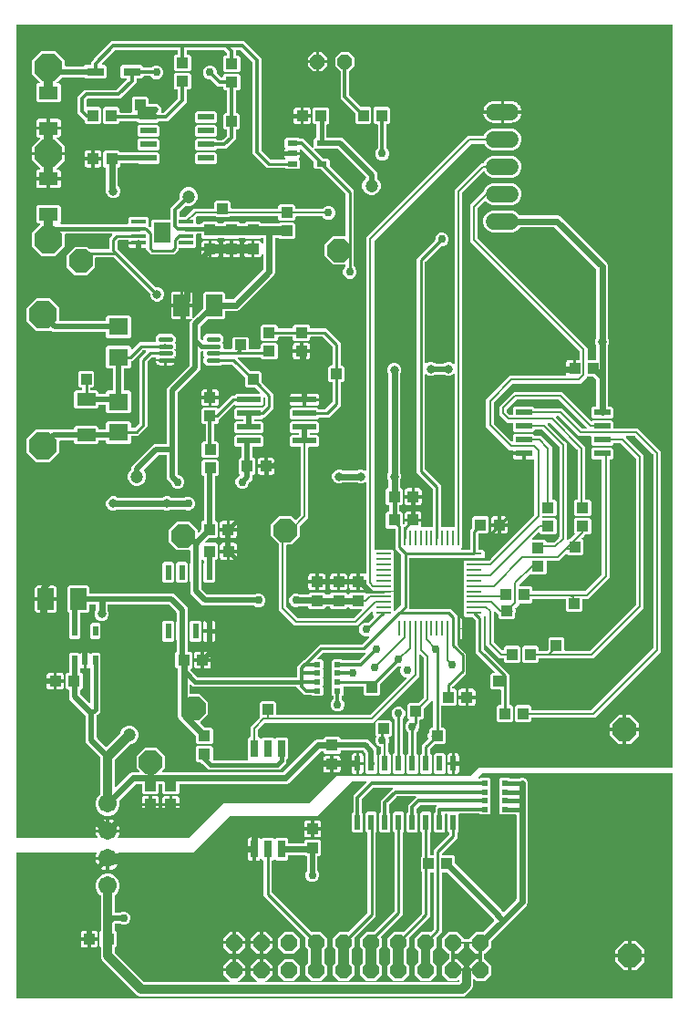
<source format=gbr>
G04 EAGLE Gerber X2 export*
%TF.Part,Single*%
%TF.FileFunction,Copper,L1,Top,Mixed*%
%TF.FilePolarity,Positive*%
%TF.GenerationSoftware,Autodesk,EAGLE,9.3.1*%
%TF.CreationDate,2020-03-19T14:02:17Z*%
G75*
%MOMM*%
%FSLAX36Y36*%
%LPD*%
%INTop Copper*%
%AMOC8*
5,1,8,0,0,1.08239X$1,22.5*%
G01*
%ADD10R,1.050000X1.080000*%
%ADD11R,1.080000X1.050000*%
%ADD12R,1.500000X2.000000*%
%ADD13R,1.538200X0.568000*%
%ADD14R,1.600000X0.800000*%
%ADD15R,2.200000X0.600000*%
%ADD16R,0.650000X1.650000*%
%ADD17P,1.649562X8X202.500000*%
%ADD18C,1.524000*%
%ADD19P,1.429621X8X202.500000*%
%ADD20R,1.100000X1.000000*%
%ADD21R,1.000000X1.100000*%
%ADD22R,0.608600X0.469600*%
%ADD23R,1.462000X0.239400*%
%ADD24R,0.239400X1.462000*%
%ADD25R,0.468000X0.972300*%
%ADD26R,0.568000X1.454900*%
%ADD27C,1.714500*%
%ADD28C,0.450000*%
%ADD29R,1.327900X0.441000*%
%ADD30R,1.570000X1.890000*%
%ADD31R,1.512800X0.542600*%
%ADD32R,0.972300X0.468000*%
%ADD33R,1.800000X1.200000*%
%ADD34P,2.749271X8X22.500000*%
%ADD35R,1.000000X1.000000*%
%ADD36P,2.336880X8X22.500000*%
%ADD37R,1.803000X1.600000*%
%ADD38C,0.406400*%
%ADD39C,0.200000*%
%ADD40C,0.508000*%
%ADD41C,0.756400*%
%ADD42C,0.609600*%
%ADD43C,0.254000*%
%ADD44C,0.812800*%
%ADD45C,0.304800*%
%ADD46C,1.016000*%
%ADD47C,0.152400*%
%ADD48C,1.200000*%
%ADD49C,0.806400*%
%ADD50C,0.203200*%

G36*
X7460263Y14925019D02*
X7460263Y14925019D01*
X7467803Y14925288D01*
X7472338Y14926994D01*
X7477106Y14927775D01*
X7483766Y14931297D01*
X7490834Y14933959D01*
X7494591Y14937025D01*
X7498856Y14939281D01*
X7504044Y14944741D01*
X7509900Y14949519D01*
X7512478Y14953616D01*
X7515809Y14957119D01*
X7518991Y14963956D01*
X7523013Y14970344D01*
X7524150Y14975050D01*
X7526191Y14979431D01*
X7527025Y14986922D01*
X7528803Y14994263D01*
X7528384Y14999088D01*
X7528919Y15003891D01*
X7527322Y15011263D01*
X7526669Y15018778D01*
X7524381Y15024853D01*
X7523713Y15027941D01*
X7522372Y15030191D01*
X7520713Y15034594D01*
X7460159Y15153431D01*
X7406113Y15319766D01*
X7389034Y15427600D01*
X8413784Y15427600D01*
X8415725Y15427919D01*
X8417675Y15427700D01*
X8427838Y15429900D01*
X8438072Y15431575D01*
X8439800Y15432491D01*
X8441725Y15432906D01*
X8450672Y15438241D01*
X8459822Y15443081D01*
X8461172Y15444500D01*
X8462863Y15445509D01*
X8469625Y15453394D01*
X8476775Y15460919D01*
X8477603Y15462703D01*
X8478881Y15464191D01*
X8482769Y15473803D01*
X8487156Y15483231D01*
X8487375Y15485184D01*
X8488109Y15487003D01*
X8489984Y15503800D01*
X8489984Y15580013D01*
X8490013Y15580013D01*
X8490013Y15503800D01*
X8490331Y15501859D01*
X8490113Y15499909D01*
X8492313Y15489747D01*
X8493988Y15479513D01*
X8494903Y15477784D01*
X8495319Y15475859D01*
X8500653Y15466913D01*
X8505494Y15457763D01*
X8506913Y15456413D01*
X8507922Y15454722D01*
X8515806Y15447959D01*
X8523331Y15440809D01*
X8525116Y15439981D01*
X8526603Y15438703D01*
X8536216Y15434816D01*
X8545644Y15430428D01*
X8547597Y15430209D01*
X8549416Y15429475D01*
X8566213Y15427600D01*
X9590963Y15427600D01*
X9573884Y15319766D01*
X9519838Y15153431D01*
X9459284Y15034594D01*
X9456994Y15027419D01*
X9453806Y15020569D01*
X9453269Y15015756D01*
X9451800Y15011153D01*
X9451916Y15003613D01*
X9451078Y14996109D01*
X9452100Y14991384D01*
X9452175Y14986547D01*
X9454688Y14979441D01*
X9456284Y14972059D01*
X9458766Y14967897D01*
X9460375Y14963344D01*
X9465022Y14957406D01*
X9468888Y14950922D01*
X9472556Y14947775D01*
X9475541Y14943963D01*
X9481847Y14939809D01*
X9487569Y14934903D01*
X9492053Y14933091D01*
X9496094Y14930428D01*
X9503391Y14928503D01*
X9510381Y14925675D01*
X9516841Y14924953D01*
X9519888Y14924150D01*
X9522494Y14924322D01*
X9527178Y14923800D01*
X16000000Y14923800D01*
X16008959Y14925266D01*
X16018022Y14925963D01*
X16021047Y14927244D01*
X16024288Y14927775D01*
X16032316Y14932022D01*
X16040681Y14935569D01*
X16043934Y14938169D01*
X16046038Y14939281D01*
X16048284Y14941647D01*
X16053881Y14946119D01*
X19285563Y18177800D01*
X27238000Y18177800D01*
X27246959Y18179266D01*
X27256022Y18179963D01*
X27259047Y18181244D01*
X27262288Y18181775D01*
X27270316Y18186022D01*
X27278681Y18189569D01*
X27281934Y18192169D01*
X27284038Y18193281D01*
X27286284Y18195647D01*
X27291881Y18200119D01*
X29769563Y20677800D01*
X42127000Y20677800D01*
X42135959Y20679266D01*
X42145022Y20679963D01*
X42148047Y20681244D01*
X42151288Y20681775D01*
X42159316Y20686022D01*
X42167681Y20689569D01*
X42170934Y20692169D01*
X42173038Y20693281D01*
X42175284Y20695647D01*
X42180881Y20700119D01*
X42904563Y21423800D01*
X60907800Y21423800D01*
X60909741Y21424119D01*
X60911691Y21423900D01*
X60921853Y21426100D01*
X60932088Y21427775D01*
X60933816Y21428691D01*
X60935741Y21429106D01*
X60944688Y21434441D01*
X60953838Y21439281D01*
X60955188Y21440700D01*
X60956878Y21441709D01*
X60963641Y21449594D01*
X60970791Y21457119D01*
X60971619Y21458903D01*
X60972897Y21460391D01*
X60976769Y21469966D01*
X60981172Y21479431D01*
X60981391Y21481384D01*
X60982125Y21483203D01*
X60984000Y21500000D01*
X60984000Y90407800D01*
X60983681Y90409741D01*
X60983900Y90411691D01*
X60981700Y90421853D01*
X60980025Y90432088D01*
X60979109Y90433816D01*
X60978694Y90435741D01*
X60973359Y90444688D01*
X60968519Y90453838D01*
X60967100Y90455188D01*
X60966091Y90456878D01*
X60958206Y90463641D01*
X60950681Y90470791D01*
X60948897Y90471619D01*
X60947409Y90472897D01*
X60937797Y90476784D01*
X60928369Y90481172D01*
X60926416Y90481391D01*
X60924597Y90482125D01*
X60907800Y90484000D01*
X92197Y90484000D01*
X90256Y90483681D01*
X88306Y90483900D01*
X78144Y90481700D01*
X67909Y90480025D01*
X66181Y90479109D01*
X64256Y90478694D01*
X55309Y90473359D01*
X46159Y90468519D01*
X44809Y90467100D01*
X43119Y90466091D01*
X36356Y90458206D01*
X29206Y90450681D01*
X28378Y90448897D01*
X27100Y90447409D01*
X23213Y90437797D01*
X18825Y90428369D01*
X18606Y90426416D01*
X17872Y90424597D01*
X15997Y90407800D01*
X15997Y15000000D01*
X16316Y14998059D01*
X16097Y14996109D01*
X18297Y14985947D01*
X19972Y14975713D01*
X20888Y14973984D01*
X21303Y14972059D01*
X26638Y14963113D01*
X31478Y14953963D01*
X32897Y14952613D01*
X33906Y14950922D01*
X41791Y14944159D01*
X49316Y14937009D01*
X51100Y14936181D01*
X52588Y14934903D01*
X62200Y14931016D01*
X71628Y14926628D01*
X73581Y14926409D01*
X75400Y14925675D01*
X92197Y14923800D01*
X7452819Y14923800D01*
X7460263Y14925019D01*
G37*
G36*
X60909741Y16316D02*
X60909741Y16316D01*
X60911691Y16097D01*
X60921853Y18297D01*
X60932088Y19972D01*
X60933816Y20888D01*
X60935741Y21303D01*
X60944688Y26638D01*
X60953838Y31478D01*
X60955188Y32897D01*
X60956878Y33906D01*
X60963641Y41791D01*
X60970791Y49316D01*
X60971619Y51100D01*
X60972897Y52588D01*
X60976784Y62200D01*
X60981172Y71628D01*
X60981391Y73581D01*
X60982125Y75400D01*
X60984000Y92197D01*
X60984000Y20873000D01*
X60983681Y20874941D01*
X60983900Y20876891D01*
X60981700Y20887053D01*
X60980025Y20897288D01*
X60979109Y20899016D01*
X60978694Y20900941D01*
X60973359Y20909888D01*
X60968519Y20919038D01*
X60967100Y20920388D01*
X60966091Y20922078D01*
X60958206Y20928841D01*
X60950681Y20935991D01*
X60948897Y20936819D01*
X60947409Y20938097D01*
X60937797Y20941984D01*
X60928369Y20946372D01*
X60926416Y20946591D01*
X60924597Y20947325D01*
X60907800Y20949200D01*
X43373000Y20949200D01*
X43364041Y20947734D01*
X43354978Y20947038D01*
X43351953Y20945756D01*
X43348713Y20945225D01*
X43340684Y20940978D01*
X43332319Y20937431D01*
X43329066Y20934831D01*
X43326963Y20933719D01*
X43324716Y20931353D01*
X43319119Y20926881D01*
X42932916Y20540678D01*
X42928741Y20534869D01*
X42923806Y20529678D01*
X42921600Y20524934D01*
X42918553Y20520697D01*
X42916447Y20513859D01*
X42913425Y20507366D01*
X42912847Y20502175D01*
X42911306Y20497178D01*
X42911491Y20490009D01*
X42910697Y20482906D01*
X42911800Y20477806D01*
X42911934Y20472578D01*
X42914388Y20465856D01*
X42915903Y20458856D01*
X42918581Y20454363D01*
X42920372Y20449459D01*
X42924841Y20443869D01*
X42928506Y20437719D01*
X42932469Y20434322D01*
X42935734Y20430234D01*
X42941756Y20426356D01*
X42947188Y20421700D01*
X42952034Y20419741D01*
X42956425Y20416913D01*
X42963363Y20415156D01*
X42970000Y20412472D01*
X42977109Y20411678D01*
X42980284Y20410875D01*
X42982666Y20411059D01*
X42986797Y20410597D01*
X43009525Y20410597D01*
X43018484Y20412063D01*
X43027547Y20412759D01*
X43030572Y20414041D01*
X43033813Y20414572D01*
X43041841Y20418819D01*
X43050206Y20422366D01*
X43053459Y20424966D01*
X43055563Y20426078D01*
X43057809Y20428444D01*
X43063406Y20432916D01*
X43123488Y20492997D01*
X43930909Y20492997D01*
X44071497Y20352409D01*
X44071497Y19683991D01*
X44053191Y19665684D01*
X44052047Y19664094D01*
X44050506Y19662863D01*
X44044875Y19654116D01*
X44038825Y19645700D01*
X44038247Y19643819D01*
X44037184Y19642172D01*
X44034644Y19632134D01*
X44031578Y19622184D01*
X44031628Y19620216D01*
X44031147Y19618313D01*
X44031941Y19607975D01*
X44032206Y19597581D01*
X44032881Y19595731D01*
X44033031Y19593778D01*
X44037069Y19584253D01*
X44040641Y19574466D01*
X44041872Y19572925D01*
X44042638Y19571119D01*
X44053188Y19557919D01*
X44071497Y19539609D01*
X44071497Y18871191D01*
X44053191Y18852884D01*
X44052047Y18851294D01*
X44050506Y18850063D01*
X44044875Y18841316D01*
X44038825Y18832900D01*
X44038247Y18831019D01*
X44037184Y18829372D01*
X44034644Y18819334D01*
X44031578Y18809384D01*
X44031628Y18807416D01*
X44031147Y18805513D01*
X44031941Y18795175D01*
X44032206Y18784781D01*
X44032881Y18782931D01*
X44033031Y18780978D01*
X44037069Y18771453D01*
X44040641Y18761666D01*
X44041872Y18760125D01*
X44042638Y18758319D01*
X44053188Y18745119D01*
X44071497Y18726809D01*
X44071497Y18058391D01*
X44053191Y18040084D01*
X44052047Y18038494D01*
X44050506Y18037263D01*
X44044875Y18028516D01*
X44038825Y18020100D01*
X44038247Y18018219D01*
X44037184Y18016572D01*
X44034644Y18006534D01*
X44031578Y17996584D01*
X44031628Y17994616D01*
X44031147Y17992713D01*
X44031941Y17982375D01*
X44032206Y17971981D01*
X44032881Y17970131D01*
X44033031Y17968178D01*
X44037069Y17958653D01*
X44040641Y17948866D01*
X44041872Y17947325D01*
X44042638Y17945519D01*
X44053188Y17932319D01*
X44071497Y17914009D01*
X44071497Y17245588D01*
X43930909Y17105000D01*
X43123488Y17105000D01*
X43063406Y17165081D01*
X43056034Y17170378D01*
X43049134Y17176297D01*
X43046091Y17177528D01*
X43043425Y17179444D01*
X43034738Y17182122D01*
X43026322Y17185525D01*
X43022194Y17185984D01*
X43019906Y17186691D01*
X43016628Y17186606D01*
X43009525Y17187400D01*
X41195197Y17187400D01*
X41193256Y17187081D01*
X41191306Y17187300D01*
X41181144Y17185100D01*
X41170909Y17183425D01*
X41169181Y17182509D01*
X41167256Y17182094D01*
X41158309Y17176759D01*
X41149159Y17171919D01*
X41147809Y17170500D01*
X41146119Y17169491D01*
X41139356Y17161606D01*
X41132206Y17154081D01*
X41131378Y17152297D01*
X41130100Y17150809D01*
X41126213Y17141197D01*
X41121825Y17131769D01*
X41121606Y17129816D01*
X41120872Y17127997D01*
X41118997Y17111200D01*
X41118997Y15571791D01*
X40984316Y15437109D01*
X40979019Y15429738D01*
X40973100Y15422838D01*
X40971869Y15419794D01*
X40969953Y15417128D01*
X40967275Y15408441D01*
X40963872Y15400025D01*
X40963413Y15395897D01*
X40962706Y15393609D01*
X40962791Y15390331D01*
X40961997Y15383228D01*
X40961997Y14942981D01*
X39561334Y13542319D01*
X39556038Y13534947D01*
X39550119Y13528047D01*
X39548888Y13525003D01*
X39546972Y13522338D01*
X39544294Y13513650D01*
X39540891Y13505234D01*
X39540431Y13501106D01*
X39539725Y13498819D01*
X39539809Y13495541D01*
X39539016Y13488438D01*
X39539016Y13396197D01*
X39539334Y13394256D01*
X39539116Y13392306D01*
X39541316Y13382144D01*
X39542991Y13371909D01*
X39543906Y13370181D01*
X39544322Y13368256D01*
X39549656Y13359309D01*
X39554497Y13350159D01*
X39555916Y13348809D01*
X39556925Y13347119D01*
X39564809Y13340356D01*
X39572334Y13333206D01*
X39574119Y13332378D01*
X39575606Y13331100D01*
X39585219Y13327213D01*
X39594647Y13322825D01*
X39596600Y13322606D01*
X39598419Y13321872D01*
X39615216Y13319997D01*
X40619409Y13319997D01*
X40759997Y13179409D01*
X40759997Y12592025D01*
X40761463Y12583066D01*
X40762159Y12574003D01*
X40763441Y12570978D01*
X40763972Y12567738D01*
X40768219Y12559709D01*
X40771766Y12551344D01*
X40774366Y12548091D01*
X40775478Y12545988D01*
X40777844Y12543741D01*
X40782316Y12538144D01*
X45047884Y8272575D01*
X45221116Y8099341D01*
X45222703Y8098200D01*
X45223934Y8096659D01*
X45232678Y8091031D01*
X45241097Y8084978D01*
X45242975Y8084400D01*
X45244625Y8083338D01*
X45254672Y8080794D01*
X45264616Y8077731D01*
X45266581Y8077781D01*
X45268484Y8077300D01*
X45278822Y8078094D01*
X45289216Y8078359D01*
X45291066Y8079034D01*
X45293019Y8079184D01*
X45302566Y8083231D01*
X45312334Y8086797D01*
X45313869Y8088025D01*
X45315678Y8088791D01*
X45328878Y8099341D01*
X46432881Y9203344D01*
X46438178Y9210716D01*
X46444097Y9217616D01*
X46445328Y9220659D01*
X46447244Y9223325D01*
X46449922Y9232013D01*
X46453325Y9240428D01*
X46453784Y9244556D01*
X46454491Y9246844D01*
X46454406Y9250122D01*
X46455200Y9257225D01*
X46455200Y17060400D01*
X46454881Y17062341D01*
X46455100Y17064291D01*
X46452900Y17074453D01*
X46451225Y17084688D01*
X46450309Y17086416D01*
X46449894Y17088341D01*
X46444559Y17097288D01*
X46439719Y17106438D01*
X46438300Y17107788D01*
X46437291Y17109478D01*
X46429406Y17116241D01*
X46421881Y17123391D01*
X46420097Y17124219D01*
X46418609Y17125497D01*
X46408997Y17129384D01*
X46399569Y17133772D01*
X46397616Y17133991D01*
X46395797Y17134725D01*
X46379000Y17136600D01*
X45885672Y17136600D01*
X45876713Y17135134D01*
X45867650Y17134438D01*
X45864625Y17133156D01*
X45861384Y17132625D01*
X45853356Y17128378D01*
X45844991Y17124831D01*
X45841738Y17122231D01*
X45839634Y17121119D01*
X45837388Y17118753D01*
X45831791Y17114281D01*
X45822509Y17105000D01*
X45015088Y17105000D01*
X44874500Y17245588D01*
X44874500Y17914006D01*
X44892806Y17932313D01*
X44893950Y17933903D01*
X44895491Y17935134D01*
X44901122Y17943881D01*
X44907172Y17952297D01*
X44907750Y17954178D01*
X44908813Y17955825D01*
X44911353Y17965863D01*
X44914419Y17975813D01*
X44914369Y17977781D01*
X44914850Y17979684D01*
X44914056Y17990022D01*
X44913791Y18000416D01*
X44913116Y18002266D01*
X44912966Y18004219D01*
X44908928Y18013744D01*
X44905356Y18023531D01*
X44904125Y18025072D01*
X44903359Y18026878D01*
X44892809Y18040078D01*
X44874500Y18058388D01*
X44874500Y18726806D01*
X44892806Y18745113D01*
X44893950Y18746703D01*
X44895491Y18747934D01*
X44901122Y18756681D01*
X44907172Y18765097D01*
X44907750Y18766978D01*
X44908813Y18768625D01*
X44911353Y18778663D01*
X44914419Y18788613D01*
X44914369Y18790581D01*
X44914850Y18792484D01*
X44914056Y18802822D01*
X44913791Y18813216D01*
X44913116Y18815066D01*
X44912966Y18817019D01*
X44908928Y18826544D01*
X44905356Y18836331D01*
X44904125Y18837872D01*
X44903359Y18839678D01*
X44892809Y18852878D01*
X44874500Y18871188D01*
X44874500Y19539606D01*
X44892806Y19557913D01*
X44893950Y19559503D01*
X44895491Y19560734D01*
X44901122Y19569481D01*
X44907172Y19577897D01*
X44907750Y19579778D01*
X44908813Y19581425D01*
X44911353Y19591463D01*
X44914419Y19601413D01*
X44914369Y19603381D01*
X44914850Y19605284D01*
X44914056Y19615622D01*
X44913791Y19626016D01*
X44913116Y19627866D01*
X44912966Y19629819D01*
X44908928Y19639344D01*
X44905356Y19649131D01*
X44904125Y19650672D01*
X44903359Y19652478D01*
X44892809Y19665678D01*
X44874500Y19683988D01*
X44874500Y20352409D01*
X45015088Y20492997D01*
X45822509Y20492997D01*
X45831791Y20483716D01*
X45839163Y20478419D01*
X45846063Y20472500D01*
X45849106Y20471269D01*
X45851772Y20469353D01*
X45860459Y20466675D01*
X45868875Y20463272D01*
X45873003Y20462813D01*
X45875291Y20462106D01*
X45878569Y20462191D01*
X45885672Y20461397D01*
X46675128Y20461397D01*
X46681541Y20462447D01*
X46688053Y20462500D01*
X46696109Y20464831D01*
X46699416Y20465372D01*
X46701150Y20466288D01*
X46704288Y20467197D01*
X46891628Y20544797D01*
X47108369Y20544797D01*
X47308603Y20461856D01*
X47461856Y20308603D01*
X47544797Y20108369D01*
X47544797Y8891628D01*
X47461856Y8691394D01*
X45058603Y6288141D01*
X44987250Y6258584D01*
X44981716Y6255153D01*
X44975728Y6252616D01*
X44972466Y6250009D01*
X44970400Y6248916D01*
X44968606Y6247028D01*
X44966331Y6245619D01*
X44965075Y6244100D01*
X44962528Y6242066D01*
X44124316Y5403853D01*
X44120138Y5398041D01*
X44115231Y5392878D01*
X44114406Y5391103D01*
X44113100Y5389581D01*
X44111869Y5386538D01*
X44109953Y5383872D01*
X44107819Y5376950D01*
X44104850Y5370566D01*
X44104638Y5368663D01*
X44103872Y5366769D01*
X44103413Y5362641D01*
X44102706Y5360353D01*
X44102791Y5357075D01*
X44101997Y5349972D01*
X44101997Y4814956D01*
X43515041Y4228000D01*
X43492397Y4228000D01*
X43490456Y4227681D01*
X43488506Y4227900D01*
X43478344Y4225700D01*
X43468109Y4224025D01*
X43466381Y4223109D01*
X43464456Y4222694D01*
X43455509Y4217359D01*
X43446359Y4212519D01*
X43445009Y4211100D01*
X43443319Y4210091D01*
X43436556Y4202206D01*
X43429406Y4194681D01*
X43428578Y4192897D01*
X43427300Y4191409D01*
X43423413Y4181797D01*
X43419025Y4172369D01*
X43418806Y4170416D01*
X43418072Y4168597D01*
X43416197Y4151800D01*
X43416197Y3768197D01*
X43416516Y3766256D01*
X43416297Y3764306D01*
X43418497Y3754144D01*
X43420172Y3743909D01*
X43421088Y3742181D01*
X43421503Y3740256D01*
X43426838Y3731309D01*
X43431678Y3722159D01*
X43433097Y3720809D01*
X43434106Y3719119D01*
X43441991Y3712356D01*
X43449516Y3705206D01*
X43451300Y3704378D01*
X43452788Y3703100D01*
X43462400Y3699213D01*
X43471828Y3694825D01*
X43473781Y3694606D01*
X43475600Y3693872D01*
X43492397Y3691997D01*
X43515041Y3691997D01*
X44101997Y3105041D01*
X44101997Y2274956D01*
X43515041Y1688000D01*
X42684956Y1688000D01*
X42576478Y1796481D01*
X42570669Y1800656D01*
X42565478Y1805591D01*
X42560734Y1807797D01*
X42556497Y1810844D01*
X42549659Y1812950D01*
X42543166Y1815972D01*
X42537975Y1816550D01*
X42532978Y1818091D01*
X42525809Y1817906D01*
X42518706Y1818700D01*
X42513606Y1817597D01*
X42508378Y1817463D01*
X42501656Y1815009D01*
X42494656Y1813494D01*
X42490163Y1810816D01*
X42485259Y1809025D01*
X42479672Y1804559D01*
X42473519Y1800891D01*
X42470116Y1796922D01*
X42466038Y1793663D01*
X42462166Y1787650D01*
X42457500Y1782209D01*
X42455538Y1777359D01*
X42452713Y1772972D01*
X42450956Y1766034D01*
X42448272Y1759397D01*
X42447478Y1752291D01*
X42446675Y1749116D01*
X42446859Y1746731D01*
X42446397Y1742600D01*
X42446397Y1171419D01*
X42347988Y933841D01*
X41747156Y333009D01*
X41509578Y234600D01*
X11490419Y234600D01*
X11252841Y333009D01*
X7952009Y3633841D01*
X7853600Y3871419D01*
X7853600Y4775425D01*
X7852134Y4784384D01*
X7851438Y4793447D01*
X7850156Y4796472D01*
X7849625Y4799713D01*
X7845378Y4807741D01*
X7841831Y4816106D01*
X7839231Y4819359D01*
X7838119Y4821463D01*
X7835753Y4823709D01*
X7831281Y4829306D01*
X7760000Y4900588D01*
X7760000Y6179409D01*
X7831281Y6250691D01*
X7836578Y6258063D01*
X7842497Y6264963D01*
X7843728Y6268006D01*
X7845644Y6270672D01*
X7848322Y6279359D01*
X7851725Y6287775D01*
X7852184Y6291903D01*
X7852891Y6294191D01*
X7852806Y6297469D01*
X7853600Y6304572D01*
X7853600Y9553091D01*
X7852134Y9562050D01*
X7851438Y9571113D01*
X7850156Y9574138D01*
X7849625Y9577378D01*
X7845378Y9585406D01*
X7841831Y9593772D01*
X7839231Y9597025D01*
X7838119Y9599128D01*
X7835753Y9601375D01*
X7831281Y9606972D01*
X7559797Y9878456D01*
X7392750Y10281741D01*
X7392750Y10718256D01*
X7559797Y11121541D01*
X7868456Y11430200D01*
X8271741Y11597247D01*
X8708256Y11597247D01*
X9111541Y11430200D01*
X9420200Y11121541D01*
X9587247Y10718256D01*
X9587247Y10281741D01*
X9420200Y9878456D01*
X9168716Y9626972D01*
X9163419Y9619600D01*
X9157500Y9612700D01*
X9156269Y9609656D01*
X9154353Y9606991D01*
X9151675Y9598303D01*
X9148272Y9589888D01*
X9147813Y9585759D01*
X9147106Y9583472D01*
X9147191Y9580194D01*
X9146397Y9573091D01*
X9146397Y8070197D01*
X9146716Y8068256D01*
X9146497Y8066306D01*
X9148697Y8056144D01*
X9150372Y8045909D01*
X9151288Y8044181D01*
X9151703Y8042256D01*
X9157038Y8033309D01*
X9161878Y8024159D01*
X9163297Y8022809D01*
X9164306Y8021119D01*
X9172191Y8014356D01*
X9179716Y8007206D01*
X9181500Y8006378D01*
X9182988Y8005100D01*
X9192600Y8001213D01*
X9202028Y7996825D01*
X9203981Y7996606D01*
X9205800Y7995872D01*
X9222597Y7993997D01*
X9588169Y7993997D01*
X9597128Y7995463D01*
X9606191Y7996159D01*
X9609216Y7997441D01*
X9612456Y7997972D01*
X9620484Y8002219D01*
X9628850Y8005766D01*
X9632103Y8008366D01*
X9634206Y8009478D01*
X9636453Y8011844D01*
X9642050Y8016316D01*
X9649816Y8024081D01*
X9877028Y8118197D01*
X10122969Y8118197D01*
X10350181Y8024081D01*
X10524081Y7850181D01*
X10618197Y7622969D01*
X10618197Y7377028D01*
X10524081Y7149816D01*
X10350181Y6975916D01*
X10122969Y6881800D01*
X9877028Y6881800D01*
X9649816Y6975916D01*
X9642050Y6983681D01*
X9634678Y6988978D01*
X9627778Y6994897D01*
X9624734Y6996128D01*
X9622069Y6998044D01*
X9613381Y7000722D01*
X9604966Y7004125D01*
X9600838Y7004584D01*
X9598550Y7005291D01*
X9595272Y7005206D01*
X9588169Y7006000D01*
X9236184Y7006000D01*
X9227225Y7004534D01*
X9218163Y7003838D01*
X9215138Y7002556D01*
X9211897Y7002025D01*
X9203869Y6997778D01*
X9195503Y6994231D01*
X9192250Y6991631D01*
X9190147Y6990519D01*
X9187900Y6988153D01*
X9182303Y6983681D01*
X9168716Y6970094D01*
X9163419Y6962722D01*
X9157500Y6955822D01*
X9156269Y6952778D01*
X9154353Y6950113D01*
X9151675Y6941425D01*
X9148272Y6933009D01*
X9147813Y6928881D01*
X9147106Y6926594D01*
X9147191Y6923316D01*
X9146397Y6916213D01*
X9146397Y6354572D01*
X9147863Y6345613D01*
X9148559Y6336550D01*
X9149841Y6333525D01*
X9150372Y6330284D01*
X9154619Y6322256D01*
X9158166Y6313891D01*
X9160766Y6310638D01*
X9161878Y6308534D01*
X9164244Y6306288D01*
X9168716Y6300691D01*
X9289997Y6179409D01*
X9289997Y4900588D01*
X9168716Y4779306D01*
X9163419Y4771934D01*
X9157500Y4765034D01*
X9156269Y4761991D01*
X9154353Y4759325D01*
X9151675Y4750638D01*
X9148272Y4742222D01*
X9147813Y4738094D01*
X9147106Y4735806D01*
X9147191Y4732528D01*
X9146397Y4725425D01*
X9146397Y4299309D01*
X9147863Y4290350D01*
X9148559Y4281288D01*
X9149841Y4278263D01*
X9150372Y4275022D01*
X9154619Y4266994D01*
X9158166Y4258628D01*
X9160766Y4255375D01*
X9161878Y4253272D01*
X9164244Y4251025D01*
X9168716Y4245428D01*
X11864428Y1549716D01*
X11871800Y1544419D01*
X11878700Y1538500D01*
X11881744Y1537269D01*
X11884409Y1535353D01*
X11893097Y1532675D01*
X11901513Y1529272D01*
X11905641Y1528813D01*
X11907928Y1528106D01*
X11911206Y1528191D01*
X11918309Y1527397D01*
X19781803Y1527397D01*
X19788856Y1528550D01*
X19796025Y1528734D01*
X19800944Y1530528D01*
X19806091Y1531372D01*
X19812409Y1534716D01*
X19819141Y1537172D01*
X19823225Y1540438D01*
X19827841Y1542878D01*
X19832772Y1548066D01*
X19838366Y1552538D01*
X19841191Y1556925D01*
X19844794Y1560716D01*
X19847819Y1567216D01*
X19851688Y1573225D01*
X19852969Y1578284D01*
X19855175Y1583028D01*
X19855969Y1590144D01*
X19857725Y1597084D01*
X19857325Y1602300D01*
X19857903Y1607488D01*
X19856388Y1614484D01*
X19855841Y1621619D01*
X19853803Y1626422D01*
X19852697Y1631538D01*
X19849025Y1637697D01*
X19846234Y1644278D01*
X19841769Y1649866D01*
X19840094Y1652675D01*
X19838281Y1654228D01*
X19835684Y1657478D01*
X19224000Y2269159D01*
X19223997Y2537600D01*
X20163784Y2537600D01*
X20165725Y2537919D01*
X20167675Y2537700D01*
X20177838Y2539900D01*
X20188072Y2541575D01*
X20189800Y2542491D01*
X20191725Y2542906D01*
X20200672Y2548241D01*
X20209822Y2553081D01*
X20211172Y2554500D01*
X20212863Y2555509D01*
X20219625Y2563394D01*
X20226775Y2570919D01*
X20227603Y2572703D01*
X20228881Y2574191D01*
X20232763Y2583788D01*
X20237156Y2593231D01*
X20237375Y2595184D01*
X20238109Y2597003D01*
X20239984Y2613800D01*
X20239984Y2690013D01*
X20240013Y2690013D01*
X20240013Y2613800D01*
X20240331Y2611859D01*
X20240113Y2609909D01*
X20242313Y2599747D01*
X20243988Y2589513D01*
X20244903Y2587784D01*
X20245319Y2585859D01*
X20250653Y2576913D01*
X20255494Y2567763D01*
X20256913Y2566413D01*
X20257922Y2564722D01*
X20265806Y2557959D01*
X20273331Y2550809D01*
X20275116Y2549981D01*
X20276603Y2548703D01*
X20286216Y2544816D01*
X20295644Y2540428D01*
X20297597Y2540209D01*
X20299416Y2539475D01*
X20316213Y2537600D01*
X21255997Y2537600D01*
X21255997Y2269159D01*
X20644313Y1657478D01*
X20640138Y1651669D01*
X20635203Y1646478D01*
X20632997Y1641734D01*
X20629950Y1637497D01*
X20627844Y1630659D01*
X20624822Y1624166D01*
X20624244Y1618975D01*
X20622703Y1613978D01*
X20622888Y1606809D01*
X20622094Y1599706D01*
X20623197Y1594606D01*
X20623331Y1589378D01*
X20625784Y1582656D01*
X20627300Y1575656D01*
X20629978Y1571163D01*
X20631769Y1566259D01*
X20636238Y1560669D01*
X20639903Y1554519D01*
X20643866Y1551122D01*
X20647131Y1547034D01*
X20653153Y1543156D01*
X20658584Y1538500D01*
X20663431Y1536541D01*
X20667822Y1533713D01*
X20674759Y1531956D01*
X20681397Y1529272D01*
X20688503Y1528478D01*
X20691678Y1527675D01*
X20694063Y1527859D01*
X20698194Y1527397D01*
X22321803Y1527397D01*
X22328856Y1528550D01*
X22336025Y1528734D01*
X22340944Y1530528D01*
X22346091Y1531372D01*
X22352409Y1534716D01*
X22359141Y1537172D01*
X22363225Y1540438D01*
X22367841Y1542878D01*
X22372772Y1548066D01*
X22378366Y1552538D01*
X22381191Y1556925D01*
X22384794Y1560716D01*
X22387819Y1567216D01*
X22391688Y1573225D01*
X22392969Y1578284D01*
X22395175Y1583028D01*
X22395969Y1590144D01*
X22397725Y1597084D01*
X22397325Y1602300D01*
X22397903Y1607488D01*
X22396388Y1614484D01*
X22395841Y1621619D01*
X22393803Y1626422D01*
X22392697Y1631538D01*
X22389025Y1637697D01*
X22386234Y1644278D01*
X22381769Y1649866D01*
X22380094Y1652675D01*
X22378281Y1654228D01*
X22375684Y1657478D01*
X21764000Y2269159D01*
X21763997Y2537600D01*
X22703784Y2537600D01*
X22705725Y2537919D01*
X22707675Y2537700D01*
X22717838Y2539900D01*
X22728072Y2541575D01*
X22729800Y2542491D01*
X22731725Y2542906D01*
X22740672Y2548241D01*
X22749822Y2553081D01*
X22751172Y2554500D01*
X22752863Y2555509D01*
X22759625Y2563394D01*
X22766775Y2570919D01*
X22767603Y2572703D01*
X22768881Y2574191D01*
X22772763Y2583788D01*
X22777156Y2593231D01*
X22777375Y2595184D01*
X22778109Y2597003D01*
X22779984Y2613800D01*
X22779984Y2690013D01*
X22780013Y2690013D01*
X22780013Y2613800D01*
X22780331Y2611859D01*
X22780113Y2609909D01*
X22782313Y2599747D01*
X22783988Y2589513D01*
X22784903Y2587784D01*
X22785319Y2585859D01*
X22790653Y2576913D01*
X22795494Y2567763D01*
X22796913Y2566413D01*
X22797922Y2564722D01*
X22805806Y2557959D01*
X22813331Y2550809D01*
X22815116Y2549981D01*
X22816603Y2548703D01*
X22826216Y2544816D01*
X22835644Y2540428D01*
X22837597Y2540209D01*
X22839416Y2539475D01*
X22856213Y2537600D01*
X23795997Y2537600D01*
X23795997Y2269159D01*
X23184313Y1657478D01*
X23180138Y1651669D01*
X23175203Y1646478D01*
X23172997Y1641734D01*
X23169950Y1637497D01*
X23167844Y1630659D01*
X23164822Y1624166D01*
X23164244Y1618975D01*
X23162703Y1613978D01*
X23162888Y1606809D01*
X23162094Y1599706D01*
X23163197Y1594606D01*
X23163331Y1589378D01*
X23165784Y1582656D01*
X23167300Y1575656D01*
X23169978Y1571163D01*
X23171769Y1566259D01*
X23176238Y1560669D01*
X23179903Y1554519D01*
X23183866Y1551122D01*
X23187131Y1547034D01*
X23193153Y1543156D01*
X23198584Y1538500D01*
X23203431Y1536541D01*
X23207822Y1533713D01*
X23214759Y1531956D01*
X23221397Y1529272D01*
X23228503Y1528478D01*
X23231678Y1527675D01*
X23234063Y1527859D01*
X23238194Y1527397D01*
X41077400Y1527397D01*
X41079341Y1527716D01*
X41081291Y1527497D01*
X41091453Y1529697D01*
X41101688Y1531372D01*
X41103416Y1532288D01*
X41105341Y1532703D01*
X41114288Y1538038D01*
X41123438Y1542878D01*
X41124788Y1544297D01*
X41126478Y1545306D01*
X41133241Y1553191D01*
X41140391Y1560716D01*
X41141219Y1562500D01*
X41142497Y1563988D01*
X41146384Y1573600D01*
X41150772Y1583028D01*
X41150991Y1584981D01*
X41151725Y1586800D01*
X41153600Y1603597D01*
X41153600Y1682600D01*
X41152447Y1689653D01*
X41152263Y1696822D01*
X41150469Y1701741D01*
X41149625Y1706888D01*
X41146284Y1713203D01*
X41143825Y1719941D01*
X41140556Y1724028D01*
X41138119Y1728638D01*
X41132934Y1733566D01*
X41128459Y1739163D01*
X41124072Y1741988D01*
X41120281Y1745591D01*
X41113784Y1748613D01*
X41107769Y1752488D01*
X41102703Y1753769D01*
X41097969Y1755972D01*
X41090859Y1756766D01*
X41083913Y1758522D01*
X41078697Y1758122D01*
X41073509Y1758700D01*
X41066516Y1757184D01*
X41059375Y1756638D01*
X41054569Y1754600D01*
X41049459Y1753494D01*
X41043303Y1749822D01*
X41036719Y1747031D01*
X41031131Y1742566D01*
X41028322Y1740891D01*
X41026769Y1739078D01*
X41023519Y1736481D01*
X40975041Y1688000D01*
X40144956Y1688000D01*
X39558000Y2274956D01*
X39558000Y3105041D01*
X40144956Y3691997D01*
X40167600Y3691997D01*
X40169541Y3692316D01*
X40171491Y3692097D01*
X40181653Y3694297D01*
X40191888Y3695972D01*
X40193616Y3696888D01*
X40195541Y3697303D01*
X40204488Y3702638D01*
X40213638Y3707478D01*
X40214988Y3708897D01*
X40216678Y3709906D01*
X40223441Y3717791D01*
X40230591Y3725316D01*
X40231419Y3727100D01*
X40232697Y3728588D01*
X40236584Y3738200D01*
X40240972Y3747628D01*
X40241191Y3749581D01*
X40241925Y3751400D01*
X40243800Y3768197D01*
X40243800Y4151800D01*
X40243481Y4153741D01*
X40243700Y4155691D01*
X40241500Y4165853D01*
X40239825Y4176088D01*
X40238909Y4177816D01*
X40238494Y4179741D01*
X40233159Y4188688D01*
X40228319Y4197838D01*
X40226900Y4199188D01*
X40225891Y4200878D01*
X40218006Y4207641D01*
X40210481Y4214791D01*
X40208697Y4215619D01*
X40207209Y4216897D01*
X40197597Y4220784D01*
X40188169Y4225172D01*
X40186216Y4225391D01*
X40184397Y4226125D01*
X40167600Y4228000D01*
X40144956Y4228000D01*
X39558000Y4814956D01*
X39558000Y5645041D01*
X40144956Y6231997D01*
X40975041Y6231997D01*
X41561997Y5645041D01*
X41561997Y5622397D01*
X41562316Y5620456D01*
X41562097Y5618506D01*
X41564297Y5608338D01*
X41565972Y5598109D01*
X41566888Y5596381D01*
X41567303Y5594456D01*
X41572638Y5585509D01*
X41577478Y5576359D01*
X41578897Y5575009D01*
X41579906Y5573319D01*
X41587791Y5566556D01*
X41595316Y5559406D01*
X41597100Y5558578D01*
X41598588Y5557300D01*
X41608200Y5553413D01*
X41617628Y5549025D01*
X41619581Y5548806D01*
X41621400Y5548072D01*
X41638197Y5546197D01*
X42021800Y5546197D01*
X42023741Y5546516D01*
X42025691Y5546297D01*
X42035853Y5548497D01*
X42046088Y5550172D01*
X42047816Y5551088D01*
X42049741Y5551503D01*
X42058688Y5556838D01*
X42067838Y5561678D01*
X42069188Y5563097D01*
X42070878Y5564106D01*
X42077641Y5571991D01*
X42084791Y5579516D01*
X42085619Y5581300D01*
X42086897Y5582788D01*
X42090784Y5592400D01*
X42095172Y5601828D01*
X42095391Y5603781D01*
X42096125Y5605600D01*
X42098000Y5622397D01*
X42098000Y5645041D01*
X42684956Y6231997D01*
X43379972Y6231997D01*
X43388931Y6233463D01*
X43397994Y6234159D01*
X43401019Y6235441D01*
X43404259Y6235972D01*
X43412269Y6240209D01*
X43420653Y6243763D01*
X43423916Y6246369D01*
X43426009Y6247478D01*
X43428253Y6249838D01*
X43433853Y6254316D01*
X44400656Y7221116D01*
X44401797Y7222703D01*
X44403338Y7223934D01*
X44408966Y7232678D01*
X44415019Y7241097D01*
X44415597Y7242975D01*
X44416659Y7244625D01*
X44419203Y7254672D01*
X44422266Y7264616D01*
X44422216Y7266581D01*
X44422697Y7268484D01*
X44421903Y7278822D01*
X44421638Y7289216D01*
X44420963Y7291066D01*
X44420813Y7293019D01*
X44416766Y7302566D01*
X44413200Y7312334D01*
X44411972Y7313869D01*
X44411206Y7315678D01*
X44400656Y7328878D01*
X44263141Y7466394D01*
X44233584Y7537747D01*
X44230153Y7543281D01*
X44227616Y7549269D01*
X44222394Y7555803D01*
X44220619Y7558666D01*
X44219100Y7559922D01*
X44217066Y7562469D01*
X40061853Y11717681D01*
X40054481Y11722978D01*
X40047581Y11728897D01*
X40044538Y11730128D01*
X40041872Y11732044D01*
X40033184Y11734722D01*
X40024769Y11738125D01*
X40020641Y11738584D01*
X40018353Y11739291D01*
X40015075Y11739206D01*
X40007972Y11740000D01*
X39615216Y11740000D01*
X39613275Y11739681D01*
X39611325Y11739900D01*
X39601163Y11737700D01*
X39590928Y11736025D01*
X39589200Y11735109D01*
X39587275Y11734694D01*
X39578328Y11729359D01*
X39569178Y11724519D01*
X39567828Y11723100D01*
X39566138Y11722091D01*
X39559375Y11714206D01*
X39552225Y11706681D01*
X39551397Y11704897D01*
X39550119Y11703409D01*
X39546231Y11693797D01*
X39541844Y11684369D01*
X39541625Y11682416D01*
X39540891Y11680597D01*
X39539016Y11663800D01*
X39539016Y6230000D01*
X39041906Y5732891D01*
X39040747Y5731278D01*
X39039194Y5730034D01*
X39033591Y5721322D01*
X39027544Y5712909D01*
X39026959Y5711009D01*
X39025881Y5709334D01*
X39023350Y5699294D01*
X39020297Y5689391D01*
X39020347Y5687400D01*
X39019863Y5685475D01*
X39020659Y5675178D01*
X39020925Y5664791D01*
X39021609Y5662916D01*
X39021763Y5660938D01*
X39021997Y5660384D01*
X39021997Y4814956D01*
X38688716Y4481675D01*
X38683419Y4474303D01*
X38677500Y4467403D01*
X38676269Y4464359D01*
X38674353Y4461694D01*
X38671675Y4453006D01*
X38668272Y4444591D01*
X38667813Y4440463D01*
X38667106Y4438175D01*
X38667191Y4434897D01*
X38666397Y4427794D01*
X38666397Y3492200D01*
X38667863Y3483241D01*
X38668559Y3474178D01*
X38669841Y3471153D01*
X38670372Y3467913D01*
X38674619Y3459884D01*
X38678166Y3451519D01*
X38680766Y3448266D01*
X38681878Y3446163D01*
X38684244Y3443916D01*
X38688716Y3438319D01*
X39021997Y3105041D01*
X39021997Y2274956D01*
X38435041Y1688000D01*
X37604956Y1688000D01*
X37018000Y2274956D01*
X37018000Y3105041D01*
X37351281Y3438319D01*
X37356578Y3445691D01*
X37362497Y3452591D01*
X37363728Y3455634D01*
X37365644Y3458300D01*
X37368322Y3466988D01*
X37371725Y3475403D01*
X37372184Y3479531D01*
X37372891Y3481819D01*
X37372806Y3485097D01*
X37373600Y3492200D01*
X37373600Y4427794D01*
X37372134Y4436753D01*
X37371438Y4445816D01*
X37370156Y4448841D01*
X37369625Y4452081D01*
X37365378Y4460109D01*
X37361831Y4468475D01*
X37359231Y4471728D01*
X37358119Y4473831D01*
X37355753Y4476078D01*
X37351281Y4481675D01*
X37018000Y4814956D01*
X37018000Y5645041D01*
X37604956Y6231997D01*
X38453097Y6231997D01*
X38458581Y6230303D01*
X38460572Y6230353D01*
X38462497Y6229866D01*
X38472803Y6230656D01*
X38483181Y6230916D01*
X38485056Y6231597D01*
X38487031Y6231750D01*
X38496544Y6235784D01*
X38506303Y6239338D01*
X38507859Y6240581D01*
X38509691Y6241356D01*
X38522891Y6251906D01*
X38782700Y6511716D01*
X38787997Y6519088D01*
X38793916Y6525988D01*
X38795147Y6529031D01*
X38797063Y6531697D01*
X38799741Y6540384D01*
X38803144Y6548800D01*
X38803603Y6552928D01*
X38804309Y6555216D01*
X38804225Y6558494D01*
X38805019Y6565597D01*
X38805019Y11663800D01*
X38804700Y11665741D01*
X38804919Y11667691D01*
X38802719Y11677853D01*
X38801044Y11688088D01*
X38800128Y11689816D01*
X38799713Y11691741D01*
X38794378Y11700688D01*
X38789538Y11709838D01*
X38788119Y11711188D01*
X38787109Y11712878D01*
X38779225Y11719641D01*
X38771700Y11726791D01*
X38769916Y11727619D01*
X38768428Y11728897D01*
X38758816Y11732784D01*
X38749388Y11737172D01*
X38747434Y11737391D01*
X38745616Y11738125D01*
X38728819Y11740000D01*
X38498197Y11740000D01*
X38496256Y11739681D01*
X38494306Y11739900D01*
X38484144Y11737700D01*
X38473909Y11736025D01*
X38472181Y11735109D01*
X38470256Y11734694D01*
X38461309Y11729359D01*
X38452159Y11724519D01*
X38450809Y11723100D01*
X38449119Y11722091D01*
X38442356Y11714206D01*
X38435206Y11706681D01*
X38434378Y11704897D01*
X38433100Y11703409D01*
X38429213Y11693797D01*
X38424825Y11684369D01*
X38424606Y11682416D01*
X38423872Y11680597D01*
X38421997Y11663800D01*
X38421997Y7652981D01*
X38184697Y7415681D01*
X36501906Y5732894D01*
X36500766Y5731306D01*
X36499225Y5730075D01*
X36493597Y5721331D01*
X36487544Y5712913D01*
X36486966Y5711034D01*
X36485903Y5709384D01*
X36483359Y5699338D01*
X36480297Y5689394D01*
X36480347Y5687428D01*
X36479866Y5685525D01*
X36480659Y5675188D01*
X36480925Y5664794D01*
X36481600Y5662944D01*
X36481750Y5660991D01*
X36481997Y5660409D01*
X36481997Y4814956D01*
X36250316Y4583275D01*
X36245019Y4575903D01*
X36239100Y4569003D01*
X36237869Y4565959D01*
X36235953Y4563294D01*
X36233275Y4554606D01*
X36229872Y4546191D01*
X36229413Y4542063D01*
X36228706Y4539775D01*
X36228791Y4536497D01*
X36227997Y4529394D01*
X36227997Y3390600D01*
X36229463Y3381641D01*
X36230159Y3372578D01*
X36231441Y3369553D01*
X36231972Y3366313D01*
X36236219Y3358284D01*
X36239766Y3349919D01*
X36242366Y3346666D01*
X36243478Y3344563D01*
X36245844Y3342316D01*
X36250316Y3336719D01*
X36481997Y3105041D01*
X36481997Y2274956D01*
X35895041Y1688000D01*
X35064956Y1688000D01*
X34478000Y2274956D01*
X34478000Y3105041D01*
X34709681Y3336719D01*
X34714978Y3344091D01*
X34720897Y3350991D01*
X34722128Y3354034D01*
X34724044Y3356700D01*
X34726722Y3365388D01*
X34730125Y3373803D01*
X34730584Y3377931D01*
X34731291Y3380219D01*
X34731206Y3383497D01*
X34732000Y3390600D01*
X34732000Y4529394D01*
X34730534Y4538353D01*
X34729838Y4547416D01*
X34728556Y4550441D01*
X34728025Y4553681D01*
X34723778Y4561709D01*
X34720231Y4570075D01*
X34717631Y4573328D01*
X34716519Y4575431D01*
X34714153Y4577678D01*
X34709681Y4583275D01*
X34478000Y4814956D01*
X34478000Y5645041D01*
X35064956Y6231997D01*
X35913116Y6231997D01*
X35918631Y6230297D01*
X35920597Y6230347D01*
X35922500Y6229866D01*
X35932838Y6230659D01*
X35943231Y6230925D01*
X35945081Y6231600D01*
X35947034Y6231750D01*
X35956581Y6235797D01*
X35966350Y6239363D01*
X35967884Y6240591D01*
X35969694Y6241356D01*
X35982894Y6251906D01*
X37665681Y7934697D01*
X37670978Y7942069D01*
X37676897Y7948969D01*
X37678128Y7952013D01*
X37680044Y7954678D01*
X37682722Y7963366D01*
X37686125Y7971781D01*
X37686584Y7975909D01*
X37687291Y7978197D01*
X37687206Y7981475D01*
X37688000Y7988578D01*
X37688000Y11741025D01*
X37686534Y11749984D01*
X37685838Y11759047D01*
X37684556Y11762072D01*
X37684025Y11765313D01*
X37679778Y11773341D01*
X37676231Y11781706D01*
X37673631Y11784959D01*
X37672519Y11787063D01*
X37670153Y11789309D01*
X37665681Y11794906D01*
X37580000Y11880588D01*
X37580000Y13179409D01*
X37665681Y13265091D01*
X37670978Y13272463D01*
X37676897Y13279363D01*
X37678128Y13282406D01*
X37680044Y13285072D01*
X37682722Y13293759D01*
X37686125Y13302175D01*
X37686584Y13306303D01*
X37687291Y13308591D01*
X37687206Y13311869D01*
X37688000Y13318972D01*
X37688000Y15383228D01*
X37686534Y15392188D01*
X37685838Y15401250D01*
X37684556Y15404275D01*
X37684025Y15407516D01*
X37679778Y15415544D01*
X37676231Y15423909D01*
X37673631Y15427163D01*
X37672519Y15429266D01*
X37670153Y15431513D01*
X37665681Y15437109D01*
X37531000Y15571791D01*
X37531000Y17225513D01*
X37671588Y17366100D01*
X38438409Y17366100D01*
X38578997Y17225513D01*
X38578997Y15571791D01*
X38444316Y15437109D01*
X38439019Y15429738D01*
X38433100Y15422838D01*
X38431869Y15419794D01*
X38429953Y15417128D01*
X38427275Y15408441D01*
X38423872Y15400025D01*
X38423413Y15395897D01*
X38422706Y15393609D01*
X38422791Y15390331D01*
X38421997Y15383228D01*
X38421997Y13396197D01*
X38422316Y13394256D01*
X38422097Y13392306D01*
X38424297Y13382144D01*
X38425972Y13371909D01*
X38426888Y13370181D01*
X38427303Y13368256D01*
X38432638Y13359309D01*
X38437478Y13350159D01*
X38438897Y13348809D01*
X38439906Y13347119D01*
X38447791Y13340356D01*
X38455316Y13333206D01*
X38457100Y13332378D01*
X38458588Y13331100D01*
X38468200Y13327213D01*
X38477628Y13322825D01*
X38479581Y13322606D01*
X38481400Y13321872D01*
X38498197Y13319997D01*
X38728819Y13319997D01*
X38730759Y13320316D01*
X38732709Y13320097D01*
X38742872Y13322297D01*
X38753106Y13323972D01*
X38754834Y13324888D01*
X38756759Y13325303D01*
X38765706Y13330638D01*
X38774856Y13335478D01*
X38776206Y13336897D01*
X38777897Y13337906D01*
X38784659Y13345791D01*
X38791809Y13353316D01*
X38792638Y13355100D01*
X38793916Y13356588D01*
X38797803Y13366200D01*
X38802191Y13375628D01*
X38802409Y13377581D01*
X38803144Y13379400D01*
X38805019Y13396197D01*
X38805019Y13824034D01*
X40205681Y15224697D01*
X40210978Y15232069D01*
X40216897Y15238969D01*
X40218128Y15242013D01*
X40220044Y15244678D01*
X40222722Y15253366D01*
X40226125Y15261781D01*
X40226584Y15265909D01*
X40227291Y15268197D01*
X40227206Y15271475D01*
X40228000Y15278578D01*
X40228000Y15383228D01*
X40226534Y15392188D01*
X40225838Y15401250D01*
X40224556Y15404275D01*
X40224025Y15407516D01*
X40219778Y15415544D01*
X40216231Y15423909D01*
X40213631Y15427163D01*
X40212519Y15429266D01*
X40210153Y15431513D01*
X40205681Y15437109D01*
X40071000Y15571791D01*
X40071000Y17111200D01*
X40070681Y17113141D01*
X40070900Y17115091D01*
X40068700Y17125253D01*
X40067025Y17135488D01*
X40066109Y17137216D01*
X40065694Y17139141D01*
X40060359Y17148088D01*
X40055519Y17157238D01*
X40054100Y17158588D01*
X40053091Y17160278D01*
X40045206Y17167041D01*
X40037681Y17174191D01*
X40035897Y17175019D01*
X40034409Y17176297D01*
X40024797Y17180184D01*
X40015369Y17184572D01*
X40013416Y17184791D01*
X40011597Y17185525D01*
X39994800Y17187400D01*
X39925197Y17187400D01*
X39923256Y17187081D01*
X39921306Y17187300D01*
X39911144Y17185100D01*
X39900909Y17183425D01*
X39899181Y17182509D01*
X39897256Y17182094D01*
X39888309Y17176759D01*
X39879159Y17171919D01*
X39877809Y17170500D01*
X39876119Y17169491D01*
X39869356Y17161606D01*
X39862206Y17154081D01*
X39861378Y17152297D01*
X39860100Y17150809D01*
X39856213Y17141197D01*
X39851825Y17131769D01*
X39851606Y17129816D01*
X39850872Y17127997D01*
X39848997Y17111200D01*
X39848997Y15571791D01*
X39708409Y15431203D01*
X38941588Y15431203D01*
X38801000Y15571791D01*
X38801000Y17225513D01*
X38910281Y17334794D01*
X38915578Y17342166D01*
X38921497Y17349066D01*
X38922728Y17352109D01*
X38924644Y17354775D01*
X38927322Y17363463D01*
X38928241Y17365741D01*
X38929772Y17369028D01*
X38929847Y17369709D01*
X38930725Y17371878D01*
X38931184Y17376006D01*
X38931891Y17378294D01*
X38931806Y17381572D01*
X38932600Y17388675D01*
X38932600Y17742338D01*
X39060384Y17870119D01*
X39064559Y17875928D01*
X39069494Y17881119D01*
X39071700Y17885863D01*
X39074747Y17890100D01*
X39076853Y17896938D01*
X39079875Y17903431D01*
X39080453Y17908622D01*
X39081994Y17913619D01*
X39081809Y17920788D01*
X39082603Y17927891D01*
X39081500Y17932991D01*
X39081366Y17938219D01*
X39078913Y17944941D01*
X39077397Y17951941D01*
X39074719Y17956434D01*
X39072928Y17961338D01*
X39068459Y17966928D01*
X39064794Y17973078D01*
X39060831Y17976475D01*
X39057566Y17980563D01*
X39051544Y17984441D01*
X39046113Y17989097D01*
X39041266Y17991056D01*
X39036875Y17993884D01*
X39029938Y17995641D01*
X39023300Y17998325D01*
X39016194Y17999119D01*
X39013019Y17999922D01*
X39010634Y17999738D01*
X39006503Y18000200D01*
X37586700Y18000200D01*
X37577741Y17998734D01*
X37568678Y17998038D01*
X37565653Y17996756D01*
X37562413Y17996225D01*
X37554384Y17991978D01*
X37546019Y17988431D01*
X37542766Y17985831D01*
X37540663Y17984719D01*
X37539759Y17983769D01*
X37539659Y17983716D01*
X37538209Y17982188D01*
X37532819Y17977881D01*
X37199716Y17644778D01*
X37194419Y17637406D01*
X37188500Y17630506D01*
X37187269Y17627463D01*
X37185353Y17624797D01*
X37182675Y17616109D01*
X37179272Y17607694D01*
X37178813Y17603566D01*
X37178106Y17601278D01*
X37178191Y17598000D01*
X37177397Y17590897D01*
X37177397Y17388675D01*
X37177653Y17387109D01*
X37177497Y17385706D01*
X37178903Y17379216D01*
X37179559Y17370653D01*
X37180841Y17367628D01*
X37181372Y17364388D01*
X37182625Y17362019D01*
X37182703Y17361656D01*
X37183713Y17359966D01*
X37185619Y17356359D01*
X37189166Y17347994D01*
X37191766Y17344741D01*
X37192878Y17342638D01*
X37195244Y17340391D01*
X37199716Y17334794D01*
X37308997Y17225513D01*
X37308997Y15571791D01*
X37168409Y15431203D01*
X36401588Y15431203D01*
X36261000Y15571791D01*
X36261000Y17225513D01*
X36370281Y17334794D01*
X36375578Y17342166D01*
X36381497Y17349066D01*
X36382728Y17352109D01*
X36384644Y17354775D01*
X36387322Y17363463D01*
X36388241Y17365741D01*
X36389772Y17369028D01*
X36389847Y17369709D01*
X36390725Y17371878D01*
X36391184Y17376006D01*
X36391891Y17378294D01*
X36391806Y17381572D01*
X36392600Y17388675D01*
X36392600Y17947538D01*
X37127984Y18682919D01*
X37132159Y18688728D01*
X37137094Y18693919D01*
X37139300Y18698663D01*
X37142347Y18702900D01*
X37144453Y18709738D01*
X37147475Y18716231D01*
X37148053Y18721422D01*
X37149594Y18726419D01*
X37149409Y18733588D01*
X37150203Y18740691D01*
X37149100Y18745791D01*
X37148966Y18751019D01*
X37146513Y18757741D01*
X37144997Y18764741D01*
X37142319Y18769234D01*
X37140528Y18774138D01*
X37136059Y18779728D01*
X37132394Y18785878D01*
X37128431Y18789275D01*
X37125166Y18793363D01*
X37119144Y18797241D01*
X37113713Y18801897D01*
X37108866Y18803856D01*
X37104475Y18806684D01*
X37097538Y18808441D01*
X37090900Y18811125D01*
X37083794Y18811919D01*
X37080619Y18812722D01*
X37078234Y18812538D01*
X37074103Y18813000D01*
X35399500Y18813000D01*
X35390541Y18811534D01*
X35381478Y18810838D01*
X35378453Y18809556D01*
X35375213Y18809025D01*
X35367184Y18804778D01*
X35358819Y18801231D01*
X35355566Y18798631D01*
X35353463Y18797519D01*
X35351216Y18795153D01*
X35345619Y18790681D01*
X34659716Y18104778D01*
X34654419Y18097406D01*
X34648500Y18090506D01*
X34647269Y18087463D01*
X34645353Y18084797D01*
X34642675Y18076109D01*
X34639272Y18067694D01*
X34638813Y18063566D01*
X34638106Y18061278D01*
X34638191Y18058000D01*
X34637397Y18050897D01*
X34637397Y17388675D01*
X34637653Y17387109D01*
X34637497Y17385706D01*
X34638903Y17379216D01*
X34639559Y17370653D01*
X34640841Y17367628D01*
X34641372Y17364388D01*
X34642625Y17362019D01*
X34642703Y17361656D01*
X34643713Y17359966D01*
X34645619Y17356359D01*
X34649166Y17347994D01*
X34651766Y17344741D01*
X34652878Y17342638D01*
X34655244Y17340391D01*
X34659716Y17334794D01*
X34768997Y17225513D01*
X34768997Y15571791D01*
X34628409Y15431203D01*
X33861588Y15431203D01*
X33721000Y15571791D01*
X33721000Y17225513D01*
X33830281Y17334794D01*
X33835578Y17342166D01*
X33841497Y17349066D01*
X33842728Y17352109D01*
X33844644Y17354775D01*
X33847322Y17363463D01*
X33848241Y17365741D01*
X33849772Y17369028D01*
X33849847Y17369709D01*
X33850725Y17371878D01*
X33851184Y17376006D01*
X33851891Y17378294D01*
X33851806Y17381572D01*
X33852600Y17388675D01*
X33852600Y18407538D01*
X34940784Y19495719D01*
X34944959Y19501528D01*
X34949894Y19506719D01*
X34952100Y19511463D01*
X34955147Y19515700D01*
X34957253Y19522538D01*
X34960275Y19529031D01*
X34960853Y19534222D01*
X34962394Y19539219D01*
X34962209Y19546388D01*
X34963003Y19553491D01*
X34961900Y19558591D01*
X34961766Y19563819D01*
X34959313Y19570541D01*
X34957797Y19577541D01*
X34955119Y19582034D01*
X34953328Y19586938D01*
X34948859Y19592528D01*
X34945194Y19598678D01*
X34941231Y19602075D01*
X34937966Y19606163D01*
X34931944Y19610041D01*
X34926513Y19614697D01*
X34921666Y19616656D01*
X34917275Y19619484D01*
X34910338Y19621241D01*
X34903700Y19623925D01*
X34896591Y19624719D01*
X34893416Y19625522D01*
X34891034Y19625338D01*
X34886903Y19625800D01*
X33212300Y19625800D01*
X33203341Y19624334D01*
X33194278Y19623638D01*
X33191253Y19622356D01*
X33188013Y19621825D01*
X33179984Y19617578D01*
X33171619Y19614031D01*
X33168366Y19611431D01*
X33166263Y19610319D01*
X33164016Y19607953D01*
X33158419Y19603481D01*
X32119716Y18564778D01*
X32114419Y18557406D01*
X32108500Y18550506D01*
X32107269Y18547463D01*
X32105353Y18544797D01*
X32102675Y18536109D01*
X32099272Y18527694D01*
X32098813Y18523566D01*
X32098106Y18521278D01*
X32098191Y18518000D01*
X32097397Y18510897D01*
X32097397Y17388675D01*
X32097653Y17387109D01*
X32097497Y17385706D01*
X32098903Y17379216D01*
X32099559Y17370653D01*
X32100841Y17367628D01*
X32101372Y17364388D01*
X32102625Y17362019D01*
X32102703Y17361656D01*
X32103713Y17359966D01*
X32105619Y17356359D01*
X32109166Y17347994D01*
X32111766Y17344741D01*
X32112878Y17342638D01*
X32115244Y17340391D01*
X32119716Y17334794D01*
X32228997Y17225513D01*
X32228997Y15571791D01*
X32088409Y15431203D01*
X31321588Y15431203D01*
X31181000Y15571791D01*
X31181000Y17225513D01*
X31290281Y17334794D01*
X31295578Y17342166D01*
X31301497Y17349066D01*
X31302728Y17352109D01*
X31304644Y17354775D01*
X31307322Y17363463D01*
X31308241Y17365741D01*
X31309772Y17369028D01*
X31309847Y17369709D01*
X31310725Y17371878D01*
X31311184Y17376006D01*
X31311891Y17378294D01*
X31311806Y17381572D01*
X31312600Y17388675D01*
X31312600Y18867538D01*
X32510181Y20065119D01*
X32514356Y20070928D01*
X32519291Y20076119D01*
X32521497Y20080863D01*
X32524544Y20085100D01*
X32526650Y20091938D01*
X32529672Y20098431D01*
X32530250Y20103622D01*
X32531791Y20108619D01*
X32531606Y20115788D01*
X32532400Y20122891D01*
X32531297Y20127991D01*
X32531163Y20133219D01*
X32528709Y20139941D01*
X32527194Y20146941D01*
X32524516Y20151434D01*
X32522725Y20156338D01*
X32518256Y20161928D01*
X32514591Y20168078D01*
X32510628Y20171475D01*
X32507363Y20175563D01*
X32501341Y20179441D01*
X32495909Y20184097D01*
X32491063Y20186056D01*
X32486672Y20188884D01*
X32479734Y20190641D01*
X32473097Y20193325D01*
X32465988Y20194119D01*
X32462813Y20194922D01*
X32460431Y20194738D01*
X32456300Y20195200D01*
X31222000Y20195200D01*
X31213041Y20193734D01*
X31203978Y20193038D01*
X31200953Y20191756D01*
X31197713Y20191225D01*
X31189684Y20186978D01*
X31181319Y20183431D01*
X31178066Y20180831D01*
X31175963Y20179719D01*
X31173716Y20177353D01*
X31168119Y20172881D01*
X27944438Y16949200D01*
X19873000Y16949200D01*
X19864041Y16947734D01*
X19854978Y16947038D01*
X19851953Y16945756D01*
X19848713Y16945225D01*
X19840684Y16940978D01*
X19832319Y16937431D01*
X19829066Y16934831D01*
X19826963Y16933719D01*
X19824716Y16931353D01*
X19819119Y16926881D01*
X16468438Y13576200D01*
X9588322Y13576200D01*
X9580894Y13574984D01*
X9573347Y13574716D01*
X9568803Y13573006D01*
X9564034Y13572225D01*
X9557388Y13568709D01*
X9550316Y13566047D01*
X9546556Y13562978D01*
X9542284Y13560719D01*
X9537091Y13555253D01*
X9531250Y13550488D01*
X9528675Y13546400D01*
X9525331Y13542881D01*
X9522144Y13536031D01*
X9518134Y13529666D01*
X9516994Y13524963D01*
X9514950Y13520569D01*
X9514116Y13513084D01*
X9512338Y13505750D01*
X9512759Y13500916D01*
X9512222Y13496109D01*
X9513816Y13488750D01*
X9514469Y13481231D01*
X9516759Y13475141D01*
X9517428Y13472059D01*
X9518766Y13469816D01*
X9518872Y13469531D01*
X9573884Y13300231D01*
X9590963Y13192394D01*
X8566213Y13192394D01*
X8564272Y13192075D01*
X8562322Y13192294D01*
X8552159Y13190094D01*
X8541925Y13188419D01*
X8540197Y13187503D01*
X8538272Y13187088D01*
X8529325Y13181753D01*
X8520175Y13176913D01*
X8518825Y13175494D01*
X8517134Y13174484D01*
X8510372Y13166600D01*
X8503222Y13159075D01*
X8502394Y13157291D01*
X8501116Y13155803D01*
X8497228Y13146191D01*
X8492841Y13136763D01*
X8492622Y13134809D01*
X8491888Y13132991D01*
X8490013Y13116194D01*
X8490013Y13039984D01*
X8489984Y13039984D01*
X8489984Y13116194D01*
X8489666Y13118134D01*
X8489884Y13120084D01*
X8487684Y13130247D01*
X8486009Y13140481D01*
X8485094Y13142209D01*
X8484678Y13144134D01*
X8479344Y13153081D01*
X8474503Y13162231D01*
X8473084Y13163581D01*
X8472075Y13165272D01*
X8464191Y13172034D01*
X8456666Y13179184D01*
X8454881Y13180013D01*
X8453394Y13181291D01*
X8443781Y13185178D01*
X8434353Y13189566D01*
X8432400Y13189784D01*
X8430581Y13190519D01*
X8413784Y13192394D01*
X7389034Y13192394D01*
X7406113Y13300231D01*
X7462016Y13472275D01*
X7462163Y13473231D01*
X7465047Y13479431D01*
X7465584Y13484244D01*
X7467056Y13488859D01*
X7466941Y13496400D01*
X7467775Y13503891D01*
X7466750Y13508625D01*
X7466675Y13513466D01*
X7464166Y13520559D01*
X7462569Y13527941D01*
X7460081Y13532109D01*
X7458472Y13536666D01*
X7453834Y13542591D01*
X7449966Y13549078D01*
X7446284Y13552234D01*
X7443303Y13556044D01*
X7437013Y13560184D01*
X7431284Y13565097D01*
X7426791Y13566916D01*
X7422750Y13569575D01*
X7415459Y13571500D01*
X7408472Y13574325D01*
X7402013Y13575047D01*
X7398953Y13575853D01*
X7396344Y13575678D01*
X7391675Y13576200D01*
X92197Y13576200D01*
X90256Y13575881D01*
X88306Y13576100D01*
X78144Y13573900D01*
X67909Y13572225D01*
X66181Y13571309D01*
X64256Y13570894D01*
X55309Y13565559D01*
X46159Y13560719D01*
X44809Y13559300D01*
X43119Y13558291D01*
X36356Y13550406D01*
X29206Y13542881D01*
X28378Y13541097D01*
X27100Y13539609D01*
X23213Y13529997D01*
X18825Y13520569D01*
X18606Y13518616D01*
X17872Y13516797D01*
X15997Y13500000D01*
X15997Y92197D01*
X16316Y90256D01*
X16097Y88306D01*
X18297Y78144D01*
X19972Y67909D01*
X20888Y66181D01*
X21303Y64256D01*
X26638Y55309D01*
X31478Y46159D01*
X32897Y44809D01*
X33906Y43119D01*
X41791Y36356D01*
X49316Y29206D01*
X51100Y28378D01*
X52588Y27100D01*
X62200Y23213D01*
X71628Y18825D01*
X73581Y18606D01*
X75400Y17872D01*
X92197Y15997D01*
X60907800Y15997D01*
X60909741Y16316D01*
G37*
%LPC*%
G36*
X36395788Y20859897D02*
X36395788Y20859897D01*
X36247000Y21008684D01*
X36247000Y22674006D01*
X36381681Y22808688D01*
X36386978Y22816059D01*
X36392897Y22822959D01*
X36394128Y22826003D01*
X36396044Y22828669D01*
X36398722Y22837356D01*
X36402125Y22845772D01*
X36402584Y22849900D01*
X36403291Y22852188D01*
X36403206Y22855466D01*
X36404000Y22862569D01*
X36404000Y24740369D01*
X36402534Y24749328D01*
X36401838Y24758391D01*
X36400556Y24761416D01*
X36400025Y24764656D01*
X36395778Y24772684D01*
X36392231Y24781050D01*
X36389631Y24784303D01*
X36388519Y24786406D01*
X36386153Y24788653D01*
X36381681Y24794250D01*
X36249047Y24926884D01*
X36152800Y25159244D01*
X36152800Y25410753D01*
X36249047Y25643113D01*
X36426884Y25820950D01*
X36433925Y25823866D01*
X36437813Y25826275D01*
X36442100Y25827841D01*
X36448194Y25832709D01*
X36454841Y25836831D01*
X36457759Y25840356D01*
X36461325Y25843206D01*
X36465553Y25849772D01*
X36470534Y25855788D01*
X36472172Y25860050D01*
X36474650Y25863894D01*
X36476566Y25871469D01*
X36479369Y25878756D01*
X36479563Y25883322D01*
X36480684Y25887753D01*
X36480084Y25895547D01*
X36480419Y25903344D01*
X36479150Y25907728D01*
X36478800Y25912291D01*
X36475750Y25919484D01*
X36473581Y25926981D01*
X36470978Y25930738D01*
X36469194Y25934947D01*
X36461006Y25945191D01*
X36460716Y25945678D01*
X36460497Y25945866D01*
X36459566Y25947209D01*
X36459138Y25947528D01*
X36458644Y25948147D01*
X36330000Y26076788D01*
X36330000Y27287209D01*
X36478788Y27435997D01*
X37315541Y27435997D01*
X37324500Y27437463D01*
X37333563Y27438159D01*
X37336588Y27439441D01*
X37339828Y27439972D01*
X37347856Y27444219D01*
X37356222Y27447766D01*
X37359475Y27450366D01*
X37361578Y27451478D01*
X37363825Y27453844D01*
X37369422Y27458316D01*
X37849081Y27937975D01*
X37854378Y27945347D01*
X37860297Y27952247D01*
X37861528Y27955291D01*
X37863444Y27957956D01*
X37866122Y27966644D01*
X37869525Y27975059D01*
X37869984Y27979188D01*
X37870691Y27981475D01*
X37870606Y27984738D01*
X37871400Y27991856D01*
X37871400Y31594141D01*
X37869934Y31603103D01*
X37869238Y31612163D01*
X37867956Y31615188D01*
X37867425Y31618428D01*
X37863184Y31626447D01*
X37859634Y31634819D01*
X37857031Y31638075D01*
X37855919Y31640178D01*
X37853556Y31642425D01*
X37849081Y31648022D01*
X37565678Y31931428D01*
X37559869Y31935603D01*
X37554678Y31940538D01*
X37549934Y31942744D01*
X37545697Y31945791D01*
X37538859Y31947897D01*
X37532366Y31950919D01*
X37527175Y31951497D01*
X37522178Y31953038D01*
X37515009Y31952853D01*
X37507906Y31953647D01*
X37502806Y31952544D01*
X37497578Y31952409D01*
X37490856Y31949956D01*
X37483856Y31948441D01*
X37479363Y31945763D01*
X37474459Y31943972D01*
X37468869Y31939503D01*
X37462719Y31935838D01*
X37459322Y31931875D01*
X37455234Y31928609D01*
X37451356Y31922588D01*
X37446700Y31917156D01*
X37444741Y31912309D01*
X37441913Y31907919D01*
X37440156Y31900981D01*
X37437472Y31894344D01*
X37436678Y31887238D01*
X37435875Y31884063D01*
X37436059Y31881678D01*
X37435597Y31877547D01*
X37435597Y29932703D01*
X33377916Y25875025D01*
X33377906Y25875013D01*
X33147294Y25644400D01*
X23178853Y25644400D01*
X23169894Y25642934D01*
X23160831Y25642238D01*
X23157806Y25640956D01*
X23154566Y25640425D01*
X23146538Y25636178D01*
X23138172Y25632631D01*
X23134919Y25630031D01*
X23132816Y25628919D01*
X23130569Y25626553D01*
X23124972Y25622081D01*
X22476916Y24974025D01*
X22471619Y24966653D01*
X22465700Y24959753D01*
X22464469Y24956709D01*
X22462553Y24954044D01*
X22459875Y24945356D01*
X22456472Y24936941D01*
X22456013Y24932813D01*
X22455306Y24930525D01*
X22455391Y24927247D01*
X22454597Y24920144D01*
X22454597Y24372197D01*
X22454888Y24370419D01*
X22454697Y24368709D01*
X22454725Y24368572D01*
X22454697Y24368306D01*
X22456897Y24358144D01*
X22458572Y24347909D01*
X22459488Y24346181D01*
X22459903Y24344256D01*
X22465238Y24335309D01*
X22470078Y24326159D01*
X22471497Y24324809D01*
X22472506Y24323119D01*
X22480391Y24316356D01*
X22487916Y24309206D01*
X22489700Y24308378D01*
X22491188Y24307100D01*
X22500800Y24303213D01*
X22510228Y24298825D01*
X22512181Y24298606D01*
X22514000Y24297872D01*
X22529009Y24296197D01*
X22680119Y24145088D01*
X22681716Y24143941D01*
X22682941Y24142406D01*
X22691681Y24136775D01*
X22700100Y24130725D01*
X22701972Y24130147D01*
X22703628Y24129081D01*
X22713709Y24126531D01*
X22723619Y24123478D01*
X22725584Y24123528D01*
X22727488Y24123047D01*
X22737828Y24123841D01*
X22748219Y24124106D01*
X22750069Y24124781D01*
X22752025Y24124931D01*
X22761581Y24128984D01*
X22771338Y24132544D01*
X22772872Y24133772D01*
X22774681Y24134538D01*
X22787881Y24145088D01*
X22938788Y24295997D01*
X23799209Y24295997D01*
X23950119Y24145088D01*
X23951716Y24143941D01*
X23952941Y24142406D01*
X23961681Y24136775D01*
X23970100Y24130725D01*
X23971972Y24130147D01*
X23973628Y24129081D01*
X23983709Y24126531D01*
X23993619Y24123478D01*
X23995584Y24123528D01*
X23997488Y24123047D01*
X24007828Y24123841D01*
X24018219Y24124106D01*
X24020069Y24124781D01*
X24022025Y24124931D01*
X24031581Y24128984D01*
X24041338Y24132544D01*
X24042872Y24133772D01*
X24044681Y24134538D01*
X24057881Y24145088D01*
X24208788Y24295997D01*
X25069209Y24295997D01*
X25217997Y24147209D01*
X25217997Y22286788D01*
X25118516Y22187306D01*
X25113219Y22179934D01*
X25107300Y22173034D01*
X25106069Y22169991D01*
X25104153Y22167325D01*
X25101475Y22158638D01*
X25098072Y22150222D01*
X25097613Y22146094D01*
X25096906Y22143806D01*
X25096991Y22140528D01*
X25096197Y22133425D01*
X25096197Y21909619D01*
X24446378Y21259800D01*
X17844619Y21259800D01*
X17302938Y21801481D01*
X17140741Y21963681D01*
X17133369Y21968978D01*
X17126469Y21974897D01*
X17123425Y21976128D01*
X17120759Y21978044D01*
X17112072Y21980722D01*
X17103656Y21984125D01*
X17099528Y21984584D01*
X17097241Y21985291D01*
X17093963Y21985206D01*
X17086859Y21986000D01*
X16814788Y21986000D01*
X16666000Y22134788D01*
X16666000Y23345209D01*
X16814788Y23493997D01*
X18125209Y23493997D01*
X18273997Y23345209D01*
X18273997Y22250397D01*
X18274316Y22248456D01*
X18274097Y22246506D01*
X18276297Y22236344D01*
X18277972Y22226109D01*
X18278888Y22224381D01*
X18279303Y22222456D01*
X18284638Y22213509D01*
X18289478Y22204359D01*
X18290897Y22203009D01*
X18291906Y22201319D01*
X18299791Y22194556D01*
X18307316Y22187406D01*
X18309100Y22186578D01*
X18310588Y22185300D01*
X18320200Y22181413D01*
X18329628Y22177025D01*
X18331581Y22176806D01*
X18333400Y22176072D01*
X18350197Y22174197D01*
X21448631Y22174197D01*
X21455706Y22175356D01*
X21462875Y22175541D01*
X21467772Y22177328D01*
X21472919Y22178172D01*
X21479256Y22181525D01*
X21485991Y22183984D01*
X21490066Y22187244D01*
X21494669Y22189678D01*
X21499603Y22194869D01*
X21505209Y22199353D01*
X21508031Y22203738D01*
X21511622Y22207516D01*
X21514647Y22214016D01*
X21518528Y22220047D01*
X21519806Y22225103D01*
X21522003Y22229828D01*
X21522797Y22236956D01*
X21524553Y22243906D01*
X21524153Y22249100D01*
X21524731Y22254288D01*
X21523213Y22261303D01*
X21522663Y22268444D01*
X21520631Y22273234D01*
X21520000Y22276144D01*
X21520000Y24147209D01*
X21669097Y24296306D01*
X21669141Y24296316D01*
X21671091Y24296097D01*
X21681253Y24298297D01*
X21691488Y24299972D01*
X21693216Y24300888D01*
X21695141Y24301303D01*
X21704088Y24306638D01*
X21713238Y24311478D01*
X21714588Y24312897D01*
X21716278Y24313906D01*
X21723041Y24321791D01*
X21730191Y24329316D01*
X21731019Y24331100D01*
X21732297Y24332588D01*
X21736184Y24342200D01*
X21740572Y24351628D01*
X21740791Y24353581D01*
X21741525Y24355400D01*
X21743400Y24372197D01*
X21743400Y25141081D01*
X21751094Y25148775D01*
X21754897Y25154066D01*
X21759456Y25158700D01*
X21763491Y25166019D01*
X21765459Y25168756D01*
X21766041Y25170644D01*
X21767616Y25173500D01*
X21811994Y25280644D01*
X21813481Y25286978D01*
X21815919Y25293006D01*
X21816847Y25301331D01*
X21817616Y25304603D01*
X21817431Y25306559D01*
X21817794Y25309803D01*
X21817794Y25320688D01*
X21921747Y25424638D01*
X21921816Y25424731D01*
X21921947Y25424838D01*
X21922450Y25425341D01*
X21922466Y25425353D01*
X22048416Y25551309D01*
X22622081Y26124972D01*
X22622091Y26124984D01*
X22643566Y26146456D01*
X22644713Y26148053D01*
X22646250Y26149281D01*
X22651881Y26158022D01*
X22657928Y26166438D01*
X22658506Y26168313D01*
X22659575Y26169972D01*
X22662128Y26180069D01*
X22665175Y26189953D01*
X22665125Y26191913D01*
X22665609Y26193828D01*
X22664813Y26204197D01*
X22664550Y26214556D01*
X22663875Y26216406D01*
X22663725Y26218366D01*
X22659984Y26227184D01*
X22659519Y26229341D01*
X22658584Y26230906D01*
X22656116Y26237675D01*
X22654884Y26239216D01*
X22654119Y26241022D01*
X22647953Y26248738D01*
X22646916Y26250478D01*
X22645794Y26251441D01*
X22643569Y26254225D01*
X22619000Y26278791D01*
X22619000Y27489209D01*
X22767788Y27637997D01*
X23978209Y27637997D01*
X24126997Y27489209D01*
X24126997Y26431797D01*
X24127316Y26429856D01*
X24127097Y26427906D01*
X24129297Y26417744D01*
X24130972Y26407509D01*
X24131888Y26405781D01*
X24132303Y26403856D01*
X24137638Y26394909D01*
X24142478Y26385759D01*
X24143897Y26384409D01*
X24144906Y26382719D01*
X24152791Y26375956D01*
X24160316Y26368806D01*
X24162100Y26367978D01*
X24163588Y26366700D01*
X24173200Y26362813D01*
X24182628Y26358425D01*
X24184581Y26358206D01*
X24186400Y26357472D01*
X24203197Y26355597D01*
X32821144Y26355597D01*
X32830103Y26357063D01*
X32839166Y26357759D01*
X32842191Y26359041D01*
X32845431Y26359572D01*
X32853459Y26363819D01*
X32861825Y26367366D01*
X32865078Y26369966D01*
X32867181Y26371078D01*
X32869428Y26373444D01*
X32875025Y26377916D01*
X36234828Y29737719D01*
X36239003Y29743528D01*
X36243938Y29748719D01*
X36246144Y29753463D01*
X36249191Y29757700D01*
X36251297Y29764538D01*
X36254319Y29771031D01*
X36254897Y29776222D01*
X36256438Y29781219D01*
X36256253Y29788388D01*
X36257047Y29795491D01*
X36255944Y29800591D01*
X36255809Y29805819D01*
X36253356Y29812541D01*
X36251841Y29819541D01*
X36249163Y29824034D01*
X36247372Y29828938D01*
X36242903Y29834528D01*
X36239238Y29840678D01*
X36235275Y29844075D01*
X36232009Y29848163D01*
X36225988Y29852041D01*
X36220556Y29856697D01*
X36215709Y29858656D01*
X36211319Y29861484D01*
X36204381Y29863241D01*
X36197744Y29865925D01*
X36190634Y29866719D01*
X36187459Y29867522D01*
X36185078Y29867338D01*
X36180947Y29867800D01*
X36174244Y29867800D01*
X35941884Y29964047D01*
X35764047Y30141884D01*
X35667800Y30374244D01*
X35667800Y30625753D01*
X35727134Y30768997D01*
X35728769Y30775959D01*
X35731341Y30782650D01*
X35731563Y30787872D01*
X35732756Y30792953D01*
X35732084Y30800084D01*
X35732391Y30807238D01*
X35730941Y30812253D01*
X35730450Y30817453D01*
X35727541Y30824000D01*
X35725550Y30830878D01*
X35722578Y30835169D01*
X35720456Y30839941D01*
X35715613Y30845219D01*
X35711534Y30851103D01*
X35707350Y30854222D01*
X35703816Y30858072D01*
X35697544Y30861531D01*
X35691800Y30865809D01*
X35686834Y30867434D01*
X35682263Y30869953D01*
X35675222Y30871231D01*
X35668413Y30873456D01*
X35663184Y30873413D01*
X35658050Y30874344D01*
X35650966Y30873309D01*
X35643803Y30873250D01*
X35636934Y30871263D01*
X35633700Y30870791D01*
X35631569Y30869709D01*
X35627569Y30868553D01*
X35625750Y30867800D01*
X35438178Y30867800D01*
X35429219Y30866334D01*
X35420156Y30865638D01*
X35417131Y30864356D01*
X35413891Y30863825D01*
X35405863Y30859578D01*
X35397497Y30856031D01*
X35394244Y30853431D01*
X35392141Y30852319D01*
X35389894Y30849953D01*
X35384297Y30845481D01*
X33816916Y29278100D01*
X33796319Y29257506D01*
X33791022Y29250138D01*
X33785100Y29243231D01*
X33783866Y29240184D01*
X33781956Y29237525D01*
X33779284Y29228853D01*
X33775872Y29220419D01*
X33775409Y29216284D01*
X33774709Y29214009D01*
X33774794Y29210747D01*
X33773997Y29203622D01*
X33773997Y28322788D01*
X33625209Y28174000D01*
X32414788Y28174000D01*
X32266000Y28322788D01*
X32266000Y28956400D01*
X32265681Y28958341D01*
X32265900Y28960291D01*
X32263700Y28970453D01*
X32262025Y28980688D01*
X32261109Y28982416D01*
X32260694Y28984341D01*
X32255359Y28993288D01*
X32250519Y29002438D01*
X32249100Y29003788D01*
X32248091Y29005478D01*
X32240206Y29012241D01*
X32232681Y29019391D01*
X32230897Y29020219D01*
X32229409Y29021497D01*
X32219797Y29025384D01*
X32210369Y29029772D01*
X32208416Y29029991D01*
X32206597Y29030725D01*
X32189800Y29032600D01*
X30490297Y29032600D01*
X30488356Y29032281D01*
X30486406Y29032500D01*
X30476244Y29030300D01*
X30466009Y29028625D01*
X30464281Y29027709D01*
X30462356Y29027294D01*
X30453409Y29021959D01*
X30444259Y29017119D01*
X30442909Y29015700D01*
X30441219Y29014691D01*
X30434456Y29006806D01*
X30427306Y28999281D01*
X30426478Y28997497D01*
X30425200Y28996009D01*
X30421313Y28986397D01*
X30416925Y28976969D01*
X30416706Y28975016D01*
X30415972Y28973197D01*
X30414097Y28956400D01*
X30414097Y28260788D01*
X30284516Y28131209D01*
X30279219Y28123838D01*
X30273300Y28116938D01*
X30272069Y28113894D01*
X30270153Y28111228D01*
X30267475Y28102541D01*
X30264072Y28094125D01*
X30263613Y28089997D01*
X30262906Y28087709D01*
X30262991Y28084431D01*
X30262197Y28077328D01*
X30262197Y27813425D01*
X30263663Y27804466D01*
X30264359Y27795400D01*
X30265641Y27792375D01*
X30266172Y27789138D01*
X30270419Y27781113D01*
X30273966Y27772744D01*
X30276566Y27769491D01*
X30277678Y27767388D01*
X30280044Y27765141D01*
X30284516Y27759544D01*
X30380950Y27663113D01*
X30477197Y27430753D01*
X30477197Y27179244D01*
X30380950Y26946884D01*
X30203113Y26769047D01*
X29970753Y26672800D01*
X29719244Y26672800D01*
X29486884Y26769047D01*
X29309047Y26946884D01*
X29212800Y27179244D01*
X29212800Y27430753D01*
X29309047Y27663113D01*
X29427081Y27781144D01*
X29432378Y27788516D01*
X29438297Y27795416D01*
X29439528Y27798459D01*
X29441444Y27801125D01*
X29444122Y27809813D01*
X29447525Y27818228D01*
X29447984Y27822356D01*
X29448691Y27824644D01*
X29448606Y27827922D01*
X29449400Y27835025D01*
X29449400Y28077328D01*
X29447934Y28086288D01*
X29447238Y28095353D01*
X29445956Y28098378D01*
X29445425Y28101616D01*
X29441178Y28109641D01*
X29437631Y28118009D01*
X29435031Y28121263D01*
X29433919Y28123366D01*
X29431553Y28125613D01*
X29427081Y28131209D01*
X29297500Y28260788D01*
X29297500Y28940806D01*
X29310006Y28953313D01*
X29311150Y28954903D01*
X29312691Y28956134D01*
X29318313Y28964866D01*
X29324372Y28973294D01*
X29324953Y28975178D01*
X29326013Y28976825D01*
X29328550Y28986856D01*
X29331619Y28996813D01*
X29331569Y28998781D01*
X29332050Y29000684D01*
X29331256Y29011025D01*
X29330991Y29021413D01*
X29330316Y29023263D01*
X29330166Y29025219D01*
X29326125Y29034753D01*
X29322556Y29044531D01*
X29321325Y29046072D01*
X29320559Y29047878D01*
X29310009Y29061078D01*
X29297500Y29073588D01*
X29297500Y29753606D01*
X29310006Y29766113D01*
X29311150Y29767703D01*
X29312691Y29768934D01*
X29318313Y29777666D01*
X29324372Y29786094D01*
X29324953Y29787978D01*
X29326013Y29789625D01*
X29328550Y29799656D01*
X29331619Y29809613D01*
X29331569Y29811581D01*
X29332050Y29813484D01*
X29331256Y29823825D01*
X29330991Y29834213D01*
X29330316Y29836063D01*
X29330166Y29838019D01*
X29326125Y29847553D01*
X29322556Y29857331D01*
X29321325Y29858872D01*
X29320559Y29860678D01*
X29310009Y29873878D01*
X29297500Y29886388D01*
X29297500Y30566406D01*
X29310006Y30578913D01*
X29311150Y30580503D01*
X29312691Y30581734D01*
X29318313Y30590466D01*
X29324372Y30598894D01*
X29324953Y30600778D01*
X29326013Y30602425D01*
X29328550Y30612456D01*
X29331619Y30622413D01*
X29331569Y30624381D01*
X29332050Y30626284D01*
X29331256Y30636625D01*
X29330991Y30647013D01*
X29330316Y30648863D01*
X29330166Y30650819D01*
X29326125Y30660353D01*
X29322556Y30670131D01*
X29321325Y30671672D01*
X29320559Y30673478D01*
X29310009Y30686678D01*
X29297500Y30699188D01*
X29297500Y31379209D01*
X29446288Y31527997D01*
X30265309Y31527997D01*
X30325388Y31467916D01*
X30332759Y31462619D01*
X30339659Y31456700D01*
X30342703Y31455469D01*
X30345369Y31453553D01*
X30354056Y31450875D01*
X30362472Y31447472D01*
X30366600Y31447013D01*
X30368888Y31446306D01*
X30372166Y31446391D01*
X30379269Y31445597D01*
X31839300Y31445597D01*
X31848263Y31447063D01*
X31857322Y31447759D01*
X31860347Y31449041D01*
X31863588Y31449572D01*
X31871597Y31453809D01*
X31879981Y31457363D01*
X31883244Y31459969D01*
X31885338Y31461078D01*
X31887581Y31463438D01*
X31893181Y31467916D01*
X32434188Y32008919D01*
X32438356Y32014719D01*
X32443297Y32019919D01*
X32445503Y32024663D01*
X32448550Y32028900D01*
X32450656Y32035738D01*
X32453678Y32042231D01*
X32454256Y32047422D01*
X32455797Y32052419D01*
X32455613Y32059588D01*
X32456406Y32066691D01*
X32455303Y32071791D01*
X32455169Y32077019D01*
X32452716Y32083741D01*
X32451200Y32090741D01*
X32448522Y32095234D01*
X32446731Y32100138D01*
X32442263Y32105728D01*
X32438597Y32111878D01*
X32434634Y32115275D01*
X32431369Y32119363D01*
X32425347Y32123241D01*
X32419916Y32127897D01*
X32415069Y32129856D01*
X32410678Y32132684D01*
X32403741Y32134441D01*
X32397103Y32137125D01*
X32389997Y32137919D01*
X32386822Y32138722D01*
X32384438Y32138538D01*
X32380306Y32139000D01*
X28518378Y32139000D01*
X28509416Y32137534D01*
X28500356Y32136838D01*
X28497331Y32135556D01*
X28494091Y32135025D01*
X28486072Y32130784D01*
X28477700Y32127234D01*
X28474444Y32124631D01*
X28472341Y32123519D01*
X28470094Y32121156D01*
X28464497Y32116681D01*
X28005891Y31658078D01*
X28001716Y31652269D01*
X27996781Y31647078D01*
X27994575Y31642334D01*
X27991528Y31638097D01*
X27989422Y31631259D01*
X27986400Y31624766D01*
X27985822Y31619575D01*
X27984281Y31614578D01*
X27984466Y31607409D01*
X27983672Y31600306D01*
X27984775Y31595206D01*
X27984909Y31589978D01*
X27987363Y31583256D01*
X27988878Y31576256D01*
X27991556Y31571763D01*
X27993347Y31566859D01*
X27997816Y31561269D01*
X28001481Y31555119D01*
X28005444Y31551722D01*
X28008709Y31547634D01*
X28014731Y31543756D01*
X28020163Y31539100D01*
X28025009Y31537141D01*
X28029400Y31534313D01*
X28036338Y31532556D01*
X28042975Y31529872D01*
X28050081Y31529078D01*
X28053256Y31528275D01*
X28055641Y31528459D01*
X28059772Y31527997D01*
X28373709Y31527997D01*
X28522497Y31379209D01*
X28522497Y30699191D01*
X28509991Y30686684D01*
X28508847Y30685094D01*
X28507306Y30683863D01*
X28501684Y30675131D01*
X28495625Y30666703D01*
X28495044Y30664819D01*
X28493984Y30663172D01*
X28491447Y30653141D01*
X28488378Y30643184D01*
X28488428Y30641216D01*
X28487947Y30639313D01*
X28488741Y30628972D01*
X28489006Y30618584D01*
X28489681Y30616734D01*
X28489831Y30614778D01*
X28493872Y30605244D01*
X28497441Y30595466D01*
X28498672Y30593925D01*
X28499438Y30592119D01*
X28509988Y30578919D01*
X28522497Y30566409D01*
X28522497Y29886391D01*
X28509991Y29873884D01*
X28508847Y29872294D01*
X28507306Y29871063D01*
X28501684Y29862331D01*
X28495625Y29853903D01*
X28495044Y29852019D01*
X28493984Y29850372D01*
X28491447Y29840341D01*
X28488378Y29830384D01*
X28488428Y29828416D01*
X28487947Y29826513D01*
X28488744Y29816119D01*
X28489006Y29805784D01*
X28489681Y29803934D01*
X28489831Y29801978D01*
X28493872Y29792444D01*
X28497441Y29782666D01*
X28498672Y29781125D01*
X28499438Y29779319D01*
X28509988Y29766119D01*
X28522497Y29753609D01*
X28522497Y29073591D01*
X28509991Y29061084D01*
X28508847Y29059494D01*
X28507306Y29058263D01*
X28501684Y29049531D01*
X28495625Y29041103D01*
X28495044Y29039219D01*
X28493984Y29037572D01*
X28491447Y29027541D01*
X28488378Y29017584D01*
X28488428Y29015616D01*
X28487947Y29013713D01*
X28488741Y29003372D01*
X28489006Y28992984D01*
X28489681Y28991134D01*
X28489831Y28989178D01*
X28493872Y28979644D01*
X28497441Y28969866D01*
X28498672Y28968325D01*
X28499438Y28966519D01*
X28509988Y28953319D01*
X28522497Y28940809D01*
X28522497Y28260788D01*
X28373709Y28112000D01*
X27554688Y28112000D01*
X27494606Y28172081D01*
X27487234Y28177378D01*
X27480334Y28183297D01*
X27477291Y28184528D01*
X27474625Y28186444D01*
X27465938Y28189122D01*
X27457522Y28192525D01*
X27453394Y28192984D01*
X27451106Y28193691D01*
X27447828Y28193606D01*
X27440725Y28194400D01*
X26730863Y28194400D01*
X26093600Y28831663D01*
X26093600Y28880200D01*
X26093281Y28882141D01*
X26093500Y28884091D01*
X26091300Y28894253D01*
X26089625Y28904488D01*
X26088709Y28906216D01*
X26088294Y28908141D01*
X26082959Y28917088D01*
X26078119Y28926238D01*
X26076700Y28927588D01*
X26075691Y28929278D01*
X26067806Y28936041D01*
X26060281Y28943191D01*
X26058497Y28944019D01*
X26057009Y28945297D01*
X26047397Y28949184D01*
X26037969Y28953572D01*
X26036016Y28953791D01*
X26034197Y28954525D01*
X26017400Y28956400D01*
X16452019Y28956400D01*
X16243878Y29164544D01*
X16238069Y29168719D01*
X16232878Y29173653D01*
X16228134Y29175859D01*
X16223897Y29178906D01*
X16217059Y29181013D01*
X16210566Y29184034D01*
X16205375Y29184613D01*
X16200378Y29186153D01*
X16193209Y29185969D01*
X16186106Y29186763D01*
X16181006Y29185659D01*
X16175778Y29185525D01*
X16169056Y29183072D01*
X16162056Y29181556D01*
X16157563Y29178878D01*
X16152659Y29177088D01*
X16147069Y29172619D01*
X16140919Y29168953D01*
X16137522Y29164991D01*
X16133434Y29161725D01*
X16129556Y29155703D01*
X16124900Y29150272D01*
X16122941Y29145425D01*
X16120113Y29141034D01*
X16118356Y29134097D01*
X16115672Y29127459D01*
X16114878Y29120353D01*
X16114075Y29117178D01*
X16114259Y29114794D01*
X16113797Y29110663D01*
X16113797Y28409697D01*
X16114016Y28408366D01*
X16113897Y28407309D01*
X16114006Y28406797D01*
X16113897Y28405806D01*
X16116097Y28395644D01*
X16117772Y28385409D01*
X16118688Y28383681D01*
X16119103Y28381756D01*
X16124438Y28372809D01*
X16129278Y28363659D01*
X16130697Y28362309D01*
X16131706Y28360619D01*
X16139591Y28353856D01*
X16147116Y28346706D01*
X16148900Y28345878D01*
X16150388Y28344600D01*
X16160000Y28340713D01*
X16169428Y28336325D01*
X16171381Y28336106D01*
X16173200Y28335372D01*
X16189997Y28333497D01*
X17052350Y28333497D01*
X17833497Y27552350D01*
X17833497Y26447647D01*
X17096934Y25711088D01*
X17095794Y25709500D01*
X17094253Y25708269D01*
X17088625Y25699525D01*
X17082572Y25691106D01*
X17081994Y25689228D01*
X17080931Y25687578D01*
X17078388Y25677525D01*
X17075325Y25667588D01*
X17075375Y25665625D01*
X17074894Y25663722D01*
X17075688Y25653384D01*
X17075953Y25642988D01*
X17076628Y25641138D01*
X17076778Y25639184D01*
X17080831Y25629625D01*
X17084391Y25619869D01*
X17085616Y25618338D01*
X17086381Y25616528D01*
X17096934Y25603325D01*
X17483941Y25216316D01*
X17491313Y25211019D01*
X17498213Y25205100D01*
X17501256Y25203869D01*
X17503922Y25201953D01*
X17512609Y25199275D01*
X17521025Y25195872D01*
X17525153Y25195413D01*
X17527441Y25194706D01*
X17530719Y25194791D01*
X17537822Y25193997D01*
X18125209Y25193997D01*
X18273997Y25045209D01*
X18273997Y23834788D01*
X18125209Y23686000D01*
X16814788Y23686000D01*
X16666000Y23834788D01*
X16666000Y24422175D01*
X16664534Y24431134D01*
X16663838Y24440197D01*
X16662556Y24443222D01*
X16662025Y24446463D01*
X16657778Y24454491D01*
X16654231Y24462856D01*
X16651631Y24466109D01*
X16650519Y24468213D01*
X16648153Y24470459D01*
X16643681Y24476056D01*
X15249181Y25870553D01*
X15081272Y26038463D01*
X14996200Y26243844D01*
X14996200Y30589800D01*
X14995881Y30591741D01*
X14996100Y30593691D01*
X14993900Y30603853D01*
X14992225Y30614088D01*
X14991309Y30615816D01*
X14990894Y30617741D01*
X14985559Y30626688D01*
X14980719Y30635838D01*
X14979300Y30637188D01*
X14978291Y30638878D01*
X14970406Y30645641D01*
X14962881Y30652791D01*
X14961097Y30653619D01*
X14959609Y30654897D01*
X14949997Y30658784D01*
X14940569Y30663172D01*
X14938616Y30663391D01*
X14936797Y30664125D01*
X14925391Y30665397D01*
X14776000Y30814788D01*
X14776000Y32105209D01*
X14854681Y32183891D01*
X14859978Y32191263D01*
X14865897Y32198163D01*
X14867128Y32201206D01*
X14869044Y32203872D01*
X14871722Y32212559D01*
X14875125Y32220975D01*
X14875584Y32225103D01*
X14876291Y32227391D01*
X14876206Y32230669D01*
X14877000Y32237772D01*
X14877000Y33254428D01*
X14875534Y33263388D01*
X14874838Y33272450D01*
X14873556Y33275475D01*
X14873025Y33278716D01*
X14868778Y33286744D01*
X14865231Y33295109D01*
X14862631Y33298363D01*
X14861519Y33300466D01*
X14859153Y33302713D01*
X14854681Y33308309D01*
X14847000Y33315991D01*
X14847000Y34981309D01*
X14854678Y34988988D01*
X14859206Y34995284D01*
X14861519Y34997719D01*
X14861966Y34998675D01*
X14865897Y35003263D01*
X14867125Y35006303D01*
X14869044Y35008969D01*
X14871725Y35017669D01*
X14875125Y35026075D01*
X14875584Y35030197D01*
X14876291Y35032488D01*
X14876206Y35035766D01*
X14877000Y35042872D01*
X14877000Y35873016D01*
X14875534Y35881975D01*
X14874838Y35891038D01*
X14873556Y35894063D01*
X14873025Y35897303D01*
X14868778Y35905331D01*
X14865231Y35913697D01*
X14862631Y35916950D01*
X14861519Y35919053D01*
X14859153Y35921300D01*
X14854681Y35926897D01*
X14204897Y36576681D01*
X14197525Y36581978D01*
X14190625Y36587897D01*
X14187581Y36589128D01*
X14184916Y36591044D01*
X14176228Y36593722D01*
X14167813Y36597125D01*
X14163684Y36597584D01*
X14161397Y36598291D01*
X14158119Y36598206D01*
X14151016Y36599000D01*
X8572497Y36599000D01*
X8570556Y36598681D01*
X8568606Y36598900D01*
X8558444Y36596700D01*
X8548209Y36595025D01*
X8546481Y36594109D01*
X8544556Y36593694D01*
X8535609Y36588359D01*
X8526459Y36583519D01*
X8525109Y36582100D01*
X8523419Y36581091D01*
X8516656Y36573206D01*
X8509506Y36565681D01*
X8508678Y36563897D01*
X8507400Y36562409D01*
X8503513Y36552797D01*
X8499125Y36543369D01*
X8498906Y36541416D01*
X8498172Y36539597D01*
X8496297Y36522800D01*
X8496297Y36133941D01*
X8497347Y36127528D01*
X8497400Y36121016D01*
X8499731Y36112959D01*
X8500272Y36109653D01*
X8501188Y36107919D01*
X8502097Y36104781D01*
X8594697Y35881225D01*
X8594697Y35619772D01*
X8494644Y35378222D01*
X8309775Y35193353D01*
X8068225Y35093300D01*
X7806772Y35093300D01*
X7565222Y35193353D01*
X7380353Y35378222D01*
X7280300Y35619772D01*
X7280300Y35881225D01*
X7372900Y36104781D01*
X7374388Y36111116D01*
X7376825Y36117144D01*
X7377753Y36125466D01*
X7378522Y36128738D01*
X7378338Y36130694D01*
X7378700Y36133941D01*
X7378700Y36522800D01*
X7378381Y36524741D01*
X7378600Y36526691D01*
X7376400Y36536853D01*
X7374725Y36547088D01*
X7373809Y36548816D01*
X7373394Y36550741D01*
X7368059Y36559688D01*
X7363219Y36568838D01*
X7361800Y36570188D01*
X7360791Y36571878D01*
X7352906Y36578641D01*
X7345381Y36585791D01*
X7343597Y36586619D01*
X7342109Y36587897D01*
X7332497Y36591784D01*
X7323069Y36596172D01*
X7321116Y36596391D01*
X7319297Y36597125D01*
X7302500Y36599000D01*
X6825197Y36599000D01*
X6823256Y36598681D01*
X6821306Y36598900D01*
X6811144Y36596700D01*
X6800909Y36595025D01*
X6799181Y36594109D01*
X6797256Y36593694D01*
X6788309Y36588359D01*
X6779159Y36583519D01*
X6777809Y36582100D01*
X6776119Y36581091D01*
X6769356Y36573206D01*
X6762206Y36565681D01*
X6761378Y36563897D01*
X6760100Y36562409D01*
X6756213Y36552797D01*
X6751825Y36543369D01*
X6751606Y36541416D01*
X6750872Y36539597D01*
X6748997Y36522800D01*
X6748997Y36001788D01*
X6600209Y35853000D01*
X6024197Y35853000D01*
X6022256Y35852681D01*
X6020306Y35852900D01*
X6010144Y35850700D01*
X5999909Y35849025D01*
X5998181Y35848109D01*
X5996256Y35847694D01*
X5987309Y35842359D01*
X5978159Y35837519D01*
X5976809Y35836100D01*
X5975119Y35835091D01*
X5968356Y35827206D01*
X5961206Y35819681D01*
X5960378Y35817897D01*
X5959100Y35816409D01*
X5955213Y35806797D01*
X5950825Y35797369D01*
X5950606Y35795416D01*
X5949872Y35793597D01*
X5947997Y35776800D01*
X5947997Y33941122D01*
X5945019Y33936975D01*
X5939100Y33930075D01*
X5937869Y33927031D01*
X5935953Y33924366D01*
X5933275Y33915678D01*
X5929872Y33907263D01*
X5929413Y33903134D01*
X5928706Y33900847D01*
X5928791Y33897569D01*
X5927997Y33890466D01*
X5927997Y33561088D01*
X5779209Y33412300D01*
X5100788Y33412300D01*
X4952000Y33561088D01*
X4952000Y33890466D01*
X4950534Y33899425D01*
X4949838Y33908488D01*
X4948556Y33911513D01*
X4948025Y33914753D01*
X4943778Y33922781D01*
X4940231Y33931147D01*
X4937631Y33934400D01*
X4936519Y33936503D01*
X4934153Y33938750D01*
X4932000Y33941447D01*
X4932000Y35779225D01*
X4930534Y35788184D01*
X4929838Y35797247D01*
X4928556Y35800272D01*
X4928025Y35803513D01*
X4923778Y35811541D01*
X4920231Y35819906D01*
X4917631Y35823159D01*
X4916519Y35825263D01*
X4914153Y35827509D01*
X4909681Y35833106D01*
X4741000Y36001788D01*
X4741000Y38212209D01*
X4889788Y38360997D01*
X6600209Y38360997D01*
X6748997Y38212209D01*
X6748997Y37691197D01*
X6749316Y37689256D01*
X6749097Y37687306D01*
X6751297Y37677144D01*
X6752972Y37666909D01*
X6753888Y37665181D01*
X6754303Y37663256D01*
X6759638Y37654309D01*
X6764478Y37645159D01*
X6765897Y37643809D01*
X6766906Y37642119D01*
X6774791Y37635356D01*
X6782316Y37628206D01*
X6784100Y37627378D01*
X6785588Y37626100D01*
X6795200Y37622213D01*
X6804628Y37617825D01*
X6806581Y37617606D01*
X6808400Y37616872D01*
X6825197Y37614997D01*
X7751047Y37614997D01*
X7757459Y37616047D01*
X7763972Y37616100D01*
X7772028Y37618431D01*
X7775334Y37618972D01*
X7777069Y37619888D01*
X7780206Y37620797D01*
X7888844Y37665797D01*
X8111153Y37665797D01*
X8219791Y37620797D01*
X8226125Y37619309D01*
X8232153Y37616872D01*
X8240475Y37615944D01*
X8243747Y37615175D01*
X8245703Y37615359D01*
X8248950Y37614997D01*
X14603419Y37614997D01*
X15892997Y36325419D01*
X15892997Y35042872D01*
X15894466Y35033894D01*
X15895159Y35024844D01*
X15896444Y35021816D01*
X15896972Y35018584D01*
X15901209Y35010572D01*
X15904766Y35002188D01*
X15907369Y34998931D01*
X15908478Y34996834D01*
X15910841Y34994591D01*
X15912853Y34992069D01*
X15913181Y34991522D01*
X15913534Y34991219D01*
X15915319Y34988988D01*
X15922997Y34981309D01*
X15922997Y33315991D01*
X15915316Y33308309D01*
X15910019Y33300938D01*
X15904100Y33294038D01*
X15902869Y33290994D01*
X15900953Y33288328D01*
X15898275Y33279641D01*
X15894872Y33271225D01*
X15894413Y33267097D01*
X15893706Y33264809D01*
X15893791Y33261531D01*
X15892997Y33254428D01*
X15892997Y32330197D01*
X15893316Y32328256D01*
X15893097Y32326306D01*
X15895300Y32316122D01*
X15896972Y32305909D01*
X15897888Y32304181D01*
X15898303Y32302256D01*
X15903638Y32293309D01*
X15908478Y32284159D01*
X15909897Y32282809D01*
X15910906Y32281119D01*
X15918791Y32274356D01*
X15926316Y32267206D01*
X15928100Y32266378D01*
X15929588Y32265100D01*
X15939200Y32261213D01*
X15948628Y32256825D01*
X15950581Y32256606D01*
X15952400Y32255872D01*
X15969197Y32253997D01*
X16185209Y32253997D01*
X16333997Y32105209D01*
X16333997Y30814788D01*
X16164272Y30645063D01*
X16163125Y30643466D01*
X16161591Y30642241D01*
X16155972Y30633516D01*
X16149909Y30625081D01*
X16149331Y30623200D01*
X16148269Y30621553D01*
X16145725Y30611506D01*
X16142663Y30601563D01*
X16142713Y30599597D01*
X16142231Y30597694D01*
X16143025Y30587356D01*
X16143291Y30576963D01*
X16143966Y30575113D01*
X16144116Y30573159D01*
X16148163Y30563613D01*
X16151728Y30553844D01*
X16152956Y30552309D01*
X16153722Y30550500D01*
X16164272Y30537300D01*
X16808459Y29893116D01*
X16815831Y29887819D01*
X16822731Y29881900D01*
X16825775Y29880669D01*
X16828441Y29878753D01*
X16837128Y29876075D01*
X16845544Y29872672D01*
X16849672Y29872213D01*
X16851959Y29871506D01*
X16855238Y29871591D01*
X16862341Y29870797D01*
X26017400Y29870797D01*
X26019341Y29871116D01*
X26021291Y29870897D01*
X26031453Y29873097D01*
X26041688Y29874772D01*
X26043416Y29875688D01*
X26045341Y29876103D01*
X26054288Y29881438D01*
X26063438Y29886278D01*
X26064788Y29887697D01*
X26066478Y29888706D01*
X26073241Y29896591D01*
X26080391Y29904116D01*
X26081219Y29905900D01*
X26082497Y29907388D01*
X26086384Y29917000D01*
X26090772Y29926428D01*
X26090991Y29928381D01*
X26091725Y29930200D01*
X26093600Y29946997D01*
X26093600Y30859334D01*
X26679863Y31445597D01*
X26684219Y31445597D01*
X26693178Y31447063D01*
X26702241Y31447759D01*
X26705266Y31449041D01*
X26708506Y31449572D01*
X26716534Y31453819D01*
X26724900Y31457366D01*
X26728153Y31459966D01*
X26730256Y31461078D01*
X26732503Y31463444D01*
X26738100Y31467916D01*
X28171181Y32900997D01*
X32076619Y32900997D01*
X32085581Y32902463D01*
X32094641Y32903159D01*
X32097666Y32904441D01*
X32100906Y32904972D01*
X32108916Y32909209D01*
X32117300Y32912763D01*
X32120563Y32915369D01*
X32122656Y32916478D01*
X32124900Y32918838D01*
X32130500Y32923316D01*
X32754788Y33547600D01*
X32760463Y33555497D01*
X32766678Y33563003D01*
X32767622Y33565453D01*
X32769150Y33567581D01*
X32772016Y33576875D01*
X32775513Y33585972D01*
X32775625Y33588594D01*
X32776397Y33591100D01*
X32776147Y33600850D01*
X32776563Y33610556D01*
X32775838Y33613069D01*
X32775769Y33615700D01*
X32772425Y33624863D01*
X32769725Y33634197D01*
X32768231Y33636353D01*
X32767331Y33638819D01*
X32761247Y33646431D01*
X32755709Y33654425D01*
X32753609Y33655991D01*
X32751969Y33658044D01*
X32743781Y33663316D01*
X32735978Y33669131D01*
X32733478Y33669950D01*
X32731278Y33671366D01*
X32721853Y33673750D01*
X32712588Y33676781D01*
X32709966Y33676759D01*
X32707422Y33677403D01*
X32697728Y33676659D01*
X32687981Y33676578D01*
X32684838Y33675669D01*
X32682884Y33675519D01*
X32679797Y33674209D01*
X32671747Y33671881D01*
X32637753Y33657800D01*
X32386244Y33657800D01*
X32153884Y33754047D01*
X31976047Y33931884D01*
X31879800Y34164244D01*
X31879800Y34415753D01*
X31976047Y34648113D01*
X32153884Y34825950D01*
X32386244Y34922197D01*
X32625419Y34922197D01*
X32634381Y34923663D01*
X32643441Y34924359D01*
X32646466Y34925641D01*
X32649706Y34926172D01*
X32657716Y34930409D01*
X32666100Y34933963D01*
X32669363Y34936569D01*
X32671456Y34937678D01*
X32673700Y34940038D01*
X32679300Y34944516D01*
X33185356Y35450569D01*
X33186497Y35452156D01*
X33188038Y35453388D01*
X33193666Y35462131D01*
X33199719Y35470550D01*
X33200297Y35472428D01*
X33201359Y35474078D01*
X33203903Y35484125D01*
X33206966Y35494069D01*
X33206916Y35496034D01*
X33207397Y35497938D01*
X33206603Y35508275D01*
X33206338Y35518669D01*
X33205663Y35520519D01*
X33205513Y35522472D01*
X33201466Y35532019D01*
X33197900Y35541788D01*
X33196672Y35543322D01*
X33195906Y35545131D01*
X33185356Y35558331D01*
X33128600Y35615088D01*
X33128600Y35941747D01*
X33127447Y35948800D01*
X33127263Y35955969D01*
X33125469Y35960888D01*
X33124625Y35966034D01*
X33121281Y35972353D01*
X33118825Y35979084D01*
X33115559Y35983172D01*
X33113119Y35987784D01*
X33107941Y35992706D01*
X33103463Y35998309D01*
X33099066Y36001141D01*
X33095281Y36004738D01*
X33088784Y36007759D01*
X33082772Y36011631D01*
X33077713Y36012913D01*
X33072969Y36015119D01*
X33065853Y36015913D01*
X33058913Y36017669D01*
X33053697Y36017269D01*
X33048509Y36017847D01*
X33041513Y36016331D01*
X33034378Y36015784D01*
X33029575Y36013747D01*
X33024459Y36012641D01*
X33018300Y36008969D01*
X33011719Y36006178D01*
X33006131Y36001713D01*
X33003322Y36000038D01*
X33001769Y35998225D01*
X32998519Y35995628D01*
X31647294Y34644400D01*
X25852703Y34644400D01*
X24390400Y36106703D01*
X24390400Y42192184D01*
X24388934Y42201144D01*
X24388238Y42210206D01*
X24386956Y42213231D01*
X24386425Y42216472D01*
X24382178Y42224500D01*
X24378631Y42232866D01*
X24376031Y42236119D01*
X24374919Y42238222D01*
X24372553Y42240469D01*
X24368081Y42246066D01*
X23666500Y42947647D01*
X23666500Y44052350D01*
X24447647Y44833497D01*
X25552350Y44833497D01*
X25887597Y44498250D01*
X25889194Y44497103D01*
X25890419Y44495569D01*
X25899144Y44489950D01*
X25907578Y44483888D01*
X25909459Y44483309D01*
X25911106Y44482247D01*
X25921153Y44479703D01*
X25931097Y44476641D01*
X25933063Y44476691D01*
X25934966Y44476209D01*
X25945303Y44477003D01*
X25955697Y44477269D01*
X25957547Y44477944D01*
X25959500Y44478094D01*
X25969047Y44482141D01*
X25978816Y44485706D01*
X25980350Y44486934D01*
X25982159Y44487700D01*
X25995359Y44498250D01*
X26412081Y44914975D01*
X26417378Y44922347D01*
X26423297Y44929247D01*
X26424528Y44932291D01*
X26426444Y44934956D01*
X26429122Y44943644D01*
X26432525Y44952059D01*
X26432984Y44956188D01*
X26433691Y44958475D01*
X26433606Y44961753D01*
X26434400Y44968856D01*
X26434400Y51194800D01*
X26434081Y51196741D01*
X26434300Y51198691D01*
X26432100Y51208853D01*
X26430425Y51219088D01*
X26429509Y51220816D01*
X26429094Y51222741D01*
X26423759Y51231688D01*
X26418919Y51240838D01*
X26417500Y51242188D01*
X26416491Y51243878D01*
X26408616Y51250631D01*
X26401081Y51257791D01*
X26399297Y51258619D01*
X26397809Y51259897D01*
X26388197Y51263784D01*
X26378769Y51268172D01*
X26376816Y51268391D01*
X26374997Y51269125D01*
X26358200Y51271000D01*
X25584788Y51271000D01*
X25436000Y51419788D01*
X25436000Y52230209D01*
X25584788Y52378997D01*
X26205800Y52378997D01*
X26207741Y52379316D01*
X26209691Y52379097D01*
X26219853Y52381297D01*
X26230088Y52382972D01*
X26231816Y52383888D01*
X26233741Y52384303D01*
X26242688Y52389638D01*
X26251838Y52394478D01*
X26253188Y52395897D01*
X26254878Y52396906D01*
X26261641Y52404791D01*
X26268791Y52412316D01*
X26269619Y52414100D01*
X26270897Y52415588D01*
X26274784Y52425200D01*
X26279172Y52434628D01*
X26279391Y52436581D01*
X26280125Y52438400D01*
X26282000Y52455197D01*
X26282000Y52464800D01*
X26281681Y52466741D01*
X26281900Y52468691D01*
X26279700Y52478853D01*
X26278025Y52489088D01*
X26277109Y52490816D01*
X26276694Y52492741D01*
X26271359Y52501688D01*
X26266519Y52510838D01*
X26265100Y52512188D01*
X26264091Y52513878D01*
X26256206Y52520641D01*
X26248681Y52527791D01*
X26246897Y52528619D01*
X26245409Y52529897D01*
X26235797Y52533784D01*
X26226369Y52538172D01*
X26224416Y52538391D01*
X26222597Y52539125D01*
X26205800Y52541000D01*
X25584788Y52541000D01*
X25436000Y52689788D01*
X25436000Y53500209D01*
X25584788Y53648997D01*
X27995209Y53648997D01*
X28143997Y53500209D01*
X28143997Y52689788D01*
X27995209Y52541000D01*
X27374197Y52541000D01*
X27372256Y52540681D01*
X27370306Y52540900D01*
X27360144Y52538700D01*
X27349909Y52537025D01*
X27348181Y52536109D01*
X27346256Y52535694D01*
X27337309Y52530359D01*
X27328159Y52525519D01*
X27326809Y52524100D01*
X27325119Y52523091D01*
X27318356Y52515206D01*
X27311206Y52507681D01*
X27310378Y52505897D01*
X27309100Y52504409D01*
X27305213Y52494797D01*
X27300825Y52485369D01*
X27300606Y52483416D01*
X27299872Y52481597D01*
X27297997Y52464800D01*
X27297997Y52455197D01*
X27298316Y52453256D01*
X27298097Y52451306D01*
X27300297Y52441144D01*
X27301972Y52430909D01*
X27302888Y52429181D01*
X27303303Y52427256D01*
X27308638Y52418309D01*
X27313478Y52409159D01*
X27314897Y52407809D01*
X27315906Y52406119D01*
X27323791Y52399356D01*
X27331316Y52392206D01*
X27333100Y52391378D01*
X27334588Y52390100D01*
X27344200Y52386213D01*
X27353628Y52381825D01*
X27355581Y52381606D01*
X27357400Y52380872D01*
X27374197Y52378997D01*
X27995209Y52378997D01*
X28143997Y52230209D01*
X28143997Y51419788D01*
X27995209Y51271000D01*
X27221797Y51271000D01*
X27219856Y51270681D01*
X27217906Y51270900D01*
X27207744Y51268700D01*
X27197509Y51267025D01*
X27195781Y51266109D01*
X27193856Y51265694D01*
X27184909Y51260359D01*
X27175759Y51255519D01*
X27174409Y51254100D01*
X27172719Y51253091D01*
X27165956Y51245206D01*
X27158806Y51237681D01*
X27157978Y51235897D01*
X27156700Y51234409D01*
X27152809Y51224794D01*
X27148425Y51215369D01*
X27148206Y51213416D01*
X27147472Y51211597D01*
X27145597Y51194800D01*
X27145597Y44642703D01*
X26355816Y43852925D01*
X26350519Y43845553D01*
X26344600Y43838653D01*
X26343369Y43835609D01*
X26341453Y43832944D01*
X26338775Y43824256D01*
X26335372Y43815841D01*
X26334913Y43811713D01*
X26334206Y43809425D01*
X26334291Y43806147D01*
X26333497Y43799044D01*
X26333497Y42947647D01*
X25552350Y42166500D01*
X25177797Y42166500D01*
X25175856Y42166181D01*
X25173906Y42166400D01*
X25163744Y42164200D01*
X25153509Y42162525D01*
X25151781Y42161609D01*
X25149856Y42161194D01*
X25140909Y42155859D01*
X25131759Y42151019D01*
X25130409Y42149600D01*
X25128719Y42148591D01*
X25121956Y42140706D01*
X25114806Y42133181D01*
X25113978Y42131397D01*
X25112700Y42129909D01*
X25108813Y42120297D01*
X25104425Y42110869D01*
X25104206Y42108916D01*
X25103472Y42107097D01*
X25101597Y42090300D01*
X25101597Y36432856D01*
X25103063Y36423897D01*
X25103759Y36414834D01*
X25105041Y36411809D01*
X25105572Y36408569D01*
X25109819Y36400541D01*
X25113366Y36392175D01*
X25115966Y36388922D01*
X25117078Y36386819D01*
X25119444Y36384572D01*
X25123916Y36378975D01*
X26124975Y35377916D01*
X26132347Y35372619D01*
X26139247Y35366700D01*
X26142291Y35365469D01*
X26144956Y35363553D01*
X26153644Y35360875D01*
X26162059Y35357472D01*
X26166188Y35357013D01*
X26168475Y35356306D01*
X26171753Y35356391D01*
X26178856Y35355597D01*
X31321141Y35355597D01*
X31330103Y35357063D01*
X31339163Y35357759D01*
X31342188Y35359041D01*
X31345428Y35359572D01*
X31353438Y35363809D01*
X31361822Y35367363D01*
X31365084Y35369969D01*
X31367178Y35371078D01*
X31369422Y35373438D01*
X31375022Y35377916D01*
X32059028Y36061919D01*
X32063203Y36067728D01*
X32068138Y36072919D01*
X32070344Y36077663D01*
X32073391Y36081900D01*
X32075497Y36088738D01*
X32078519Y36095231D01*
X32079097Y36100422D01*
X32080638Y36105419D01*
X32080453Y36112588D01*
X32081247Y36119691D01*
X32080144Y36124791D01*
X32080009Y36130019D01*
X32077556Y36136741D01*
X32076041Y36143741D01*
X32073363Y36148234D01*
X32071572Y36153138D01*
X32067103Y36158728D01*
X32063438Y36164878D01*
X32059475Y36168275D01*
X32056209Y36172363D01*
X32050188Y36176241D01*
X32044756Y36180897D01*
X32039909Y36182856D01*
X32035519Y36185684D01*
X32028581Y36187441D01*
X32021944Y36190125D01*
X32014838Y36190919D01*
X32011663Y36191722D01*
X32009278Y36191538D01*
X32005147Y36192000D01*
X31104788Y36192000D01*
X30955625Y36341163D01*
X30953700Y36350053D01*
X30952025Y36360288D01*
X30951109Y36362016D01*
X30950694Y36363941D01*
X30945359Y36372888D01*
X30940519Y36382038D01*
X30939100Y36383388D01*
X30938091Y36385078D01*
X30930206Y36391841D01*
X30922681Y36398991D01*
X30920897Y36399819D01*
X30919409Y36401097D01*
X30909797Y36404984D01*
X30900369Y36409372D01*
X30898416Y36409591D01*
X30896597Y36410325D01*
X30879800Y36412200D01*
X30830197Y36412200D01*
X30828256Y36411881D01*
X30826306Y36412100D01*
X30816144Y36409900D01*
X30805909Y36408225D01*
X30804181Y36407309D01*
X30802256Y36406894D01*
X30793309Y36401559D01*
X30784159Y36396719D01*
X30782809Y36395300D01*
X30781119Y36394291D01*
X30774356Y36386406D01*
X30767206Y36378881D01*
X30766378Y36377097D01*
X30765100Y36375609D01*
X30761213Y36365997D01*
X30756825Y36356569D01*
X30756606Y36354616D01*
X30755872Y36352797D01*
X30754347Y36339138D01*
X30605209Y36190000D01*
X29314788Y36190000D01*
X29165800Y36338988D01*
X29165900Y36339891D01*
X29163700Y36350053D01*
X29162025Y36360288D01*
X29161109Y36362016D01*
X29160694Y36363941D01*
X29155359Y36372888D01*
X29150519Y36382038D01*
X29149100Y36383388D01*
X29148091Y36385078D01*
X29140206Y36391841D01*
X29132681Y36398991D01*
X29130897Y36399819D01*
X29129409Y36401097D01*
X29119797Y36404984D01*
X29110369Y36409372D01*
X29108416Y36409591D01*
X29106597Y36410325D01*
X29089800Y36412200D01*
X28810197Y36412200D01*
X28808256Y36411881D01*
X28806306Y36412100D01*
X28796144Y36409900D01*
X28785909Y36408225D01*
X28784181Y36407309D01*
X28782256Y36406894D01*
X28773309Y36401559D01*
X28764159Y36396719D01*
X28762809Y36395300D01*
X28761119Y36394291D01*
X28754356Y36386406D01*
X28747206Y36378881D01*
X28746378Y36377097D01*
X28745100Y36375609D01*
X28741213Y36365997D01*
X28736825Y36356569D01*
X28736606Y36354616D01*
X28735872Y36352797D01*
X28734600Y36341391D01*
X28585209Y36192000D01*
X27294788Y36192000D01*
X27146000Y36340788D01*
X27146000Y36365000D01*
X27145681Y36366941D01*
X27145900Y36368891D01*
X27143700Y36379053D01*
X27142025Y36389288D01*
X27141109Y36391016D01*
X27140694Y36392941D01*
X27135359Y36401888D01*
X27130519Y36411038D01*
X27129100Y36412388D01*
X27128091Y36414078D01*
X27120206Y36420841D01*
X27112681Y36427991D01*
X27110897Y36428819D01*
X27109409Y36430097D01*
X27099797Y36433984D01*
X27090369Y36438372D01*
X27088416Y36438591D01*
X27086597Y36439325D01*
X27069800Y36441200D01*
X26318113Y36441200D01*
X26311700Y36440150D01*
X26305188Y36440097D01*
X26297131Y36437766D01*
X26293825Y36437225D01*
X26292091Y36436309D01*
X26288953Y36435400D01*
X26125753Y36367800D01*
X25874244Y36367800D01*
X25641884Y36464047D01*
X25464047Y36641884D01*
X25367800Y36874244D01*
X25367800Y37125753D01*
X25464047Y37358113D01*
X25641884Y37535950D01*
X25874244Y37632197D01*
X26125753Y37632197D01*
X26288953Y37564597D01*
X26295288Y37563109D01*
X26301316Y37560672D01*
X26309638Y37559744D01*
X26312909Y37558975D01*
X26314866Y37559159D01*
X26318113Y37558797D01*
X27072028Y37558797D01*
X27080988Y37560263D01*
X27090053Y37560959D01*
X27093078Y37562241D01*
X27096316Y37562772D01*
X27104341Y37567019D01*
X27112709Y37570566D01*
X27115963Y37573166D01*
X27118066Y37574278D01*
X27120313Y37576644D01*
X27125909Y37581116D01*
X27294788Y37749997D01*
X28585209Y37749997D01*
X28734372Y37600834D01*
X28736297Y37591944D01*
X28737972Y37581709D01*
X28738888Y37579981D01*
X28739303Y37578056D01*
X28744638Y37569109D01*
X28749478Y37559959D01*
X28750897Y37558609D01*
X28751906Y37556919D01*
X28759791Y37550156D01*
X28767316Y37543006D01*
X28769100Y37542178D01*
X28770588Y37540900D01*
X28780200Y37537013D01*
X28789628Y37532625D01*
X28791581Y37532406D01*
X28793400Y37531672D01*
X28810197Y37529797D01*
X29089800Y37529797D01*
X29091741Y37530116D01*
X29093691Y37529897D01*
X29103853Y37532097D01*
X29114088Y37533772D01*
X29115816Y37534688D01*
X29117741Y37535103D01*
X29126688Y37540438D01*
X29135838Y37545278D01*
X29137188Y37546697D01*
X29138878Y37547706D01*
X29145641Y37555591D01*
X29152791Y37563116D01*
X29153619Y37564900D01*
X29154897Y37566388D01*
X29158784Y37576000D01*
X29163172Y37585428D01*
X29163391Y37587381D01*
X29164125Y37589200D01*
X29165147Y37598356D01*
X29314788Y37747997D01*
X30605209Y37747997D01*
X30754925Y37598281D01*
X30756297Y37591944D01*
X30757972Y37581709D01*
X30758888Y37579981D01*
X30759303Y37578056D01*
X30764638Y37569109D01*
X30769478Y37559959D01*
X30770897Y37558609D01*
X30771906Y37556919D01*
X30779791Y37550156D01*
X30787316Y37543006D01*
X30789100Y37542178D01*
X30790588Y37540900D01*
X30800200Y37537013D01*
X30809628Y37532625D01*
X30811581Y37532406D01*
X30813400Y37531672D01*
X30830197Y37529797D01*
X30879800Y37529797D01*
X30881741Y37530116D01*
X30883691Y37529897D01*
X30893853Y37532097D01*
X30904088Y37533772D01*
X30905816Y37534688D01*
X30907741Y37535103D01*
X30916688Y37540438D01*
X30925838Y37545278D01*
X30927188Y37546697D01*
X30928878Y37547706D01*
X30935641Y37555591D01*
X30942791Y37563116D01*
X30943619Y37564900D01*
X30944897Y37566388D01*
X30948784Y37576000D01*
X30953172Y37585428D01*
X30953391Y37587381D01*
X30954125Y37589200D01*
X30955397Y37600606D01*
X31104788Y37749997D01*
X32395209Y37749997D01*
X32518406Y37626797D01*
X32520000Y37625650D01*
X32521228Y37624116D01*
X32529959Y37618494D01*
X32538388Y37612434D01*
X32540266Y37611856D01*
X32541919Y37610791D01*
X32551988Y37608244D01*
X32561906Y37605188D01*
X32563872Y37605238D01*
X32565775Y37604756D01*
X32576116Y37605550D01*
X32586506Y37605816D01*
X32588356Y37606491D01*
X32590313Y37606641D01*
X32599869Y37610694D01*
X32609625Y37614253D01*
X32611159Y37615481D01*
X32612969Y37616247D01*
X32626169Y37626797D01*
X32693366Y37693997D01*
X33052400Y37693997D01*
X33054341Y37694316D01*
X33056291Y37694097D01*
X33066453Y37696297D01*
X33076688Y37697972D01*
X33078416Y37698888D01*
X33080341Y37699303D01*
X33089288Y37704638D01*
X33098438Y37709478D01*
X33099788Y37710897D01*
X33101478Y37711906D01*
X33108241Y37719791D01*
X33115391Y37727316D01*
X33116219Y37729100D01*
X33117497Y37730588D01*
X33121384Y37740200D01*
X33125772Y37749628D01*
X33125991Y37751581D01*
X33126725Y37753400D01*
X33127884Y37763781D01*
X34113566Y37763781D01*
X34113594Y37763784D01*
X34113631Y37763781D01*
X35098597Y37763781D01*
X35098597Y37686856D01*
X35084213Y37633175D01*
X35083544Y37626488D01*
X35081894Y37619966D01*
X35082328Y37614316D01*
X35081766Y37608691D01*
X35083263Y37602141D01*
X35083778Y37595431D01*
X35085988Y37590216D01*
X35087250Y37584700D01*
X35090759Y37578966D01*
X35093384Y37572772D01*
X35098350Y37566559D01*
X35098597Y37566156D01*
X35098597Y36075372D01*
X35099750Y36068319D01*
X35099934Y36061150D01*
X35101728Y36056231D01*
X35102572Y36051084D01*
X35105916Y36044766D01*
X35108372Y36038034D01*
X35111638Y36033950D01*
X35114078Y36029334D01*
X35119266Y36024403D01*
X35123738Y36018809D01*
X35128128Y36015981D01*
X35131916Y36012381D01*
X35138406Y36009363D01*
X35144425Y36005484D01*
X35149494Y36004203D01*
X35154228Y36002000D01*
X35161338Y36001206D01*
X35168284Y35999450D01*
X35173500Y35999850D01*
X35178688Y35999272D01*
X35185684Y36000788D01*
X35192819Y36001334D01*
X35197622Y36003372D01*
X35202738Y36004478D01*
X35208897Y36008150D01*
X35215478Y36010941D01*
X35221066Y36015406D01*
X35223875Y36017081D01*
X35225428Y36018894D01*
X35228678Y36021491D01*
X35444488Y36237303D01*
X35444503Y36237316D01*
X35723681Y36516497D01*
X35728978Y36523869D01*
X35734897Y36530769D01*
X35736128Y36533813D01*
X35738044Y36536478D01*
X35740722Y36545166D01*
X35744125Y36553581D01*
X35744584Y36557709D01*
X35745291Y36559997D01*
X35745206Y36563275D01*
X35746000Y36570378D01*
X35746000Y41193622D01*
X35744534Y41202581D01*
X35743838Y41211644D01*
X35742556Y41214669D01*
X35742025Y41217909D01*
X35737778Y41225938D01*
X35734231Y41234303D01*
X35731631Y41237556D01*
X35730519Y41239659D01*
X35728153Y41241906D01*
X35723681Y41247503D01*
X35199000Y41772181D01*
X35199000Y43589800D01*
X35198681Y43591741D01*
X35198900Y43593691D01*
X35196700Y43603853D01*
X35195025Y43614088D01*
X35194109Y43615816D01*
X35193694Y43617741D01*
X35188359Y43626688D01*
X35183519Y43635838D01*
X35182100Y43637188D01*
X35181091Y43638878D01*
X35173206Y43645641D01*
X35165681Y43652791D01*
X35163897Y43653619D01*
X35162409Y43654897D01*
X35152797Y43658784D01*
X35143369Y43663172D01*
X35141416Y43663391D01*
X35139597Y43664125D01*
X35122800Y43666000D01*
X34484788Y43666000D01*
X34336000Y43814788D01*
X34336000Y45105209D01*
X34484788Y45253997D01*
X34581600Y45253997D01*
X34583541Y45254316D01*
X34585491Y45254097D01*
X34595653Y45256297D01*
X34605888Y45257972D01*
X34607616Y45258888D01*
X34609541Y45259303D01*
X34618488Y45264638D01*
X34627638Y45269478D01*
X34628988Y45270897D01*
X34630678Y45271906D01*
X34637441Y45279791D01*
X34644591Y45287316D01*
X34645419Y45289100D01*
X34646697Y45290588D01*
X34650584Y45300200D01*
X34654972Y45309628D01*
X34655191Y45311581D01*
X34655925Y45313400D01*
X34657800Y45330197D01*
X34657800Y45756800D01*
X34657481Y45758741D01*
X34657700Y45760691D01*
X34655500Y45770853D01*
X34653825Y45781088D01*
X34652909Y45782816D01*
X34652494Y45784741D01*
X34647159Y45793688D01*
X34642319Y45802838D01*
X34640900Y45804188D01*
X34639891Y45805878D01*
X34632006Y45812641D01*
X34624481Y45819791D01*
X34622697Y45820619D01*
X34621209Y45821897D01*
X34611597Y45825784D01*
X34602169Y45830172D01*
X34600216Y45830391D01*
X34598397Y45831125D01*
X34581600Y45833000D01*
X34494788Y45833000D01*
X34346000Y45981788D01*
X34346000Y47272209D01*
X34495163Y47421372D01*
X34504053Y47423297D01*
X34514288Y47424972D01*
X34516016Y47425888D01*
X34517941Y47426303D01*
X34526888Y47431638D01*
X34536038Y47436478D01*
X34537388Y47437897D01*
X34539078Y47438906D01*
X34545841Y47446791D01*
X34552991Y47454316D01*
X34553819Y47456100D01*
X34555097Y47457588D01*
X34558984Y47467200D01*
X34563372Y47476628D01*
X34563591Y47478581D01*
X34564325Y47480400D01*
X34566200Y47497197D01*
X34566200Y48116556D01*
X34565150Y48122969D01*
X34565097Y48129481D01*
X34562766Y48137538D01*
X34562225Y48140844D01*
X34561309Y48142578D01*
X34560400Y48145716D01*
X34467800Y48369272D01*
X34467800Y48630725D01*
X34560400Y48854281D01*
X34561888Y48860616D01*
X34564325Y48866644D01*
X34565253Y48874966D01*
X34566022Y48878238D01*
X34565838Y48880194D01*
X34566200Y48883441D01*
X34566200Y57991556D01*
X34565150Y57997969D01*
X34565097Y58004481D01*
X34562766Y58012538D01*
X34562225Y58015844D01*
X34561309Y58017578D01*
X34560400Y58020716D01*
X34467800Y58244272D01*
X34467800Y58505725D01*
X34567853Y58747275D01*
X34752722Y58932144D01*
X34994272Y59032197D01*
X35255725Y59032197D01*
X35497275Y58932144D01*
X35682144Y58747275D01*
X35782197Y58505725D01*
X35782197Y58244272D01*
X35689597Y58020716D01*
X35688109Y58014381D01*
X35685672Y58008353D01*
X35684744Y58000031D01*
X35683975Y57996759D01*
X35684159Y57994803D01*
X35683797Y57991556D01*
X35683797Y48883441D01*
X35684847Y48877028D01*
X35684900Y48870516D01*
X35687231Y48862459D01*
X35687772Y48859153D01*
X35688688Y48857419D01*
X35689597Y48854281D01*
X35782197Y48630725D01*
X35782197Y48369272D01*
X35689597Y48145716D01*
X35688109Y48139381D01*
X35685672Y48133353D01*
X35684744Y48125031D01*
X35683975Y48121759D01*
X35684159Y48119803D01*
X35683797Y48116556D01*
X35683797Y47497197D01*
X35684116Y47495256D01*
X35683897Y47493306D01*
X35686097Y47483144D01*
X35687772Y47472909D01*
X35688688Y47471181D01*
X35689103Y47469256D01*
X35694438Y47460309D01*
X35699278Y47451159D01*
X35700697Y47449809D01*
X35701706Y47448119D01*
X35709591Y47441356D01*
X35717116Y47434206D01*
X35718900Y47433378D01*
X35720388Y47432100D01*
X35730000Y47428213D01*
X35739428Y47423825D01*
X35741381Y47423606D01*
X35743200Y47422872D01*
X35754606Y47421600D01*
X35903997Y47272209D01*
X35903997Y45981788D01*
X35755209Y45833000D01*
X35648397Y45833000D01*
X35646456Y45832681D01*
X35644506Y45832900D01*
X35634344Y45830700D01*
X35624109Y45829025D01*
X35622381Y45828109D01*
X35620456Y45827694D01*
X35611509Y45822359D01*
X35602359Y45817519D01*
X35601009Y45816100D01*
X35599319Y45815091D01*
X35592556Y45807206D01*
X35585406Y45799681D01*
X35584578Y45797897D01*
X35583300Y45796409D01*
X35579413Y45786797D01*
X35575025Y45777369D01*
X35574806Y45775416D01*
X35574072Y45773597D01*
X35572197Y45756800D01*
X35572197Y45330197D01*
X35572516Y45328256D01*
X35572297Y45326306D01*
X35574497Y45316144D01*
X35576172Y45305909D01*
X35577088Y45304181D01*
X35577503Y45302256D01*
X35582838Y45293309D01*
X35587678Y45284159D01*
X35589097Y45282809D01*
X35590106Y45281119D01*
X35597991Y45274356D01*
X35605516Y45267206D01*
X35607300Y45266378D01*
X35608788Y45265100D01*
X35618400Y45261213D01*
X35627828Y45256825D01*
X35629781Y45256606D01*
X35631600Y45255872D01*
X35648397Y45253997D01*
X35745209Y45253997D01*
X35893997Y45105209D01*
X35893997Y44181378D01*
X35894100Y44180744D01*
X35894097Y44180709D01*
X35894134Y44180531D01*
X35895463Y44172416D01*
X35896159Y44163359D01*
X35897441Y44160334D01*
X35897972Y44157091D01*
X35902216Y44149069D01*
X35905763Y44140700D01*
X35908366Y44137441D01*
X35909478Y44135341D01*
X35911841Y44133097D01*
X35916313Y44127500D01*
X35955916Y44087894D01*
X35961728Y44083716D01*
X35966919Y44078781D01*
X35971656Y44076578D01*
X35975897Y44073528D01*
X35982744Y44071419D01*
X35989231Y44068400D01*
X35994416Y44067822D01*
X35999416Y44066281D01*
X36006588Y44066466D01*
X36013691Y44065672D01*
X36018791Y44066775D01*
X36024019Y44066909D01*
X36030747Y44069363D01*
X36037741Y44070878D01*
X36042228Y44073553D01*
X36047134Y44075344D01*
X36052728Y44079813D01*
X36058878Y44083481D01*
X36062281Y44087450D01*
X36066359Y44090709D01*
X36070234Y44096725D01*
X36074897Y44102163D01*
X36076856Y44107006D01*
X36079684Y44111397D01*
X36081441Y44118341D01*
X36084125Y44124975D01*
X36084919Y44132081D01*
X36085722Y44135256D01*
X36085538Y44137641D01*
X36086000Y44141772D01*
X36086000Y44307603D01*
X36788788Y44307603D01*
X36790728Y44307922D01*
X36792678Y44307703D01*
X36802841Y44309903D01*
X36813075Y44311578D01*
X36814803Y44312494D01*
X36816728Y44312909D01*
X36825675Y44318244D01*
X36834825Y44323084D01*
X36836175Y44324503D01*
X36837866Y44325513D01*
X36844628Y44333397D01*
X36851778Y44340922D01*
X36852606Y44342706D01*
X36853884Y44344194D01*
X36857772Y44353806D01*
X36862159Y44363234D01*
X36862378Y44365188D01*
X36863113Y44367006D01*
X36864988Y44383803D01*
X36864988Y44460009D01*
X36865009Y44460009D01*
X36865009Y44383803D01*
X36865328Y44381863D01*
X36865109Y44379913D01*
X36867309Y44369750D01*
X36868984Y44359516D01*
X36869900Y44357788D01*
X36870316Y44355863D01*
X36875650Y44346916D01*
X36880491Y44337766D01*
X36881909Y44336416D01*
X36882919Y44334725D01*
X36890803Y44327963D01*
X36898328Y44320813D01*
X36900113Y44319984D01*
X36901600Y44318706D01*
X36911213Y44314819D01*
X36920641Y44310431D01*
X36922594Y44310213D01*
X36924413Y44309478D01*
X36941209Y44307603D01*
X37643997Y44307603D01*
X37643997Y43885272D01*
X37643013Y43875441D01*
X37641703Y43863706D01*
X37641794Y43863284D01*
X37641750Y43862844D01*
X37644413Y43851191D01*
X37646909Y43839656D01*
X37647134Y43839281D01*
X37647231Y43838853D01*
X37653409Y43828753D01*
X37659513Y43818519D01*
X37659847Y43818231D01*
X37660075Y43817859D01*
X37669153Y43810253D01*
X37678194Y43802500D01*
X37678600Y43802334D01*
X37678938Y43802053D01*
X37690050Y43797703D01*
X37701006Y43793272D01*
X37701522Y43793216D01*
X37701853Y43793084D01*
X37703331Y43793013D01*
X37717803Y43791397D01*
X38622800Y43791397D01*
X38624741Y43791716D01*
X38626691Y43791497D01*
X38636853Y43793697D01*
X38647088Y43795372D01*
X38648816Y43796288D01*
X38650741Y43796703D01*
X38659688Y43802038D01*
X38668838Y43806878D01*
X38670188Y43808297D01*
X38671878Y43809306D01*
X38678641Y43817191D01*
X38685791Y43824716D01*
X38686619Y43826500D01*
X38687897Y43827988D01*
X38691784Y43837600D01*
X38696172Y43847028D01*
X38696391Y43848981D01*
X38697125Y43850800D01*
X38699000Y43867597D01*
X38699000Y47328619D01*
X38697534Y47337578D01*
X38696838Y47346641D01*
X38695556Y47349666D01*
X38695025Y47352906D01*
X38690778Y47360934D01*
X38687231Y47369300D01*
X38684631Y47372553D01*
X38683519Y47374656D01*
X38681153Y47376903D01*
X38676681Y47382500D01*
X37211000Y48848181D01*
X37211000Y68737816D01*
X37456488Y68983303D01*
X37456503Y68983316D01*
X38897981Y70424794D01*
X38903278Y70432166D01*
X38909197Y70439066D01*
X38910428Y70442109D01*
X38912344Y70444775D01*
X38915022Y70453463D01*
X38918425Y70461878D01*
X38918884Y70466006D01*
X38919591Y70468294D01*
X38919506Y70471556D01*
X38920300Y70478675D01*
X38920300Y70666253D01*
X39016547Y70898613D01*
X39194384Y71076450D01*
X39426744Y71172697D01*
X39678253Y71172697D01*
X39910613Y71076450D01*
X40088450Y70898613D01*
X40184697Y70666253D01*
X40184697Y70414744D01*
X40088450Y70182384D01*
X39910613Y70004547D01*
X39678253Y69908300D01*
X39490675Y69908300D01*
X39481716Y69906834D01*
X39472653Y69906138D01*
X39469628Y69904856D01*
X39466388Y69904325D01*
X39458359Y69900078D01*
X39449994Y69896531D01*
X39446741Y69893931D01*
X39444638Y69892819D01*
X39442391Y69890453D01*
X39436794Y69885981D01*
X37995316Y68444503D01*
X37990019Y68437131D01*
X37984100Y68430231D01*
X37982869Y68427188D01*
X37980953Y68424522D01*
X37978275Y68415834D01*
X37974872Y68407419D01*
X37974413Y68403291D01*
X37973706Y68401003D01*
X37973791Y68397725D01*
X37972997Y68390622D01*
X37972997Y59057778D01*
X37974150Y59050725D01*
X37974334Y59043556D01*
X37976128Y59038638D01*
X37976972Y59033491D01*
X37980313Y59027175D01*
X37982772Y59020438D01*
X37986041Y59016350D01*
X37988478Y59011741D01*
X37993663Y59006813D01*
X37998138Y59001216D01*
X38002525Y58998391D01*
X38006316Y58994788D01*
X38012813Y58991766D01*
X38018828Y58987891D01*
X38023894Y58986609D01*
X38028628Y58984406D01*
X38035738Y58983613D01*
X38042684Y58981856D01*
X38047900Y58982256D01*
X38053088Y58981678D01*
X38060081Y58983194D01*
X38067222Y58983741D01*
X38072028Y58985778D01*
X38077138Y58986884D01*
X38083294Y58990556D01*
X38089878Y58993347D01*
X38095469Y58997816D01*
X38098275Y58999488D01*
X38099825Y59001294D01*
X38103081Y59003897D01*
X38156328Y59057147D01*
X38397872Y59157197D01*
X38659325Y59157197D01*
X38900875Y59057144D01*
X38927703Y59030316D01*
X38935075Y59025019D01*
X38941975Y59019100D01*
X38945019Y59017869D01*
X38947684Y59015953D01*
X38956372Y59013275D01*
X38964788Y59009872D01*
X38968916Y59009413D01*
X38971203Y59008706D01*
X38974481Y59008791D01*
X38981584Y59007997D01*
X39702613Y59007997D01*
X39711572Y59009463D01*
X39720634Y59010159D01*
X39723659Y59011441D01*
X39726900Y59011972D01*
X39734928Y59016219D01*
X39743294Y59019766D01*
X39746547Y59022366D01*
X39748650Y59023478D01*
X39750897Y59025844D01*
X39756494Y59030316D01*
X39783322Y59057144D01*
X40024872Y59157197D01*
X40286325Y59157197D01*
X40527875Y59057144D01*
X40594319Y58990697D01*
X40600128Y58986522D01*
X40605319Y58981588D01*
X40610063Y58979381D01*
X40614300Y58976334D01*
X40621138Y58974228D01*
X40627631Y58971206D01*
X40632822Y58970628D01*
X40637819Y58969088D01*
X40644988Y58969272D01*
X40652091Y58968478D01*
X40657191Y58969581D01*
X40662419Y58969716D01*
X40669141Y58972169D01*
X40676141Y58973684D01*
X40680634Y58976363D01*
X40685538Y58978153D01*
X40691125Y58982619D01*
X40697278Y58986288D01*
X40700681Y58990256D01*
X40704759Y58993516D01*
X40708631Y58999528D01*
X40713297Y59004969D01*
X40715259Y59009819D01*
X40718084Y59014206D01*
X40719841Y59021144D01*
X40722525Y59027781D01*
X40723319Y59034888D01*
X40724122Y59038063D01*
X40723938Y59040447D01*
X40724400Y59044578D01*
X40724400Y75147294D01*
X43212703Y77635597D01*
X43404669Y77635597D01*
X43416191Y77637481D01*
X43427703Y77639163D01*
X43428297Y77639466D01*
X43428956Y77639572D01*
X43439203Y77644994D01*
X43449653Y77650291D01*
X43450125Y77650772D01*
X43450706Y77651078D01*
X43458728Y77659519D01*
X43466909Y77667838D01*
X43467288Y77668525D01*
X43467659Y77668916D01*
X43468500Y77670725D01*
X43475069Y77682638D01*
X43546678Y77855519D01*
X43832478Y78141319D01*
X44205903Y78295997D01*
X46134094Y78295997D01*
X46507519Y78141319D01*
X46793319Y77855519D01*
X46947997Y77482094D01*
X46947997Y77077903D01*
X46793319Y76704478D01*
X46507519Y76418678D01*
X46134094Y76264000D01*
X44205903Y76264000D01*
X43832478Y76418678D01*
X43546678Y76704478D01*
X43514372Y76782478D01*
X43511966Y76786363D01*
X43510397Y76790656D01*
X43505516Y76796766D01*
X43501406Y76803394D01*
X43497897Y76806300D01*
X43495034Y76809881D01*
X43488456Y76814116D01*
X43482453Y76819088D01*
X43478188Y76820728D01*
X43474344Y76823203D01*
X43466769Y76825119D01*
X43459484Y76827922D01*
X43454925Y76828119D01*
X43450484Y76829241D01*
X43442684Y76828641D01*
X43434897Y76828975D01*
X43430513Y76827706D01*
X43425950Y76827356D01*
X43418756Y76824306D01*
X43411256Y76822138D01*
X43407497Y76819534D01*
X43403291Y76817750D01*
X43392659Y76809253D01*
X43391031Y76808125D01*
X43390713Y76807697D01*
X43390091Y76807200D01*
X41457916Y74875022D01*
X41452619Y74867650D01*
X41446700Y74860750D01*
X41445469Y74857706D01*
X41443553Y74855041D01*
X41440875Y74846353D01*
X41437472Y74837938D01*
X41437013Y74833809D01*
X41436306Y74831522D01*
X41436391Y74828244D01*
X41435597Y74821141D01*
X41435597Y43692272D01*
X41437063Y43683313D01*
X41437759Y43674250D01*
X41439041Y43671225D01*
X41439572Y43667984D01*
X41443819Y43659956D01*
X41447366Y43651591D01*
X41449966Y43648338D01*
X41451078Y43646234D01*
X41453444Y43643988D01*
X41453697Y43643669D01*
X41453697Y41970188D01*
X41334584Y41851078D01*
X41330409Y41845269D01*
X41325475Y41840078D01*
X41323269Y41835334D01*
X41320222Y41831097D01*
X41318116Y41824259D01*
X41315094Y41817766D01*
X41314516Y41812575D01*
X41312975Y41807578D01*
X41313159Y41800409D01*
X41312366Y41793306D01*
X41313469Y41788206D01*
X41313603Y41782978D01*
X41316056Y41776256D01*
X41317572Y41769256D01*
X41320250Y41764763D01*
X41322041Y41759859D01*
X41326509Y41754269D01*
X41330175Y41748119D01*
X41334138Y41744722D01*
X41337403Y41740634D01*
X41343425Y41736756D01*
X41348856Y41732100D01*
X41353703Y41730141D01*
X41358094Y41727313D01*
X41365031Y41725556D01*
X41371669Y41722872D01*
X41378775Y41722078D01*
X41381950Y41721275D01*
X41384334Y41721459D01*
X41388466Y41720997D01*
X42089200Y41720997D01*
X42091141Y41721316D01*
X42093091Y41721097D01*
X42103253Y41723297D01*
X42113488Y41724972D01*
X42115216Y41725888D01*
X42117141Y41726303D01*
X42126088Y41731638D01*
X42135238Y41736478D01*
X42136588Y41737897D01*
X42138278Y41738906D01*
X42145041Y41746791D01*
X42152191Y41754316D01*
X42153019Y41756100D01*
X42154297Y41757588D01*
X42158184Y41767200D01*
X42162572Y41776628D01*
X42162791Y41778581D01*
X42163525Y41780400D01*
X42165400Y41797197D01*
X42165400Y43579216D01*
X42323681Y43737497D01*
X42328978Y43744869D01*
X42334897Y43751769D01*
X42336128Y43754813D01*
X42338044Y43757478D01*
X42340722Y43766166D01*
X42344125Y43774581D01*
X42344584Y43778709D01*
X42345291Y43780997D01*
X42345206Y43784275D01*
X42346000Y43791378D01*
X42346000Y44645209D01*
X42494788Y44793997D01*
X43755209Y44793997D01*
X43903997Y44645209D01*
X43903997Y43354788D01*
X43755209Y43206000D01*
X43003597Y43206000D01*
X43001656Y43205681D01*
X42999706Y43205900D01*
X42989544Y43203700D01*
X42979309Y43202025D01*
X42977581Y43201109D01*
X42975656Y43200694D01*
X42966709Y43195359D01*
X42957559Y43190519D01*
X42956209Y43189100D01*
X42954519Y43188091D01*
X42947756Y43180206D01*
X42940606Y43172681D01*
X42939778Y43170897D01*
X42938500Y43169409D01*
X42934613Y43159797D01*
X42930225Y43150369D01*
X42930006Y43148416D01*
X42929272Y43146597D01*
X42927397Y43129800D01*
X42927397Y41789897D01*
X42927716Y41787956D01*
X42927497Y41786006D01*
X42929697Y41775844D01*
X42931372Y41765609D01*
X42932288Y41763881D01*
X42932703Y41761956D01*
X42938038Y41753009D01*
X42942878Y41743859D01*
X42944297Y41742509D01*
X42945306Y41740819D01*
X42953191Y41734056D01*
X42960716Y41726906D01*
X42962500Y41726078D01*
X42963988Y41724800D01*
X42973600Y41720913D01*
X42983028Y41716525D01*
X42984981Y41716306D01*
X42986800Y41715572D01*
X43003597Y41713697D01*
X43382609Y41713697D01*
X43531397Y41564909D01*
X43531397Y41113513D01*
X43528122Y41110144D01*
X43525675Y41105038D01*
X43522372Y41100444D01*
X43520394Y41094019D01*
X43517484Y41087953D01*
X43516794Y41082338D01*
X43515125Y41076925D01*
X43515297Y41070197D01*
X43514475Y41063528D01*
X43515669Y41055678D01*
X43515753Y41052325D01*
X43516478Y41050338D01*
X43517013Y41046822D01*
X43531397Y40993141D01*
X43531397Y40916213D01*
X42546431Y40916213D01*
X42546403Y40916209D01*
X42546366Y40916213D01*
X41552831Y40916213D01*
X41550759Y40919688D01*
X41545919Y40928838D01*
X41544500Y40930188D01*
X41543491Y40931878D01*
X41535606Y40938641D01*
X41528081Y40945791D01*
X41526297Y40946619D01*
X41524809Y40947897D01*
X41515197Y40951784D01*
X41505769Y40956172D01*
X41503816Y40956391D01*
X41501997Y40957125D01*
X41485200Y40959000D01*
X36584197Y40959000D01*
X36582256Y40958681D01*
X36580306Y40958900D01*
X36570144Y40956700D01*
X36559909Y40955025D01*
X36558181Y40954109D01*
X36556256Y40953694D01*
X36547309Y40948359D01*
X36538159Y40943519D01*
X36536809Y40942100D01*
X36535119Y40941091D01*
X36528356Y40933206D01*
X36521206Y40925681D01*
X36520378Y40923897D01*
X36519100Y40922409D01*
X36515213Y40912797D01*
X36510825Y40903369D01*
X36510606Y40901416D01*
X36509872Y40899597D01*
X36507997Y40882800D01*
X36507997Y36291197D01*
X36508316Y36289256D01*
X36508097Y36287306D01*
X36510297Y36277144D01*
X36511972Y36266909D01*
X36512888Y36265181D01*
X36513303Y36263256D01*
X36518638Y36254309D01*
X36523478Y36245159D01*
X36524897Y36243809D01*
X36525906Y36242119D01*
X36533791Y36235356D01*
X36541316Y36228206D01*
X36543100Y36227378D01*
X36544588Y36226100D01*
X36554200Y36222213D01*
X36563628Y36217825D01*
X36565581Y36217606D01*
X36567400Y36216872D01*
X36584197Y36214997D01*
X40323816Y36214997D01*
X40960997Y35577816D01*
X40960997Y35434797D01*
X40961316Y35432856D01*
X40961097Y35430906D01*
X40963297Y35420744D01*
X40964972Y35410509D01*
X40965888Y35408781D01*
X40966303Y35406856D01*
X40971638Y35397909D01*
X40976478Y35388759D01*
X40977897Y35387409D01*
X40978906Y35385719D01*
X40986791Y35378956D01*
X40994316Y35371806D01*
X40996100Y35370978D01*
X40997588Y35369700D01*
X41003781Y35367194D01*
X41003781Y34373631D01*
X41003784Y34373603D01*
X41003781Y34373566D01*
X41003781Y33380028D01*
X41000309Y33377959D01*
X40991159Y33373119D01*
X40989809Y33371700D01*
X40988119Y33370691D01*
X40981356Y33362806D01*
X40974206Y33355281D01*
X40973378Y33353497D01*
X40972100Y33352009D01*
X40968213Y33342397D01*
X40963825Y33332969D01*
X40963606Y33331016D01*
X40962872Y33329197D01*
X40960997Y33312400D01*
X40960997Y33034641D01*
X40962463Y33025681D01*
X40963159Y33016619D01*
X40964441Y33013594D01*
X40964972Y33010353D01*
X40969219Y33002325D01*
X40972766Y32993959D01*
X40975366Y32990706D01*
X40976478Y32988603D01*
X40978844Y32986356D01*
X40983316Y32980759D01*
X41843628Y32120447D01*
X41843628Y30304813D01*
X40528316Y28989500D01*
X40523019Y28982128D01*
X40517100Y28975228D01*
X40515869Y28972184D01*
X40513953Y28969519D01*
X40511275Y28960831D01*
X40507872Y28952416D01*
X40507413Y28948288D01*
X40506706Y28946000D01*
X40506791Y28942722D01*
X40505997Y28935619D01*
X40505997Y28870197D01*
X40506316Y28868256D01*
X40506097Y28866306D01*
X40508297Y28856144D01*
X40509972Y28845909D01*
X40510888Y28844181D01*
X40511303Y28842256D01*
X40516638Y28833309D01*
X40521478Y28824159D01*
X40522897Y28822809D01*
X40523906Y28821119D01*
X40531791Y28814356D01*
X40539316Y28807206D01*
X40541100Y28806378D01*
X40542588Y28805100D01*
X40552200Y28801213D01*
X40561628Y28796825D01*
X40563581Y28796606D01*
X40565400Y28795872D01*
X40582197Y28793997D01*
X40755209Y28793997D01*
X40903997Y28645209D01*
X40903997Y27354788D01*
X40755209Y27206000D01*
X39565197Y27206000D01*
X39563256Y27205681D01*
X39561306Y27205900D01*
X39551144Y27203700D01*
X39540909Y27202025D01*
X39539181Y27201109D01*
X39537256Y27200694D01*
X39528309Y27195359D01*
X39519159Y27190519D01*
X39517809Y27189100D01*
X39516119Y27188091D01*
X39509356Y27180206D01*
X39502206Y27172681D01*
X39501378Y27170897D01*
X39500100Y27169409D01*
X39496213Y27159797D01*
X39491825Y27150369D01*
X39491606Y27148416D01*
X39490872Y27146597D01*
X39488997Y27129800D01*
X39488997Y25274197D01*
X39489316Y25272256D01*
X39489097Y25270306D01*
X39491297Y25260144D01*
X39492972Y25249909D01*
X39493888Y25248181D01*
X39494303Y25246256D01*
X39499638Y25237309D01*
X39504478Y25228159D01*
X39505897Y25226809D01*
X39506906Y25225119D01*
X39514791Y25218356D01*
X39522316Y25211206D01*
X39524100Y25210378D01*
X39525588Y25209100D01*
X39535200Y25205213D01*
X39544628Y25200825D01*
X39546581Y25200606D01*
X39548400Y25199872D01*
X39565197Y25197997D01*
X39713209Y25197997D01*
X39861997Y25049209D01*
X39861997Y23838788D01*
X39713209Y23690000D01*
X38924378Y23690000D01*
X38915419Y23688534D01*
X38906356Y23687838D01*
X38903331Y23686556D01*
X38900091Y23686025D01*
X38892063Y23681778D01*
X38883697Y23678231D01*
X38880444Y23675631D01*
X38878341Y23674519D01*
X38876094Y23672153D01*
X38870497Y23667681D01*
X38458316Y23255500D01*
X38453019Y23248128D01*
X38447100Y23241228D01*
X38445869Y23238184D01*
X38443953Y23235519D01*
X38441275Y23226831D01*
X38437872Y23218416D01*
X38437413Y23214288D01*
X38436706Y23212000D01*
X38436791Y23208722D01*
X38435997Y23201619D01*
X38435997Y22862566D01*
X38437463Y22853606D01*
X38438159Y22844541D01*
X38439441Y22841516D01*
X38439972Y22838278D01*
X38444219Y22830253D01*
X38447766Y22821884D01*
X38450366Y22818631D01*
X38451478Y22816528D01*
X38453844Y22814281D01*
X38458316Y22808684D01*
X38592997Y22674006D01*
X38592997Y21008684D01*
X38444209Y20859897D01*
X37665788Y20859897D01*
X37517000Y21008684D01*
X37517000Y22674006D01*
X37651681Y22808684D01*
X37656978Y22816056D01*
X37662897Y22822956D01*
X37664128Y22826000D01*
X37666044Y22828666D01*
X37668722Y22837353D01*
X37672125Y22845769D01*
X37672584Y22849897D01*
X37673291Y22852184D01*
X37673206Y22855463D01*
X37674000Y22862566D01*
X37674000Y23548816D01*
X38266803Y24141619D01*
X38267950Y24143213D01*
X38269484Y24144441D01*
X38275106Y24153172D01*
X38281166Y24161600D01*
X38281744Y24163478D01*
X38282809Y24165131D01*
X38285356Y24175200D01*
X38288413Y24185119D01*
X38288363Y24187081D01*
X38288844Y24188988D01*
X38288050Y24199328D01*
X38287784Y24209719D01*
X38287109Y24211569D01*
X38286959Y24213525D01*
X38282909Y24223075D01*
X38279347Y24232838D01*
X38278119Y24234372D01*
X38277353Y24236181D01*
X38266803Y24249384D01*
X38230000Y24286184D01*
X38230000Y24601816D01*
X38331681Y24703497D01*
X38336438Y24710113D01*
X38337013Y24710719D01*
X38337203Y24711128D01*
X38342897Y24717769D01*
X38344128Y24720813D01*
X38346044Y24723478D01*
X38348722Y24732166D01*
X38352125Y24740581D01*
X38352584Y24744709D01*
X38353291Y24746997D01*
X38353206Y24750275D01*
X38354000Y24757378D01*
X38354000Y25049209D01*
X38502788Y25197997D01*
X38650800Y25197997D01*
X38652741Y25198316D01*
X38654691Y25198097D01*
X38664853Y25200297D01*
X38675088Y25201972D01*
X38676816Y25202888D01*
X38678741Y25203303D01*
X38687688Y25208638D01*
X38696838Y25213478D01*
X38698188Y25214897D01*
X38699878Y25215906D01*
X38706641Y25223791D01*
X38713791Y25231316D01*
X38714619Y25233100D01*
X38715897Y25234588D01*
X38719784Y25244200D01*
X38724172Y25253628D01*
X38724391Y25255581D01*
X38725125Y25257400D01*
X38727000Y25274197D01*
X38727000Y27626147D01*
X38725847Y27633200D01*
X38725663Y27640369D01*
X38723869Y27645288D01*
X38723025Y27650434D01*
X38719681Y27656753D01*
X38717225Y27663484D01*
X38713959Y27667572D01*
X38711519Y27672184D01*
X38706341Y27677106D01*
X38701863Y27682709D01*
X38697466Y27685541D01*
X38693681Y27689138D01*
X38687184Y27692159D01*
X38681172Y27696031D01*
X38676113Y27697313D01*
X38671369Y27699519D01*
X38664253Y27700313D01*
X38657313Y27702069D01*
X38652097Y27701669D01*
X38646909Y27702247D01*
X38639913Y27700731D01*
X38632778Y27700184D01*
X38627975Y27698147D01*
X38622859Y27697041D01*
X38616700Y27693369D01*
X38610119Y27690578D01*
X38604531Y27686113D01*
X38601722Y27684438D01*
X38600169Y27682625D01*
X38596919Y27680028D01*
X37860316Y26943422D01*
X37855019Y26936050D01*
X37849100Y26929150D01*
X37847869Y26926106D01*
X37845953Y26923441D01*
X37843275Y26914753D01*
X37839872Y26906338D01*
X37839413Y26902209D01*
X37838706Y26899922D01*
X37838791Y26896644D01*
X37837997Y26889541D01*
X37837997Y26076788D01*
X37689209Y25928000D01*
X37553197Y25928000D01*
X37551256Y25927681D01*
X37549306Y25927900D01*
X37539144Y25925700D01*
X37528909Y25924025D01*
X37527181Y25923109D01*
X37525256Y25922694D01*
X37516309Y25917359D01*
X37507159Y25912519D01*
X37505809Y25911100D01*
X37504119Y25910091D01*
X37497356Y25902206D01*
X37490206Y25894681D01*
X37489378Y25892897D01*
X37488100Y25891409D01*
X37484213Y25881797D01*
X37479825Y25872369D01*
X37479606Y25870416D01*
X37478872Y25868597D01*
X37476997Y25851800D01*
X37476997Y25438181D01*
X37439516Y25400700D01*
X37434219Y25393328D01*
X37428300Y25386428D01*
X37427069Y25383384D01*
X37425153Y25380719D01*
X37422475Y25372031D01*
X37419072Y25363616D01*
X37418613Y25359488D01*
X37417906Y25357200D01*
X37417991Y25353922D01*
X37417197Y25346819D01*
X37417197Y25159244D01*
X37320950Y24926884D01*
X37188316Y24794250D01*
X37183019Y24786878D01*
X37177100Y24779978D01*
X37175869Y24776934D01*
X37173953Y24774269D01*
X37171275Y24765581D01*
X37167872Y24757166D01*
X37167413Y24753038D01*
X37166706Y24750750D01*
X37166791Y24747472D01*
X37165997Y24740369D01*
X37165997Y22862569D01*
X37167463Y22853609D01*
X37168159Y22844547D01*
X37169441Y22841522D01*
X37169972Y22838281D01*
X37174219Y22830253D01*
X37177766Y22821888D01*
X37180366Y22818634D01*
X37181478Y22816531D01*
X37183844Y22814284D01*
X37188316Y22808688D01*
X37322997Y22674006D01*
X37322997Y21008684D01*
X37174209Y20859897D01*
X36395788Y20859897D01*
G37*
%LPD*%
%LPC*%
G36*
X44794788Y25666000D02*
X44794788Y25666000D01*
X44646000Y25814788D01*
X44646000Y27125209D01*
X44794788Y27273997D01*
X44942800Y27273997D01*
X44944741Y27274316D01*
X44946691Y27274097D01*
X44956853Y27276297D01*
X44967088Y27277972D01*
X44968816Y27278888D01*
X44970741Y27279303D01*
X44979688Y27284638D01*
X44988838Y27289478D01*
X44990188Y27290897D01*
X44991878Y27291906D01*
X44998641Y27299791D01*
X45005791Y27307316D01*
X45006619Y27309100D01*
X45007897Y27310588D01*
X45011784Y27320200D01*
X45016172Y27329628D01*
X45016391Y27331581D01*
X45017125Y27333400D01*
X45019000Y27350197D01*
X45019000Y28650800D01*
X45018681Y28652741D01*
X45018900Y28654691D01*
X45016700Y28664853D01*
X45015025Y28675088D01*
X45014109Y28676816D01*
X45013694Y28678741D01*
X45008359Y28687688D01*
X45003519Y28696838D01*
X45002100Y28698188D01*
X45001091Y28699878D01*
X44993206Y28706641D01*
X44985681Y28713791D01*
X44983897Y28714619D01*
X44982409Y28715897D01*
X44972797Y28719784D01*
X44963369Y28724172D01*
X44961416Y28724391D01*
X44959597Y28725125D01*
X44942800Y28727000D01*
X44225788Y28727000D01*
X44077000Y28875788D01*
X44077000Y30086209D01*
X44225788Y30234997D01*
X44412225Y30234997D01*
X44419278Y30236150D01*
X44426447Y30236334D01*
X44431366Y30238128D01*
X44436513Y30238972D01*
X44442831Y30242316D01*
X44449563Y30244772D01*
X44453650Y30248038D01*
X44458263Y30250478D01*
X44463184Y30255656D01*
X44468788Y30260134D01*
X44471619Y30264531D01*
X44475216Y30268316D01*
X44478238Y30274813D01*
X44482109Y30280825D01*
X44483391Y30285884D01*
X44485597Y30290628D01*
X44486391Y30297744D01*
X44488147Y30304684D01*
X44487747Y30309900D01*
X44488325Y30315088D01*
X44486809Y30322084D01*
X44486263Y30329219D01*
X44484225Y30334022D01*
X44483119Y30339138D01*
X44479447Y30345297D01*
X44476656Y30351878D01*
X44472191Y30357466D01*
X44470516Y30360275D01*
X44468703Y30361828D01*
X44466106Y30365078D01*
X43299500Y31531681D01*
X42665400Y32165781D01*
X42665400Y35150622D01*
X42663934Y35159581D01*
X42663238Y35168644D01*
X42661956Y35171669D01*
X42661425Y35174909D01*
X42657178Y35182938D01*
X42653631Y35191303D01*
X42651031Y35194556D01*
X42649919Y35196659D01*
X42647553Y35198906D01*
X42643081Y35204503D01*
X42403603Y35443981D01*
X42396231Y35449278D01*
X42389331Y35455197D01*
X42386288Y35456428D01*
X42383622Y35458344D01*
X42374934Y35461022D01*
X42366519Y35464425D01*
X42362391Y35464884D01*
X42360103Y35465591D01*
X42356825Y35465506D01*
X42349722Y35466300D01*
X41710188Y35466300D01*
X41561400Y35615088D01*
X41561400Y40566484D01*
X41564675Y40569853D01*
X41567122Y40574959D01*
X41570425Y40579553D01*
X41572403Y40585978D01*
X41575313Y40592044D01*
X41576003Y40597659D01*
X41577672Y40603072D01*
X41577500Y40609800D01*
X41578322Y40616469D01*
X41577128Y40624319D01*
X41577044Y40627672D01*
X41576319Y40629659D01*
X41575784Y40633175D01*
X41561400Y40686856D01*
X41561400Y40763781D01*
X42546366Y40763781D01*
X42546394Y40763784D01*
X42546431Y40763781D01*
X43532391Y40763781D01*
X43533697Y40757744D01*
X43535372Y40747509D01*
X43536288Y40745781D01*
X43536703Y40743856D01*
X43542044Y40734897D01*
X43546878Y40725759D01*
X43548297Y40724409D01*
X43549306Y40722719D01*
X43557191Y40715956D01*
X43564716Y40708806D01*
X43566500Y40707978D01*
X43567988Y40706700D01*
X43577600Y40702813D01*
X43587028Y40698425D01*
X43588981Y40698206D01*
X43590800Y40697472D01*
X43607597Y40695597D01*
X43844141Y40695597D01*
X43853100Y40697063D01*
X43862163Y40697759D01*
X43865188Y40699041D01*
X43868428Y40699572D01*
X43876456Y40703819D01*
X43884822Y40707366D01*
X43888075Y40709966D01*
X43890178Y40711078D01*
X43892425Y40713444D01*
X43898022Y40717916D01*
X48122081Y44941975D01*
X48127378Y44949347D01*
X48133297Y44956247D01*
X48134528Y44959291D01*
X48136444Y44961956D01*
X48139122Y44970644D01*
X48142525Y44979059D01*
X48142984Y44983188D01*
X48143691Y44985475D01*
X48143606Y44988753D01*
X48144400Y44995856D01*
X48144400Y50094438D01*
X48142863Y50103831D01*
X48142025Y50113313D01*
X48140884Y50115919D01*
X48140425Y50118725D01*
X48135975Y50127134D01*
X48132159Y50135856D01*
X48130247Y50137963D01*
X48128919Y50140475D01*
X48122025Y50147028D01*
X48115625Y50154081D01*
X48113144Y50155466D01*
X48111081Y50157428D01*
X48102428Y50161453D01*
X48094141Y50166084D01*
X48091353Y50166606D01*
X48088769Y50167809D01*
X48079313Y50168863D01*
X48069953Y50170619D01*
X48067128Y50170222D01*
X48064309Y50170538D01*
X48055009Y50168525D01*
X48045584Y50167203D01*
X48042331Y50165781D01*
X48040259Y50165331D01*
X48037375Y50163609D01*
X48030100Y50160428D01*
X47989538Y50137009D01*
X47924941Y50119700D01*
X47270750Y50119700D01*
X47270750Y50585528D01*
X47270441Y50587416D01*
X47270650Y50589291D01*
X47270641Y50589334D01*
X47270650Y50589419D01*
X47268450Y50599581D01*
X47266775Y50609816D01*
X47265859Y50611544D01*
X47265444Y50613469D01*
X47260109Y50622416D01*
X47255269Y50631566D01*
X47253850Y50632916D01*
X47252841Y50634606D01*
X47244956Y50641369D01*
X47237431Y50648519D01*
X47235647Y50649347D01*
X47234159Y50650625D01*
X47224547Y50654513D01*
X47215119Y50658900D01*
X47213166Y50659119D01*
X47211347Y50659853D01*
X47194550Y50661728D01*
X47151828Y50661728D01*
X47151828Y50704450D01*
X47151509Y50706391D01*
X47151728Y50708341D01*
X47149528Y50718503D01*
X47147853Y50728738D01*
X47146938Y50730466D01*
X47146522Y50732391D01*
X47141188Y50741338D01*
X47136347Y50750488D01*
X47134928Y50751838D01*
X47133919Y50753528D01*
X47126034Y50760291D01*
X47118509Y50767441D01*
X47116725Y50768269D01*
X47115238Y50769547D01*
X47105625Y50773434D01*
X47096197Y50777822D01*
X47094244Y50778041D01*
X47092425Y50778775D01*
X47075628Y50780650D01*
X46124700Y50780650D01*
X46124700Y50876200D01*
X46124381Y50878141D01*
X46124600Y50880091D01*
X46122400Y50890253D01*
X46120725Y50900488D01*
X46119809Y50902216D01*
X46119394Y50904141D01*
X46114059Y50913088D01*
X46109219Y50922238D01*
X46107800Y50923588D01*
X46106791Y50925278D01*
X46098906Y50932041D01*
X46091381Y50939191D01*
X46089597Y50940019D01*
X46088109Y50941297D01*
X46078497Y50945184D01*
X46069069Y50949572D01*
X46067116Y50949791D01*
X46065297Y50950525D01*
X46048500Y50952400D01*
X45826703Y50952400D01*
X43644400Y53134703D01*
X43644400Y55647294D01*
X45852703Y57855597D01*
X51026428Y57855597D01*
X51038122Y57857509D01*
X51049888Y57859297D01*
X51050284Y57859500D01*
X51050716Y57859572D01*
X51061113Y57865072D01*
X51071772Y57870556D01*
X51072081Y57870875D01*
X51072466Y57871078D01*
X51080534Y57879569D01*
X51088925Y57888200D01*
X51089116Y57888597D01*
X51089419Y57888916D01*
X51094469Y57899772D01*
X51099559Y57910394D01*
X51099613Y57910825D01*
X51099800Y57911228D01*
X51101116Y57923019D01*
X51102569Y57934816D01*
X51102491Y57935338D01*
X51102528Y57935688D01*
X51102222Y57937109D01*
X51100031Y57951525D01*
X51096000Y57966566D01*
X51096000Y58387603D01*
X51798788Y58387603D01*
X51800728Y58387922D01*
X51802678Y58387703D01*
X51812841Y58389903D01*
X51823075Y58391578D01*
X51824803Y58392494D01*
X51826728Y58392909D01*
X51835675Y58398244D01*
X51844825Y58403084D01*
X51846175Y58404503D01*
X51847866Y58405513D01*
X51854628Y58413397D01*
X51861778Y58420922D01*
X51862606Y58422706D01*
X51863884Y58424194D01*
X51867772Y58433806D01*
X51872159Y58443234D01*
X51872378Y58445188D01*
X51873113Y58447006D01*
X51874988Y58463803D01*
X51874988Y58540009D01*
X51951191Y58540009D01*
X51953131Y58540328D01*
X51955081Y58540109D01*
X51965244Y58542309D01*
X51975478Y58543984D01*
X51977206Y58544900D01*
X51979131Y58545316D01*
X51988078Y58550650D01*
X51997228Y58555491D01*
X51998578Y58556909D01*
X52000269Y58557919D01*
X52007031Y58565803D01*
X52014181Y58573328D01*
X52015009Y58575113D01*
X52016288Y58576600D01*
X52020175Y58586213D01*
X52024563Y58595641D01*
X52024781Y58597594D01*
X52025516Y58599413D01*
X52027391Y58616209D01*
X52027391Y59333997D01*
X52273200Y59333997D01*
X52275141Y59334316D01*
X52277091Y59334097D01*
X52287253Y59336297D01*
X52297488Y59337972D01*
X52299216Y59338888D01*
X52301141Y59339303D01*
X52310088Y59344638D01*
X52319238Y59349478D01*
X52320588Y59350897D01*
X52322278Y59351906D01*
X52329041Y59359791D01*
X52336191Y59367316D01*
X52337019Y59369100D01*
X52338297Y59370588D01*
X52342184Y59380200D01*
X52346572Y59389628D01*
X52346791Y59391581D01*
X52347525Y59393400D01*
X52349400Y59410197D01*
X52349400Y60116141D01*
X52347934Y60125100D01*
X52347238Y60134163D01*
X52345956Y60137188D01*
X52345425Y60140428D01*
X52341188Y60148438D01*
X52337634Y60156822D01*
X52335028Y60160084D01*
X52333919Y60162178D01*
X52331559Y60164422D01*
X52327081Y60170022D01*
X42375025Y70122081D01*
X42375013Y70122091D01*
X42144400Y70352703D01*
X42144400Y73717294D01*
X43397406Y74970297D01*
X43401203Y74975581D01*
X43405766Y74980219D01*
X43409806Y74987547D01*
X43411769Y74990278D01*
X43412347Y74992159D01*
X43413925Y74995019D01*
X43546678Y75315519D01*
X43832478Y75601319D01*
X44205903Y75755997D01*
X46134094Y75755997D01*
X46507519Y75601319D01*
X46793319Y75315519D01*
X46947997Y74942094D01*
X46947997Y74537903D01*
X46793319Y74164478D01*
X46507519Y73878678D01*
X46134094Y73724000D01*
X44205903Y73724000D01*
X43832478Y73878678D01*
X43625906Y74085253D01*
X43624309Y74086400D01*
X43623084Y74087934D01*
X43614359Y74093553D01*
X43605925Y74099616D01*
X43604044Y74100194D01*
X43602397Y74101256D01*
X43592350Y74103800D01*
X43582406Y74106863D01*
X43580441Y74106813D01*
X43578538Y74107294D01*
X43568200Y74106500D01*
X43557806Y74106234D01*
X43555956Y74105559D01*
X43554003Y74105409D01*
X43544456Y74101363D01*
X43534688Y74097797D01*
X43533153Y74096569D01*
X43531344Y74095803D01*
X43518144Y74085253D01*
X42877916Y73445022D01*
X42872619Y73437650D01*
X42866700Y73430750D01*
X42865469Y73427706D01*
X42863553Y73425041D01*
X42860875Y73416353D01*
X42857472Y73407938D01*
X42857013Y73403809D01*
X42856306Y73401522D01*
X42856391Y73398244D01*
X42855597Y73391141D01*
X42855597Y70678853D01*
X42857063Y70669894D01*
X42857759Y70660831D01*
X42859041Y70657806D01*
X42859572Y70654566D01*
X42863819Y70646538D01*
X42867366Y70638172D01*
X42869966Y70634919D01*
X42871078Y70632816D01*
X42873444Y70630569D01*
X42877916Y70624972D01*
X53060597Y60442294D01*
X53060597Y59410197D01*
X53060916Y59408256D01*
X53060697Y59406306D01*
X53062897Y59396144D01*
X53064572Y59385909D01*
X53065488Y59384181D01*
X53065903Y59382256D01*
X53071238Y59373309D01*
X53076078Y59364159D01*
X53077497Y59362809D01*
X53078506Y59361119D01*
X53086391Y59354356D01*
X53093916Y59347206D01*
X53095700Y59346378D01*
X53097188Y59345100D01*
X53106800Y59341213D01*
X53116228Y59336825D01*
X53118181Y59336606D01*
X53120000Y59335872D01*
X53136797Y59333997D01*
X53789900Y59333997D01*
X53791841Y59334316D01*
X53793791Y59334097D01*
X53803953Y59336297D01*
X53814188Y59337972D01*
X53815916Y59338888D01*
X53817841Y59339303D01*
X53826788Y59344638D01*
X53835938Y59349478D01*
X53837288Y59350897D01*
X53838978Y59351906D01*
X53845741Y59359791D01*
X53852891Y59367316D01*
X53853719Y59369100D01*
X53854997Y59370588D01*
X53858884Y59380200D01*
X53863272Y59389628D01*
X53863491Y59391581D01*
X53864225Y59393400D01*
X53866100Y59410197D01*
X53866100Y60616556D01*
X53865050Y60622969D01*
X53864997Y60629481D01*
X53862666Y60637538D01*
X53862125Y60640844D01*
X53861209Y60642578D01*
X53860300Y60645716D01*
X53767700Y60869272D01*
X53767700Y61130725D01*
X53860300Y61354281D01*
X53861788Y61360616D01*
X53864225Y61366644D01*
X53865153Y61374966D01*
X53865922Y61378238D01*
X53865738Y61380194D01*
X53866100Y61383441D01*
X53866100Y67740072D01*
X53864634Y67749031D01*
X53863938Y67758094D01*
X53862656Y67761119D01*
X53862125Y67764359D01*
X53857878Y67772388D01*
X53854331Y67780753D01*
X53851731Y67784006D01*
X53850619Y67786109D01*
X53848253Y67788356D01*
X53843781Y67793953D01*
X50018853Y71618881D01*
X50011481Y71624178D01*
X50004581Y71630097D01*
X50001538Y71631328D01*
X49998872Y71633244D01*
X49990184Y71635922D01*
X49981769Y71639325D01*
X49977641Y71639784D01*
X49975353Y71640491D01*
X49972075Y71640406D01*
X49964972Y71641200D01*
X46841600Y71641200D01*
X46832641Y71639734D01*
X46823578Y71639038D01*
X46820553Y71637756D01*
X46817313Y71637225D01*
X46809284Y71632978D01*
X46800919Y71629431D01*
X46797666Y71626831D01*
X46795563Y71625719D01*
X46793316Y71623353D01*
X46787719Y71618881D01*
X46507519Y71338678D01*
X46134094Y71184000D01*
X44205903Y71184000D01*
X43832478Y71338678D01*
X43546678Y71624478D01*
X43392000Y71997903D01*
X43392000Y72402094D01*
X43546678Y72775519D01*
X43832478Y73061319D01*
X44205903Y73215997D01*
X46134094Y73215997D01*
X46507519Y73061319D01*
X46787719Y72781116D01*
X46795091Y72775819D01*
X46801991Y72769900D01*
X46805034Y72768669D01*
X46807700Y72766753D01*
X46816388Y72764075D01*
X46824803Y72760672D01*
X46828931Y72760213D01*
X46831219Y72759506D01*
X46834497Y72759591D01*
X46841600Y72758797D01*
X50339153Y72758797D01*
X50544534Y72673725D01*
X54898625Y68319634D01*
X54983697Y68114253D01*
X54983697Y61383441D01*
X54984747Y61377028D01*
X54984800Y61370516D01*
X54987131Y61362459D01*
X54987672Y61359153D01*
X54988588Y61357419D01*
X54989497Y61354281D01*
X55082097Y61130725D01*
X55082097Y60869272D01*
X54989497Y60645716D01*
X54988009Y60639381D01*
X54985572Y60633353D01*
X54984644Y60625031D01*
X54983875Y60621759D01*
X54984059Y60619803D01*
X54983697Y60616556D01*
X54983697Y55056497D01*
X54984016Y55054556D01*
X54983797Y55052606D01*
X54985997Y55042444D01*
X54987672Y55032209D01*
X54988588Y55030481D01*
X54989003Y55028556D01*
X54994338Y55019609D01*
X54999178Y55010459D01*
X55000597Y55009109D01*
X55001606Y55007419D01*
X55009491Y55000656D01*
X55017016Y54993506D01*
X55018800Y54992678D01*
X55020288Y54991400D01*
X55029900Y54987513D01*
X55039328Y54983125D01*
X55041281Y54982906D01*
X55043100Y54982172D01*
X55059897Y54980297D01*
X55286509Y54980297D01*
X55435297Y54831509D01*
X55435297Y54078488D01*
X55286509Y53929700D01*
X54632084Y53929700D01*
X54625672Y53928650D01*
X54619159Y53928597D01*
X54611103Y53926266D01*
X54607797Y53925725D01*
X54606063Y53924809D01*
X54602925Y53923900D01*
X54536053Y53896200D01*
X54313744Y53896200D01*
X54246872Y53923900D01*
X54240538Y53925388D01*
X54234509Y53927825D01*
X54226188Y53928753D01*
X54222916Y53929522D01*
X54220959Y53929338D01*
X54217713Y53929700D01*
X53563288Y53929700D01*
X53414500Y54078488D01*
X53414500Y54831509D01*
X53563288Y54980297D01*
X53789900Y54980297D01*
X53791841Y54980616D01*
X53793791Y54980397D01*
X53803953Y54982597D01*
X53814188Y54984272D01*
X53815916Y54985188D01*
X53817841Y54985603D01*
X53826788Y54990938D01*
X53835938Y54995778D01*
X53837288Y54997197D01*
X53838978Y54998206D01*
X53845741Y55006091D01*
X53852891Y55013616D01*
X53853719Y55015400D01*
X53854997Y55016888D01*
X53858884Y55026500D01*
X53863272Y55035928D01*
X53863491Y55037881D01*
X53864225Y55039700D01*
X53866100Y55056497D01*
X53866100Y57477072D01*
X53864634Y57486031D01*
X53863938Y57495094D01*
X53862656Y57498119D01*
X53862125Y57501359D01*
X53857878Y57509388D01*
X53854331Y57517753D01*
X53851731Y57521006D01*
X53850619Y57523109D01*
X53848253Y57525356D01*
X53843781Y57530953D01*
X53651053Y57723681D01*
X53643681Y57728978D01*
X53636781Y57734897D01*
X53633738Y57736128D01*
X53631072Y57738044D01*
X53622384Y57740722D01*
X53613969Y57744125D01*
X53609841Y57744584D01*
X53607553Y57745291D01*
X53604275Y57745206D01*
X53597172Y57746000D01*
X53075588Y57746000D01*
X53066628Y57744534D01*
X53057566Y57743838D01*
X53054541Y57742556D01*
X53051300Y57742025D01*
X53043272Y57737778D01*
X53034906Y57734231D01*
X53031653Y57731631D01*
X53029550Y57730519D01*
X53027303Y57728153D01*
X53021706Y57723681D01*
X52442425Y57144400D01*
X46178856Y57144400D01*
X46169897Y57142934D01*
X46160834Y57142238D01*
X46157809Y57140956D01*
X46154569Y57140425D01*
X46146541Y57136178D01*
X46138175Y57132631D01*
X46134922Y57130031D01*
X46132819Y57128919D01*
X46130572Y57126553D01*
X46124975Y57122081D01*
X44377916Y55375022D01*
X44372619Y55367650D01*
X44366700Y55360750D01*
X44365469Y55357706D01*
X44363553Y55355041D01*
X44360875Y55346353D01*
X44357472Y55337938D01*
X44357013Y55333809D01*
X44356306Y55331522D01*
X44356391Y55328244D01*
X44355597Y55321141D01*
X44355597Y53460856D01*
X44357063Y53451897D01*
X44357759Y53442834D01*
X44359041Y53439809D01*
X44359572Y53436569D01*
X44363809Y53428559D01*
X44367363Y53420175D01*
X44369969Y53416913D01*
X44371078Y53414819D01*
X44373438Y53412575D01*
X44377916Y53406975D01*
X45994619Y51790269D01*
X46000428Y51786094D01*
X46005619Y51781159D01*
X46010363Y51778953D01*
X46014600Y51775906D01*
X46021438Y51773800D01*
X46027931Y51770778D01*
X46033122Y51770200D01*
X46038119Y51768659D01*
X46045288Y51768844D01*
X46052391Y51768050D01*
X46057491Y51769153D01*
X46062719Y51769288D01*
X46069441Y51771741D01*
X46076441Y51773256D01*
X46080934Y51775934D01*
X46085838Y51777725D01*
X46091428Y51782194D01*
X46097578Y51785859D01*
X46100975Y51789822D01*
X46105063Y51793088D01*
X46108941Y51799109D01*
X46113597Y51804541D01*
X46115556Y51809388D01*
X46118384Y51813778D01*
X46120141Y51820716D01*
X46122825Y51827353D01*
X46123619Y51834463D01*
X46124422Y51837638D01*
X46124238Y51840019D01*
X46124700Y51844150D01*
X46124700Y52291509D01*
X46273488Y52440297D01*
X47996709Y52440297D01*
X48144091Y52292916D01*
X48151463Y52287619D01*
X48158363Y52281700D01*
X48161406Y52280469D01*
X48164072Y52278553D01*
X48172759Y52275875D01*
X48181175Y52272472D01*
X48185303Y52272013D01*
X48187591Y52271306D01*
X48190869Y52271391D01*
X48197972Y52270597D01*
X48732294Y52270597D01*
X49758597Y51244294D01*
X49758597Y46410197D01*
X49758916Y46408256D01*
X49758697Y46406306D01*
X49760897Y46396144D01*
X49762572Y46385909D01*
X49763488Y46384181D01*
X49763903Y46382256D01*
X49769238Y46373309D01*
X49774078Y46364159D01*
X49775497Y46362809D01*
X49776506Y46361119D01*
X49784391Y46354356D01*
X49791916Y46347206D01*
X49793700Y46346378D01*
X49795188Y46345100D01*
X49804800Y46341213D01*
X49814228Y46336825D01*
X49816181Y46336606D01*
X49818000Y46335872D01*
X49834797Y46333997D01*
X50058209Y46333997D01*
X50206997Y46185209D01*
X50206997Y44974788D01*
X50058209Y44826000D01*
X48931797Y44826000D01*
X48929856Y44825681D01*
X48927906Y44825900D01*
X48917744Y44823700D01*
X48907509Y44822025D01*
X48905781Y44821109D01*
X48903856Y44820694D01*
X48894909Y44815359D01*
X48885759Y44810519D01*
X48884409Y44809100D01*
X48882719Y44808091D01*
X48875956Y44800206D01*
X48868806Y44792681D01*
X48867978Y44790897D01*
X48866700Y44789409D01*
X48862813Y44779797D01*
X48858425Y44770369D01*
X48858206Y44768416D01*
X48857472Y44766597D01*
X48855597Y44749800D01*
X48855597Y44710197D01*
X48855916Y44708256D01*
X48855697Y44706306D01*
X48857897Y44696144D01*
X48859572Y44685909D01*
X48860488Y44684181D01*
X48860903Y44682256D01*
X48866238Y44673309D01*
X48871078Y44664159D01*
X48872497Y44662809D01*
X48873506Y44661119D01*
X48881391Y44654356D01*
X48888916Y44647206D01*
X48890700Y44646378D01*
X48892188Y44645100D01*
X48901800Y44641213D01*
X48911228Y44636825D01*
X48913181Y44636606D01*
X48915000Y44635872D01*
X48931797Y44633997D01*
X50058209Y44633997D01*
X50206997Y44485209D01*
X50206997Y43274788D01*
X50058209Y43126000D01*
X48747788Y43126000D01*
X48591722Y43282069D01*
X48590134Y43283209D01*
X48588903Y43284750D01*
X48580159Y43290378D01*
X48571741Y43296431D01*
X48569863Y43297009D01*
X48568213Y43298072D01*
X48558166Y43300616D01*
X48548222Y43303678D01*
X48546256Y43303628D01*
X48544353Y43304109D01*
X48534016Y43303316D01*
X48523622Y43303050D01*
X48521772Y43302375D01*
X48519819Y43302225D01*
X48510272Y43298178D01*
X48500503Y43294613D01*
X48498969Y43293384D01*
X48497159Y43292619D01*
X48483959Y43282069D01*
X47975969Y42774078D01*
X47971794Y42768269D01*
X47966859Y42763078D01*
X47964653Y42758334D01*
X47961606Y42754097D01*
X47959500Y42747259D01*
X47956478Y42740766D01*
X47955900Y42735575D01*
X47954359Y42730578D01*
X47954544Y42723409D01*
X47953750Y42716306D01*
X47954853Y42711206D01*
X47954988Y42705978D01*
X47957441Y42699256D01*
X47958956Y42692256D01*
X47961634Y42687763D01*
X47963425Y42682859D01*
X47967894Y42677269D01*
X47971559Y42671119D01*
X47975522Y42667722D01*
X47978788Y42663634D01*
X47984809Y42659756D01*
X47990241Y42655100D01*
X47995088Y42653141D01*
X47999478Y42650313D01*
X48006416Y42648556D01*
X48013053Y42645872D01*
X48020163Y42645078D01*
X48023338Y42644275D01*
X48025719Y42644459D01*
X48029850Y42643997D01*
X49105209Y42643997D01*
X49253997Y42495209D01*
X49253997Y42431797D01*
X49254300Y42429938D01*
X49254097Y42428109D01*
X49254113Y42428041D01*
X49254097Y42427906D01*
X49256297Y42417744D01*
X49257972Y42407509D01*
X49258888Y42405781D01*
X49259303Y42403856D01*
X49264638Y42394909D01*
X49269478Y42385759D01*
X49270897Y42384409D01*
X49271906Y42382719D01*
X49279791Y42375956D01*
X49287316Y42368806D01*
X49289100Y42367978D01*
X49290588Y42366700D01*
X49300200Y42362813D01*
X49309628Y42358425D01*
X49311581Y42358206D01*
X49313400Y42357472D01*
X49330197Y42355597D01*
X49907141Y42355597D01*
X49916103Y42357063D01*
X49925163Y42357759D01*
X49928188Y42359041D01*
X49931428Y42359572D01*
X49939447Y42363813D01*
X49947819Y42367363D01*
X49951075Y42369966D01*
X49953178Y42371078D01*
X49953359Y42371269D01*
X49953384Y42371281D01*
X49955478Y42373484D01*
X49961022Y42377916D01*
X50415081Y42831972D01*
X50420378Y42839344D01*
X50426297Y42846244D01*
X50427528Y42849288D01*
X50429444Y42851953D01*
X50432122Y42860641D01*
X50435525Y42869056D01*
X50435984Y42873184D01*
X50436691Y42875472D01*
X50436606Y42878750D01*
X50437400Y42885853D01*
X50437400Y51249141D01*
X50435934Y51258100D01*
X50435238Y51267163D01*
X50433956Y51270188D01*
X50433425Y51273428D01*
X50429178Y51281456D01*
X50425631Y51289822D01*
X50423031Y51293075D01*
X50421919Y51295178D01*
X50419553Y51297425D01*
X50415081Y51303022D01*
X48911022Y52807081D01*
X48903650Y52812378D01*
X48896750Y52818297D01*
X48893706Y52819528D01*
X48891041Y52821444D01*
X48882353Y52824122D01*
X48873938Y52827525D01*
X48869809Y52827984D01*
X48867522Y52828691D01*
X48864244Y52828606D01*
X48857141Y52829400D01*
X48197972Y52829400D01*
X48189013Y52827934D01*
X48179950Y52827238D01*
X48176925Y52825956D01*
X48173684Y52825425D01*
X48165656Y52821178D01*
X48157291Y52817631D01*
X48154038Y52815031D01*
X48151934Y52813919D01*
X48149688Y52811553D01*
X48144091Y52807081D01*
X47996709Y52659700D01*
X46273488Y52659700D01*
X46124700Y52808488D01*
X46124700Y53416200D01*
X46124381Y53418141D01*
X46124600Y53420091D01*
X46122400Y53430253D01*
X46120725Y53440488D01*
X46119809Y53442216D01*
X46119394Y53444141D01*
X46114075Y53453059D01*
X46109219Y53462238D01*
X46107800Y53463588D01*
X46106791Y53465278D01*
X46098906Y53472041D01*
X46091381Y53479191D01*
X46089597Y53480019D01*
X46088109Y53481297D01*
X46078497Y53485184D01*
X46069069Y53489572D01*
X46067116Y53489791D01*
X46065297Y53490525D01*
X46048500Y53492400D01*
X45572703Y53492400D01*
X44856400Y54208703D01*
X44856400Y55011294D01*
X46207703Y56362597D01*
X50693294Y56362597D01*
X53400559Y53655328D01*
X53402153Y53654181D01*
X53403381Y53652647D01*
X53409669Y53648597D01*
X53414444Y53644503D01*
X53417131Y53643416D01*
X53420541Y53640966D01*
X53422419Y53640388D01*
X53424072Y53639322D01*
X53432559Y53637175D01*
X53437256Y53635275D01*
X53440003Y53634969D01*
X53444059Y53633719D01*
X53446025Y53633769D01*
X53447928Y53633288D01*
X53452153Y53633613D01*
X53454053Y53633400D01*
X53454831Y53633400D01*
X53459131Y53634103D01*
X53468659Y53634347D01*
X53470509Y53635022D01*
X53472466Y53635172D01*
X53476747Y53636988D01*
X53479119Y53637375D01*
X53483928Y53639919D01*
X53491778Y53642784D01*
X53493313Y53644013D01*
X53495122Y53644778D01*
X53499056Y53647922D01*
X53500869Y53648881D01*
X53502806Y53650919D01*
X53508322Y53655328D01*
X53563288Y53710297D01*
X55286509Y53710297D01*
X55435297Y53561509D01*
X55435297Y53033797D01*
X55435616Y53031856D01*
X55435397Y53029906D01*
X55437597Y53019744D01*
X55439272Y53009509D01*
X55440188Y53007781D01*
X55440603Y53005856D01*
X55445938Y52996909D01*
X55450778Y52987759D01*
X55452197Y52986409D01*
X55453206Y52984719D01*
X55461091Y52977956D01*
X55468616Y52970806D01*
X55470400Y52969978D01*
X55471888Y52968700D01*
X55481500Y52964813D01*
X55490928Y52960425D01*
X55492881Y52960206D01*
X55494700Y52959472D01*
X55511497Y52957597D01*
X57764294Y52957597D01*
X59885597Y50836294D01*
X59885597Y32252703D01*
X53747294Y26114400D01*
X47930197Y26114400D01*
X47928256Y26114081D01*
X47926306Y26114300D01*
X47916144Y26112100D01*
X47905909Y26110425D01*
X47904181Y26109509D01*
X47902256Y26109094D01*
X47893309Y26103759D01*
X47884159Y26098919D01*
X47882809Y26097500D01*
X47881119Y26096491D01*
X47874356Y26088606D01*
X47867206Y26081081D01*
X47866378Y26079297D01*
X47865100Y26077809D01*
X47861213Y26068197D01*
X47856825Y26058769D01*
X47856606Y26056816D01*
X47855872Y26054997D01*
X47853997Y26038200D01*
X47853997Y25814788D01*
X47705209Y25666000D01*
X46494788Y25666000D01*
X46346000Y25814788D01*
X46346000Y27125209D01*
X46494788Y27273997D01*
X47705209Y27273997D01*
X47853997Y27125209D01*
X47853997Y26901797D01*
X47854316Y26899856D01*
X47854097Y26897906D01*
X47856297Y26887744D01*
X47857972Y26877509D01*
X47858888Y26875781D01*
X47859303Y26873856D01*
X47864638Y26864909D01*
X47869478Y26855759D01*
X47870897Y26854409D01*
X47871906Y26852719D01*
X47879791Y26845956D01*
X47887316Y26838806D01*
X47889100Y26837978D01*
X47890588Y26836700D01*
X47900200Y26832813D01*
X47909628Y26828425D01*
X47911581Y26828206D01*
X47913400Y26827472D01*
X47930197Y26825597D01*
X53421141Y26825597D01*
X53430100Y26827063D01*
X53439163Y26827759D01*
X53442188Y26829041D01*
X53445428Y26829572D01*
X53453456Y26833819D01*
X53461822Y26837366D01*
X53465075Y26839966D01*
X53467178Y26841078D01*
X53469425Y26843444D01*
X53475022Y26847916D01*
X59152081Y32524975D01*
X59157378Y32532347D01*
X59163297Y32539247D01*
X59164528Y32542291D01*
X59166444Y32544956D01*
X59169122Y32553644D01*
X59172525Y32562059D01*
X59172984Y32566188D01*
X59173691Y32568475D01*
X59173606Y32571753D01*
X59174400Y32578856D01*
X59174400Y50510141D01*
X59174144Y50511700D01*
X59174300Y50513091D01*
X59172897Y50519569D01*
X59172238Y50528163D01*
X59170956Y50531188D01*
X59170425Y50534428D01*
X59169166Y50536809D01*
X59169094Y50537141D01*
X59168175Y50538684D01*
X59166178Y50542456D01*
X59162631Y50550822D01*
X59160031Y50554075D01*
X59158919Y50556178D01*
X59156553Y50558425D01*
X59152081Y50564022D01*
X57492022Y52224081D01*
X57484650Y52229378D01*
X57477750Y52235297D01*
X57474706Y52236528D01*
X57472041Y52238444D01*
X57463353Y52241122D01*
X57454938Y52244525D01*
X57450809Y52244984D01*
X57448522Y52245691D01*
X57445244Y52245606D01*
X57438141Y52246400D01*
X56694450Y52246400D01*
X56687397Y52245247D01*
X56680228Y52245063D01*
X56675309Y52243269D01*
X56670163Y52242425D01*
X56663847Y52239084D01*
X56657109Y52236625D01*
X56653022Y52233356D01*
X56648413Y52230919D01*
X56643484Y52225734D01*
X56637888Y52221259D01*
X56635063Y52216872D01*
X56631459Y52213081D01*
X56628438Y52206584D01*
X56624563Y52200569D01*
X56623281Y52195503D01*
X56621078Y52190769D01*
X56620284Y52183659D01*
X56618528Y52176713D01*
X56618928Y52171497D01*
X56618350Y52166309D01*
X56619866Y52159316D01*
X56620413Y52152175D01*
X56622450Y52147369D01*
X56623556Y52142259D01*
X56627228Y52136103D01*
X56630019Y52129519D01*
X56634484Y52123931D01*
X56636159Y52121122D01*
X56637972Y52119569D01*
X56640569Y52116319D01*
X56716916Y52039975D01*
X58274197Y50482694D01*
X58274197Y36271303D01*
X53627294Y31624400D01*
X48576197Y31624400D01*
X48574256Y31624081D01*
X48572306Y31624300D01*
X48562144Y31622100D01*
X48551909Y31620425D01*
X48550181Y31619509D01*
X48548256Y31619094D01*
X48539309Y31613759D01*
X48530159Y31608919D01*
X48528809Y31607500D01*
X48527119Y31606491D01*
X48520356Y31598606D01*
X48513206Y31591081D01*
X48512378Y31589297D01*
X48511100Y31587809D01*
X48507213Y31578197D01*
X48502825Y31568769D01*
X48502606Y31566816D01*
X48501872Y31564997D01*
X48499997Y31548200D01*
X48499997Y31324788D01*
X48351209Y31176000D01*
X47140788Y31176000D01*
X46992000Y31324788D01*
X46992000Y32635209D01*
X47140788Y32783997D01*
X48351209Y32783997D01*
X48499997Y32635209D01*
X48499997Y32411797D01*
X48500316Y32409856D01*
X48500097Y32407906D01*
X48502297Y32397744D01*
X48503972Y32387509D01*
X48504888Y32385781D01*
X48505303Y32383856D01*
X48510638Y32374909D01*
X48515478Y32365759D01*
X48516897Y32364409D01*
X48517906Y32362719D01*
X48525791Y32355956D01*
X48533316Y32348806D01*
X48535100Y32347978D01*
X48536588Y32346700D01*
X48546200Y32342813D01*
X48555628Y32338425D01*
X48557581Y32338206D01*
X48559400Y32337472D01*
X48576197Y32335597D01*
X49321141Y32335597D01*
X49330100Y32337063D01*
X49339163Y32337759D01*
X49342188Y32339041D01*
X49345428Y32339572D01*
X49353456Y32343819D01*
X49361822Y32347366D01*
X49365075Y32349966D01*
X49367178Y32351078D01*
X49369425Y32353444D01*
X49375022Y32357916D01*
X49396681Y32379575D01*
X49401978Y32386947D01*
X49407897Y32393847D01*
X49409128Y32396891D01*
X49411044Y32399556D01*
X49413722Y32408244D01*
X49417125Y32416659D01*
X49417584Y32420788D01*
X49418291Y32423075D01*
X49418206Y32426353D01*
X49419000Y32433456D01*
X49419000Y33437209D01*
X49567788Y33585997D01*
X50778209Y33585997D01*
X50926997Y33437209D01*
X50926997Y32411797D01*
X50927316Y32409856D01*
X50927097Y32407906D01*
X50929297Y32397744D01*
X50930972Y32387509D01*
X50931888Y32385781D01*
X50932303Y32383856D01*
X50937638Y32374909D01*
X50942478Y32365759D01*
X50943897Y32364409D01*
X50944906Y32362719D01*
X50952791Y32355956D01*
X50960316Y32348806D01*
X50962100Y32347978D01*
X50963588Y32346700D01*
X50973200Y32342813D01*
X50982628Y32338425D01*
X50984581Y32338206D01*
X50986400Y32337472D01*
X51003197Y32335597D01*
X53301141Y32335597D01*
X53310100Y32337063D01*
X53319163Y32337759D01*
X53322188Y32339041D01*
X53325428Y32339572D01*
X53333456Y32343819D01*
X53341822Y32347366D01*
X53345075Y32349966D01*
X53347178Y32351078D01*
X53349425Y32353444D01*
X53355022Y32357916D01*
X57540681Y36543575D01*
X57545978Y36550947D01*
X57551897Y36557847D01*
X57553128Y36560891D01*
X57555044Y36563556D01*
X57557722Y36572244D01*
X57561125Y36580659D01*
X57561584Y36584788D01*
X57562291Y36587075D01*
X57562206Y36590353D01*
X57563000Y36597456D01*
X57563000Y50156541D01*
X57561534Y50165500D01*
X57560838Y50174563D01*
X57559556Y50177588D01*
X57559025Y50180828D01*
X57554778Y50188856D01*
X57551231Y50197222D01*
X57548631Y50200475D01*
X57547519Y50202578D01*
X57545153Y50204825D01*
X57540681Y50210422D01*
X56214022Y51537081D01*
X56206650Y51542378D01*
X56199750Y51548297D01*
X56196706Y51549528D01*
X56194041Y51551444D01*
X56185353Y51554122D01*
X56176938Y51557525D01*
X56172809Y51557984D01*
X56170522Y51558691D01*
X56167244Y51558606D01*
X56160141Y51559400D01*
X55487772Y51559400D01*
X55478813Y51557934D01*
X55469750Y51557238D01*
X55466725Y51555956D01*
X55463484Y51555425D01*
X55455456Y51551178D01*
X55447091Y51547631D01*
X55443838Y51545031D01*
X55441734Y51543919D01*
X55439488Y51541553D01*
X55433891Y51537081D01*
X55286509Y51389700D01*
X53563288Y51389700D01*
X53414500Y51538488D01*
X53414500Y52170200D01*
X53414181Y52172141D01*
X53414400Y52174091D01*
X53412200Y52184253D01*
X53410525Y52194488D01*
X53409609Y52196216D01*
X53409194Y52198141D01*
X53403859Y52207088D01*
X53399019Y52216238D01*
X53397600Y52217588D01*
X53396591Y52219278D01*
X53388706Y52226041D01*
X53381181Y52233191D01*
X53379397Y52234019D01*
X53377909Y52235297D01*
X53368297Y52239184D01*
X53358869Y52243572D01*
X53356916Y52243791D01*
X53355097Y52244525D01*
X53338300Y52246400D01*
X52250703Y52246400D01*
X50420022Y54077081D01*
X50412650Y54082378D01*
X50405750Y54088297D01*
X50402706Y54089528D01*
X50400041Y54091444D01*
X50391353Y54094122D01*
X50382938Y54097525D01*
X50378809Y54097984D01*
X50376522Y54098691D01*
X50373244Y54098606D01*
X50366141Y54099400D01*
X50219450Y54099400D01*
X50212397Y54098247D01*
X50205228Y54098063D01*
X50200309Y54096269D01*
X50195163Y54095425D01*
X50188844Y54092081D01*
X50182113Y54089625D01*
X50178025Y54086359D01*
X50173413Y54083919D01*
X50168491Y54078741D01*
X50162888Y54074263D01*
X50160056Y54069866D01*
X50156459Y54066081D01*
X50153438Y54059584D01*
X50149566Y54053572D01*
X50148284Y54048513D01*
X50146078Y54043769D01*
X50145284Y54036653D01*
X50143528Y54029713D01*
X50143928Y54024497D01*
X50143350Y54019309D01*
X50144866Y54012313D01*
X50145413Y54005178D01*
X50147450Y54000375D01*
X50148556Y53995259D01*
X50152228Y53989100D01*
X50155019Y53982519D01*
X50159484Y53976931D01*
X50161159Y53974122D01*
X50162972Y53972569D01*
X50165569Y53969319D01*
X52624975Y51509916D01*
X52855597Y51279294D01*
X52855597Y46416197D01*
X52855916Y46414256D01*
X52855697Y46412306D01*
X52857897Y46402144D01*
X52859572Y46391909D01*
X52860488Y46390181D01*
X52860903Y46388256D01*
X52866238Y46379309D01*
X52871078Y46370159D01*
X52872497Y46368809D01*
X52873506Y46367119D01*
X52881391Y46360356D01*
X52888916Y46353206D01*
X52890700Y46352378D01*
X52892188Y46351100D01*
X52901813Y46347206D01*
X52911228Y46342825D01*
X52913181Y46342606D01*
X52915000Y46341872D01*
X52931797Y46339997D01*
X53252209Y46339997D01*
X53400997Y46191209D01*
X53400997Y44980788D01*
X53252209Y44832000D01*
X51941788Y44832000D01*
X51793000Y44980788D01*
X51793000Y46191209D01*
X51941788Y46339997D01*
X52068200Y46339997D01*
X52070141Y46340316D01*
X52072091Y46340097D01*
X52082253Y46342297D01*
X52092488Y46343972D01*
X52094216Y46344888D01*
X52096141Y46345303D01*
X52105088Y46350638D01*
X52114238Y46355478D01*
X52115588Y46356897D01*
X52117278Y46357906D01*
X52124041Y46365791D01*
X52131191Y46373316D01*
X52132019Y46375100D01*
X52133297Y46376588D01*
X52137184Y46386200D01*
X52141572Y46395628D01*
X52141791Y46397581D01*
X52142525Y46399400D01*
X52144400Y46416197D01*
X52144400Y50953141D01*
X52142934Y50962100D01*
X52142238Y50971163D01*
X52140956Y50974188D01*
X52140425Y50977428D01*
X52136178Y50985456D01*
X52132631Y50993822D01*
X52130031Y50997075D01*
X52128919Y50999178D01*
X52126553Y51001425D01*
X52122081Y51007022D01*
X49659022Y53470081D01*
X49651650Y53475378D01*
X49644750Y53481297D01*
X49641706Y53482528D01*
X49639041Y53484444D01*
X49630353Y53487122D01*
X49621938Y53490525D01*
X49617809Y53490984D01*
X49615522Y53491691D01*
X49612244Y53491606D01*
X49605141Y53492400D01*
X49415450Y53492400D01*
X49408397Y53491247D01*
X49401228Y53491063D01*
X49396309Y53489269D01*
X49391163Y53488425D01*
X49384847Y53485084D01*
X49378109Y53482625D01*
X49374022Y53479356D01*
X49369413Y53476919D01*
X49364484Y53471734D01*
X49358888Y53467259D01*
X49356063Y53462872D01*
X49352459Y53459081D01*
X49349438Y53452584D01*
X49345563Y53446569D01*
X49344281Y53441503D01*
X49342078Y53436769D01*
X49341284Y53429659D01*
X49339528Y53422713D01*
X49339928Y53417497D01*
X49339350Y53412309D01*
X49340866Y53405316D01*
X49341413Y53398175D01*
X49343450Y53393369D01*
X49344556Y53388259D01*
X49348228Y53382103D01*
X49351019Y53375519D01*
X49355488Y53369928D01*
X49357159Y53367122D01*
X49358966Y53365572D01*
X49361569Y53362316D01*
X49413916Y53309972D01*
X49413928Y53309963D01*
X50910975Y51812916D01*
X50918347Y51807619D01*
X50925247Y51801700D01*
X50928291Y51800469D01*
X50930956Y51798553D01*
X50939644Y51795875D01*
X50943625Y51794266D01*
X51155597Y51582294D01*
X51155597Y51279938D01*
X51153875Y51274353D01*
X51150472Y51265938D01*
X51150013Y51261809D01*
X51149306Y51259522D01*
X51149391Y51256244D01*
X51148597Y51249141D01*
X51148597Y42899856D01*
X51150063Y42890897D01*
X51150759Y42881834D01*
X51152041Y42878809D01*
X51152572Y42875569D01*
X51155597Y42869850D01*
X51155597Y42675766D01*
X51156750Y42668713D01*
X51156934Y42661544D01*
X51158728Y42656625D01*
X51159572Y42651478D01*
X51162913Y42645163D01*
X51165372Y42638425D01*
X51168641Y42634338D01*
X51171078Y42629728D01*
X51176263Y42624800D01*
X51180738Y42619203D01*
X51185125Y42616378D01*
X51188916Y42612775D01*
X51195413Y42609753D01*
X51201428Y42605878D01*
X51206494Y42604597D01*
X51211228Y42602394D01*
X51218338Y42601600D01*
X51225284Y42599844D01*
X51230500Y42600244D01*
X51235688Y42599666D01*
X51242681Y42601181D01*
X51249822Y42601728D01*
X51254628Y42603766D01*
X51259738Y42604872D01*
X51265894Y42608544D01*
X51272478Y42611334D01*
X51278066Y42615800D01*
X51280875Y42617475D01*
X51282428Y42619288D01*
X51285678Y42621884D01*
X51337788Y42673997D01*
X51410541Y42673997D01*
X51419503Y42675463D01*
X51428563Y42676159D01*
X51431588Y42677441D01*
X51434828Y42677972D01*
X51442847Y42682213D01*
X51451219Y42685763D01*
X51454475Y42688366D01*
X51456578Y42689478D01*
X51458825Y42691841D01*
X51464422Y42696316D01*
X51867069Y43098959D01*
X51868216Y43100553D01*
X51869750Y43101781D01*
X51875372Y43110513D01*
X51881431Y43118941D01*
X51882009Y43120819D01*
X51883075Y43122472D01*
X51885622Y43132541D01*
X51888678Y43142459D01*
X51888628Y43144425D01*
X51889109Y43146328D01*
X51888316Y43156669D01*
X51888050Y43167059D01*
X51887375Y43168909D01*
X51887225Y43170866D01*
X51883172Y43180422D01*
X51879613Y43190178D01*
X51878384Y43191713D01*
X51877619Y43193522D01*
X51867069Y43206722D01*
X51793000Y43280788D01*
X51793000Y44491209D01*
X51941788Y44639997D01*
X53252209Y44639997D01*
X53400997Y44491209D01*
X53400997Y43280788D01*
X53252209Y43132000D01*
X52937453Y43132000D01*
X52928494Y43130534D01*
X52919428Y43129838D01*
X52916403Y43128556D01*
X52913166Y43128025D01*
X52905141Y43123778D01*
X52896772Y43120231D01*
X52893519Y43117631D01*
X52891416Y43116519D01*
X52889169Y43114153D01*
X52883572Y43109681D01*
X52721975Y42948081D01*
X52551928Y42778038D01*
X52550781Y42776441D01*
X52549247Y42775216D01*
X52543616Y42766475D01*
X52537566Y42758056D01*
X52536988Y42756184D01*
X52535922Y42754528D01*
X52533372Y42744447D01*
X52530319Y42734538D01*
X52530369Y42732572D01*
X52529888Y42730669D01*
X52530681Y42720328D01*
X52530947Y42709938D01*
X52531622Y42708088D01*
X52531772Y42706131D01*
X52535825Y42696575D01*
X52539384Y42686819D01*
X52540613Y42685284D01*
X52541378Y42683475D01*
X52551928Y42670275D01*
X52696997Y42525209D01*
X52696997Y41314788D01*
X52548209Y41166000D01*
X51337788Y41166000D01*
X51192722Y41311069D01*
X51191125Y41312216D01*
X51189900Y41313750D01*
X51181175Y41319369D01*
X51172741Y41325431D01*
X51170859Y41326009D01*
X51169213Y41327072D01*
X51159166Y41329616D01*
X51149222Y41332678D01*
X51147256Y41332628D01*
X51145353Y41333109D01*
X51135016Y41332316D01*
X51124622Y41332050D01*
X51122772Y41331375D01*
X51120819Y41331225D01*
X51111272Y41327178D01*
X51101503Y41323613D01*
X51099969Y41322384D01*
X51098159Y41321619D01*
X51084959Y41311069D01*
X50418294Y40644400D01*
X49330197Y40644400D01*
X49328256Y40644081D01*
X49326306Y40644300D01*
X49316144Y40642100D01*
X49305909Y40640425D01*
X49304181Y40639509D01*
X49302256Y40639094D01*
X49293309Y40633759D01*
X49284159Y40628919D01*
X49282809Y40627500D01*
X49281119Y40626491D01*
X49274356Y40618606D01*
X49267206Y40611081D01*
X49266378Y40609297D01*
X49265100Y40607809D01*
X49261213Y40598197D01*
X49256825Y40588769D01*
X49256606Y40586816D01*
X49255872Y40584997D01*
X49253997Y40568200D01*
X49253997Y39584788D01*
X49105209Y39436000D01*
X47794791Y39436000D01*
X47794225Y39436566D01*
X47792634Y39437709D01*
X47791403Y39439250D01*
X47782650Y39444888D01*
X47774244Y39450928D01*
X47772369Y39451506D01*
X47770713Y39452572D01*
X47760625Y39455125D01*
X47750725Y39458175D01*
X47748766Y39458125D01*
X47746853Y39458609D01*
X47736488Y39457813D01*
X47726125Y39457550D01*
X47724275Y39456875D01*
X47722319Y39456725D01*
X47712784Y39452684D01*
X47703006Y39449116D01*
X47701466Y39447884D01*
X47699659Y39447119D01*
X47686459Y39436569D01*
X46732916Y38483022D01*
X46727619Y38475650D01*
X46721700Y38468750D01*
X46720469Y38465706D01*
X46718553Y38463041D01*
X46715875Y38454353D01*
X46712472Y38445938D01*
X46712013Y38441809D01*
X46711306Y38439522D01*
X46711391Y38436244D01*
X46710597Y38429141D01*
X46710597Y38410197D01*
X46710916Y38408256D01*
X46710697Y38406306D01*
X46712897Y38396144D01*
X46714572Y38385909D01*
X46715488Y38384181D01*
X46715903Y38382256D01*
X46721238Y38373309D01*
X46726078Y38364159D01*
X46727497Y38362809D01*
X46728506Y38361119D01*
X46736391Y38354356D01*
X46743916Y38347206D01*
X46745700Y38346378D01*
X46747188Y38345100D01*
X46756800Y38341213D01*
X46766228Y38336825D01*
X46768181Y38336606D01*
X46770000Y38335872D01*
X46786797Y38333997D01*
X47785209Y38333997D01*
X47933997Y38185209D01*
X47933997Y37931797D01*
X47934316Y37929856D01*
X47934097Y37927906D01*
X47936297Y37917744D01*
X47937972Y37907509D01*
X47938888Y37905781D01*
X47939303Y37903856D01*
X47944638Y37894909D01*
X47949478Y37885759D01*
X47950897Y37884409D01*
X47951906Y37882719D01*
X47959791Y37875956D01*
X47967316Y37868806D01*
X47969100Y37867978D01*
X47970588Y37866700D01*
X47980200Y37862813D01*
X47989628Y37858425D01*
X47991581Y37858206D01*
X47993400Y37857472D01*
X48010197Y37855597D01*
X52821144Y37855597D01*
X52830103Y37857063D01*
X52839166Y37857759D01*
X52842191Y37859041D01*
X52845431Y37859572D01*
X52853459Y37863819D01*
X52861825Y37867366D01*
X52865078Y37869966D01*
X52867181Y37871078D01*
X52869428Y37873444D01*
X52875025Y37877916D01*
X54389081Y39391972D01*
X54394378Y39399344D01*
X54400297Y39406244D01*
X54401528Y39409288D01*
X54403444Y39411953D01*
X54406122Y39420641D01*
X54409525Y39429056D01*
X54409984Y39433184D01*
X54410691Y39435472D01*
X54410606Y39438750D01*
X54411400Y39445853D01*
X54411400Y50043500D01*
X54411081Y50045441D01*
X54411300Y50047391D01*
X54409100Y50057553D01*
X54407425Y50067788D01*
X54406509Y50069516D01*
X54406094Y50071441D01*
X54400759Y50080388D01*
X54395919Y50089538D01*
X54394500Y50090888D01*
X54393491Y50092578D01*
X54385606Y50099341D01*
X54378081Y50106491D01*
X54376297Y50107319D01*
X54374809Y50108597D01*
X54365197Y50112484D01*
X54355769Y50116872D01*
X54353816Y50117091D01*
X54351997Y50117825D01*
X54335200Y50119700D01*
X53563288Y50119700D01*
X53414500Y50268488D01*
X53414500Y51021509D01*
X53563288Y51170297D01*
X55286509Y51170297D01*
X55435297Y51021509D01*
X55435297Y50268488D01*
X55286509Y50119700D01*
X55198797Y50119700D01*
X55196856Y50119381D01*
X55194906Y50119600D01*
X55184744Y50117400D01*
X55174509Y50115725D01*
X55172781Y50114809D01*
X55170856Y50114394D01*
X55161909Y50109059D01*
X55152759Y50104219D01*
X55151409Y50102800D01*
X55149719Y50101791D01*
X55142956Y50093906D01*
X55135806Y50086381D01*
X55134978Y50084597D01*
X55133700Y50083109D01*
X55129813Y50073497D01*
X55125425Y50064069D01*
X55125206Y50062116D01*
X55124472Y50060297D01*
X55122597Y50043500D01*
X55122597Y39119703D01*
X54891988Y38889094D01*
X54891972Y38889081D01*
X53377916Y37375025D01*
X53377906Y37375013D01*
X53147294Y37144400D01*
X52646197Y37144400D01*
X52644256Y37144081D01*
X52642306Y37144300D01*
X52632144Y37142100D01*
X52621909Y37140425D01*
X52620181Y37139509D01*
X52618256Y37139094D01*
X52609309Y37133759D01*
X52600159Y37128919D01*
X52598809Y37127500D01*
X52597119Y37126491D01*
X52590356Y37118606D01*
X52583206Y37111081D01*
X52582378Y37109297D01*
X52581100Y37107809D01*
X52577213Y37098197D01*
X52572825Y37088769D01*
X52572606Y37086816D01*
X52571872Y37084997D01*
X52569997Y37068200D01*
X52569997Y36060788D01*
X52421209Y35912000D01*
X51210788Y35912000D01*
X51062000Y36060788D01*
X51062000Y37068200D01*
X51061681Y37070141D01*
X51061900Y37072091D01*
X51059700Y37082253D01*
X51058025Y37092488D01*
X51057109Y37094216D01*
X51056694Y37096141D01*
X51051359Y37105088D01*
X51046519Y37114238D01*
X51045100Y37115588D01*
X51044091Y37117278D01*
X51036206Y37124041D01*
X51028681Y37131191D01*
X51026897Y37132019D01*
X51025409Y37133297D01*
X51015797Y37137184D01*
X51006369Y37141572D01*
X51004416Y37141791D01*
X51002597Y37142525D01*
X50985800Y37144400D01*
X48010197Y37144400D01*
X48008256Y37144081D01*
X48006306Y37144300D01*
X47996144Y37142100D01*
X47985909Y37140425D01*
X47984181Y37139509D01*
X47982256Y37139094D01*
X47973309Y37133759D01*
X47964159Y37128919D01*
X47962809Y37127500D01*
X47961119Y37126491D01*
X47954356Y37118606D01*
X47947206Y37111081D01*
X47946378Y37109297D01*
X47945100Y37107809D01*
X47941213Y37098197D01*
X47936825Y37088769D01*
X47936606Y37086816D01*
X47935872Y37084997D01*
X47933997Y37068200D01*
X47933997Y36874788D01*
X47785209Y36726000D01*
X46786797Y36726000D01*
X46784856Y36725681D01*
X46782906Y36725900D01*
X46772744Y36723700D01*
X46762509Y36722025D01*
X46760781Y36721109D01*
X46758856Y36720694D01*
X46749909Y36715359D01*
X46740759Y36710519D01*
X46739409Y36709100D01*
X46737719Y36708091D01*
X46730956Y36700206D01*
X46723806Y36692681D01*
X46722978Y36690897D01*
X46721700Y36689409D01*
X46717813Y36679797D01*
X46713425Y36670369D01*
X46713206Y36668416D01*
X46712472Y36666597D01*
X46710597Y36649800D01*
X46710597Y36612703D01*
X46479975Y36382081D01*
X46370231Y36272341D01*
X46369088Y36270750D01*
X46367547Y36269519D01*
X46361900Y36260750D01*
X46355869Y36252359D01*
X46355291Y36250484D01*
X46354225Y36248828D01*
X46351681Y36238766D01*
X46348622Y36228841D01*
X46348672Y36226872D01*
X46348191Y36224969D01*
X46348984Y36214628D01*
X46349250Y36204241D01*
X46349925Y36202394D01*
X46350075Y36200431D01*
X46354134Y36190856D01*
X46357688Y36181122D01*
X46358913Y36179591D01*
X46359681Y36177775D01*
X46370234Y36164575D01*
X46378997Y36155813D01*
X46378997Y35840181D01*
X46369316Y35830500D01*
X46364019Y35823128D01*
X46358100Y35816228D01*
X46356869Y35813184D01*
X46354953Y35810519D01*
X46352275Y35801831D01*
X46348872Y35793416D01*
X46348413Y35789288D01*
X46347706Y35787000D01*
X46347791Y35783722D01*
X46346997Y35776619D01*
X46346997Y35392788D01*
X46198209Y35244000D01*
X44987788Y35244000D01*
X44839000Y35392788D01*
X44839000Y35626541D01*
X44837534Y35635503D01*
X44836838Y35644563D01*
X44835556Y35647588D01*
X44835025Y35650828D01*
X44830784Y35658847D01*
X44827234Y35667219D01*
X44824631Y35670475D01*
X44823519Y35672578D01*
X44821156Y35674825D01*
X44816681Y35680422D01*
X44485678Y36011428D01*
X44479869Y36015603D01*
X44474678Y36020538D01*
X44469934Y36022744D01*
X44465697Y36025791D01*
X44458859Y36027897D01*
X44452366Y36030919D01*
X44447175Y36031497D01*
X44442178Y36033038D01*
X44435009Y36032853D01*
X44427906Y36033647D01*
X44422806Y36032544D01*
X44417578Y36032409D01*
X44410856Y36029956D01*
X44403856Y36028441D01*
X44399363Y36025763D01*
X44394459Y36023972D01*
X44388869Y36019503D01*
X44382719Y36015838D01*
X44379322Y36011875D01*
X44375234Y36008609D01*
X44371356Y36002588D01*
X44366700Y35997156D01*
X44364741Y35992309D01*
X44361913Y35987919D01*
X44360156Y35980981D01*
X44357472Y35974344D01*
X44356678Y35967238D01*
X44355875Y35964063D01*
X44356059Y35961678D01*
X44355597Y35957547D01*
X44355597Y33178856D01*
X44357063Y33169897D01*
X44357759Y33160834D01*
X44359041Y33157809D01*
X44359572Y33154569D01*
X44363819Y33146541D01*
X44367366Y33138175D01*
X44369966Y33134922D01*
X44371078Y33132819D01*
X44373444Y33130572D01*
X44377916Y33124975D01*
X45144975Y32357916D01*
X45152347Y32352619D01*
X45159247Y32346700D01*
X45162291Y32345469D01*
X45164956Y32343553D01*
X45173644Y32340875D01*
X45182059Y32337472D01*
X45186188Y32337013D01*
X45188475Y32336306D01*
X45191753Y32336391D01*
X45198856Y32335597D01*
X45215800Y32335597D01*
X45217741Y32335916D01*
X45219691Y32335697D01*
X45229853Y32337897D01*
X45240088Y32339572D01*
X45241816Y32340488D01*
X45243741Y32340903D01*
X45252688Y32346238D01*
X45261838Y32351078D01*
X45263188Y32352497D01*
X45264878Y32353506D01*
X45271641Y32361391D01*
X45278791Y32368916D01*
X45279619Y32370700D01*
X45280897Y32372188D01*
X45284784Y32381800D01*
X45289172Y32391228D01*
X45289391Y32393181D01*
X45290125Y32395000D01*
X45292000Y32411797D01*
X45292000Y32635209D01*
X45440788Y32783997D01*
X46651209Y32783997D01*
X46799997Y32635209D01*
X46799997Y31324788D01*
X46651209Y31176000D01*
X45440788Y31176000D01*
X45292000Y31324788D01*
X45292000Y31548200D01*
X45291681Y31550141D01*
X45291900Y31552091D01*
X45289700Y31562253D01*
X45288025Y31572488D01*
X45287109Y31574216D01*
X45286694Y31576141D01*
X45281359Y31585088D01*
X45276519Y31594238D01*
X45275100Y31595588D01*
X45274091Y31597278D01*
X45266206Y31604041D01*
X45258681Y31611191D01*
X45256897Y31612019D01*
X45255409Y31613297D01*
X45245797Y31617184D01*
X45236369Y31621572D01*
X45234416Y31621791D01*
X45232597Y31622525D01*
X45215800Y31624400D01*
X44872703Y31624400D01*
X43644400Y32852703D01*
X43644400Y35544131D01*
X43643247Y35551184D01*
X43643063Y35558353D01*
X43641269Y35563272D01*
X43640425Y35568419D01*
X43637084Y35574734D01*
X43634625Y35581472D01*
X43631356Y35585559D01*
X43628919Y35590169D01*
X43623734Y35595097D01*
X43619259Y35600694D01*
X43614872Y35603519D01*
X43611081Y35607122D01*
X43604584Y35610144D01*
X43598569Y35614019D01*
X43593503Y35615300D01*
X43588769Y35617503D01*
X43581659Y35618297D01*
X43574713Y35620053D01*
X43569497Y35619653D01*
X43564309Y35620231D01*
X43557316Y35618716D01*
X43550175Y35618169D01*
X43545369Y35616131D01*
X43540259Y35615025D01*
X43534103Y35611353D01*
X43527519Y35608563D01*
X43521928Y35604094D01*
X43519122Y35602422D01*
X43517572Y35600616D01*
X43514316Y35598013D01*
X43449713Y35533406D01*
X43444409Y35526028D01*
X43438500Y35519134D01*
X43437266Y35516084D01*
X43435353Y35513422D01*
X43432681Y35504747D01*
X43429272Y35496322D01*
X43428809Y35492188D01*
X43428106Y35489903D01*
X43428191Y35486628D01*
X43427397Y35479525D01*
X43427397Y32512978D01*
X43428863Y32504019D01*
X43429559Y32494956D01*
X43430841Y32491931D01*
X43431372Y32488691D01*
X43435619Y32480663D01*
X43439166Y32472297D01*
X43441766Y32469044D01*
X43442878Y32466941D01*
X43445244Y32464694D01*
X43449716Y32459097D01*
X45780997Y30127816D01*
X45780997Y27350197D01*
X45781316Y27348256D01*
X45781097Y27346306D01*
X45783297Y27336144D01*
X45784972Y27325909D01*
X45785888Y27324181D01*
X45786303Y27322256D01*
X45791638Y27313309D01*
X45796478Y27304159D01*
X45797897Y27302809D01*
X45798906Y27301119D01*
X45806791Y27294356D01*
X45814316Y27287206D01*
X45816100Y27286378D01*
X45817588Y27285100D01*
X45827200Y27281213D01*
X45836628Y27276825D01*
X45838581Y27276606D01*
X45840400Y27275872D01*
X45857197Y27273997D01*
X46005209Y27273997D01*
X46153997Y27125209D01*
X46153997Y25814788D01*
X46005209Y25666000D01*
X44794788Y25666000D01*
G37*
%LPD*%
%LPC*%
G36*
X14874244Y47367800D02*
X14874244Y47367800D01*
X14641884Y47464047D01*
X14464047Y47641884D01*
X14367800Y47874244D01*
X14367800Y47882216D01*
X14366334Y47891175D01*
X14365638Y47900238D01*
X14364356Y47903263D01*
X14363825Y47906503D01*
X14359578Y47914531D01*
X14356031Y47922897D01*
X14353431Y47926150D01*
X14352319Y47928253D01*
X14349953Y47930500D01*
X14345481Y47936097D01*
X13992000Y48289578D01*
X13992000Y50415800D01*
X13991681Y50417741D01*
X13991900Y50419691D01*
X13989700Y50429853D01*
X13988025Y50440088D01*
X13987109Y50441816D01*
X13986694Y50443741D01*
X13981359Y50452688D01*
X13976519Y50461838D01*
X13975100Y50463188D01*
X13974091Y50464878D01*
X13966206Y50471641D01*
X13958681Y50478791D01*
X13956897Y50479619D01*
X13955409Y50480897D01*
X13945797Y50484784D01*
X13936369Y50489172D01*
X13934416Y50489391D01*
X13932597Y50490125D01*
X13915800Y50492000D01*
X13241981Y50492000D01*
X13233022Y50490534D01*
X13223959Y50489838D01*
X13220934Y50488556D01*
X13217694Y50488025D01*
X13209684Y50483788D01*
X13201300Y50480234D01*
X13198038Y50477628D01*
X13195944Y50476519D01*
X13193700Y50474159D01*
X13188100Y50469681D01*
X11866956Y49148541D01*
X11865809Y49146947D01*
X11864275Y49145719D01*
X11858653Y49136988D01*
X11852594Y49128559D01*
X11852016Y49126681D01*
X11850950Y49125028D01*
X11848403Y49114959D01*
X11845347Y49105041D01*
X11845397Y49103075D01*
X11844916Y49101172D01*
X11845709Y49090831D01*
X11845975Y49080441D01*
X11846650Y49078591D01*
X11846800Y49076634D01*
X11850853Y49067078D01*
X11854413Y49057322D01*
X11855641Y49055788D01*
X11856406Y49053978D01*
X11866956Y49040778D01*
X11923984Y48983753D01*
X12053997Y48669872D01*
X12053997Y48330125D01*
X11923984Y48016244D01*
X11683753Y47776013D01*
X11369872Y47646000D01*
X11030125Y47646000D01*
X10716244Y47776013D01*
X10476013Y48016244D01*
X10346000Y48330125D01*
X10346000Y48669872D01*
X10476013Y48983753D01*
X10669681Y49177419D01*
X10674978Y49184791D01*
X10680897Y49191691D01*
X10682128Y49194734D01*
X10684044Y49197400D01*
X10686722Y49206088D01*
X10690125Y49214503D01*
X10690584Y49218631D01*
X10691291Y49220919D01*
X10691206Y49224197D01*
X10692000Y49231300D01*
X10692000Y49410419D01*
X12789578Y51507997D01*
X13915800Y51507997D01*
X13917741Y51508316D01*
X13919691Y51508097D01*
X13929853Y51510297D01*
X13940088Y51511972D01*
X13941816Y51512888D01*
X13943741Y51513303D01*
X13952688Y51518638D01*
X13961838Y51523478D01*
X13963188Y51524897D01*
X13964878Y51525906D01*
X13971641Y51533791D01*
X13978791Y51541316D01*
X13979619Y51543100D01*
X13980897Y51544588D01*
X13984784Y51554200D01*
X13989172Y51563628D01*
X13989391Y51565581D01*
X13990125Y51567400D01*
X13992000Y51584197D01*
X13992000Y56710419D01*
X16114681Y58833100D01*
X16119978Y58840472D01*
X16125897Y58847372D01*
X16127128Y58850416D01*
X16129044Y58853081D01*
X16131722Y58861769D01*
X16135125Y58870184D01*
X16135584Y58874313D01*
X16136291Y58876600D01*
X16136206Y58879878D01*
X16137000Y58886981D01*
X16137000Y62875419D01*
X16295863Y63034278D01*
X16298659Y63038169D01*
X16302169Y63041428D01*
X16305794Y63048097D01*
X16310225Y63054259D01*
X16311634Y63058838D01*
X16313925Y63063047D01*
X16315234Y63070519D01*
X16317472Y63077778D01*
X16317350Y63082575D01*
X16318175Y63087284D01*
X16317038Y63094775D01*
X16316844Y63102378D01*
X16315200Y63106881D01*
X16314481Y63111616D01*
X16311006Y63118369D01*
X16308406Y63125497D01*
X16305419Y63129238D01*
X16303225Y63133500D01*
X16297784Y63138791D01*
X16293044Y63144722D01*
X16289013Y63147319D01*
X16285581Y63150653D01*
X16278734Y63153934D01*
X16272353Y63158044D01*
X16267716Y63159219D01*
X16263391Y63161291D01*
X16255856Y63162219D01*
X16248497Y63164081D01*
X16243719Y63163716D01*
X16238966Y63164300D01*
X16226300Y63162378D01*
X16223959Y63162197D01*
X16223313Y63161922D01*
X16222256Y63161763D01*
X16163438Y63146000D01*
X15532391Y63146000D01*
X15532391Y64247603D01*
X16383994Y64247603D01*
X16383997Y63366559D01*
X16368234Y63307741D01*
X16367759Y63302978D01*
X16366347Y63298397D01*
X16366541Y63290794D01*
X16365788Y63283253D01*
X16366853Y63278594D01*
X16366975Y63273797D01*
X16369581Y63266653D01*
X16371272Y63259263D01*
X16373769Y63255181D01*
X16375413Y63250678D01*
X16380159Y63244738D01*
X16384116Y63238272D01*
X16387778Y63235203D01*
X16390775Y63231453D01*
X16397166Y63227338D01*
X16402978Y63222469D01*
X16407441Y63220725D01*
X16411466Y63218131D01*
X16418828Y63216269D01*
X16425897Y63213503D01*
X16430675Y63213272D01*
X16435325Y63212094D01*
X16442897Y63212675D01*
X16450475Y63212306D01*
X16455084Y63213613D01*
X16459859Y63213978D01*
X16466850Y63216944D01*
X16474153Y63219009D01*
X16478103Y63221713D01*
X16482519Y63223584D01*
X16492513Y63231572D01*
X16494463Y63232906D01*
X16494888Y63233472D01*
X16495719Y63234134D01*
X17353681Y64092097D01*
X17358978Y64099469D01*
X17364897Y64106369D01*
X17366128Y64109413D01*
X17368044Y64112078D01*
X17370722Y64120766D01*
X17374125Y64129181D01*
X17374584Y64133309D01*
X17375291Y64135597D01*
X17375206Y64138875D01*
X17376000Y64145978D01*
X17376000Y65505209D01*
X17524788Y65653997D01*
X19235209Y65653997D01*
X19383997Y65505209D01*
X19383997Y65034997D01*
X19384316Y65033056D01*
X19384097Y65031106D01*
X19386297Y65020944D01*
X19387972Y65010709D01*
X19388888Y65008981D01*
X19389303Y65007056D01*
X19394638Y64998109D01*
X19399478Y64988959D01*
X19400897Y64987609D01*
X19401906Y64985919D01*
X19409791Y64979156D01*
X19417316Y64972006D01*
X19419100Y64971178D01*
X19420588Y64969900D01*
X19430200Y64966013D01*
X19439628Y64961625D01*
X19441581Y64961406D01*
X19443400Y64960672D01*
X19460197Y64958797D01*
X20116972Y64958797D01*
X20125931Y64960263D01*
X20134994Y64960959D01*
X20138019Y64962241D01*
X20141259Y64962772D01*
X20149288Y64967019D01*
X20157653Y64970566D01*
X20160906Y64973166D01*
X20163009Y64974278D01*
X20165256Y64976644D01*
X20170853Y64981116D01*
X22918881Y67729144D01*
X22924178Y67736516D01*
X22930097Y67743416D01*
X22931328Y67746459D01*
X22933244Y67749125D01*
X22935922Y67757813D01*
X22939325Y67766228D01*
X22939784Y67770356D01*
X22940491Y67772644D01*
X22940406Y67775922D01*
X22941200Y67783025D01*
X22941200Y69037138D01*
X22940813Y69039513D01*
X22941050Y69041903D01*
X22938831Y69051603D01*
X22937225Y69061425D01*
X22936103Y69063547D01*
X22935566Y69065894D01*
X22930363Y69074400D01*
X22925719Y69083175D01*
X22923981Y69084828D01*
X22922722Y69086884D01*
X22915084Y69093281D01*
X22907881Y69100128D01*
X22905700Y69101144D01*
X22903856Y69102688D01*
X22894588Y69106313D01*
X22885569Y69110509D01*
X22883181Y69110775D01*
X22880938Y69111653D01*
X22870978Y69112138D01*
X22861109Y69113238D01*
X22858766Y69112731D01*
X22856359Y69112847D01*
X22846788Y69110138D01*
X22837059Y69108031D01*
X22834991Y69106797D01*
X22832681Y69106144D01*
X22824481Y69100531D01*
X22815922Y69095428D01*
X22814356Y69093600D01*
X22812372Y69092244D01*
X22806384Y69084306D01*
X22799903Y69076747D01*
X22799000Y69074516D01*
X22797553Y69072597D01*
X22791397Y69056859D01*
X22776688Y69001959D01*
X22743247Y68944038D01*
X22695959Y68896750D01*
X22638038Y68863309D01*
X22573441Y68846000D01*
X22152391Y68846000D01*
X22152391Y69548788D01*
X22152072Y69550728D01*
X22152291Y69552678D01*
X22150091Y69562841D01*
X22148416Y69573075D01*
X22147500Y69574803D01*
X22147084Y69576728D01*
X22141750Y69585675D01*
X22136909Y69594825D01*
X22135491Y69596175D01*
X22134481Y69597866D01*
X22126597Y69604628D01*
X22119072Y69611778D01*
X22117288Y69612606D01*
X22115800Y69613884D01*
X22106188Y69617772D01*
X22096759Y69622159D01*
X22094806Y69622378D01*
X22092988Y69623113D01*
X22076191Y69624988D01*
X21999988Y69624988D01*
X21999988Y69625009D01*
X22076191Y69625009D01*
X22078131Y69625328D01*
X22080081Y69625109D01*
X22090244Y69627309D01*
X22100478Y69628984D01*
X22102206Y69629900D01*
X22104131Y69630316D01*
X22113078Y69635650D01*
X22122228Y69640491D01*
X22123578Y69641909D01*
X22125269Y69642919D01*
X22132031Y69650803D01*
X22139181Y69658328D01*
X22140009Y69660113D01*
X22141288Y69661600D01*
X22145175Y69671213D01*
X22149563Y69680641D01*
X22149781Y69682594D01*
X22150516Y69684413D01*
X22152391Y69701209D01*
X22152391Y70403997D01*
X22573441Y70403997D01*
X22638038Y70386688D01*
X22695959Y70353247D01*
X22743247Y70305959D01*
X22776688Y70248038D01*
X22791397Y70193138D01*
X22792388Y70190944D01*
X22792775Y70188572D01*
X22797419Y70179794D01*
X22801519Y70170709D01*
X22803159Y70168944D01*
X22804281Y70166822D01*
X22811497Y70159963D01*
X22818266Y70152675D01*
X22820372Y70151531D01*
X22822119Y70149869D01*
X22831172Y70145656D01*
X22839884Y70140919D01*
X22842247Y70140503D01*
X22844431Y70139488D01*
X22854338Y70138381D01*
X22864122Y70136666D01*
X22866497Y70137025D01*
X22868891Y70136759D01*
X22878638Y70138869D01*
X22888453Y70140359D01*
X22890584Y70141456D01*
X22892941Y70141966D01*
X22901488Y70147063D01*
X22910338Y70151613D01*
X22912016Y70153341D01*
X22914078Y70154569D01*
X22920556Y70162122D01*
X22927491Y70169256D01*
X22928528Y70171422D01*
X22930097Y70173250D01*
X22933825Y70182469D01*
X22938131Y70191447D01*
X22938425Y70193841D01*
X22939325Y70196063D01*
X22941200Y70212859D01*
X22941200Y70603400D01*
X22940881Y70605341D01*
X22941100Y70607291D01*
X22938900Y70617453D01*
X22937225Y70627688D01*
X22936309Y70629416D01*
X22935894Y70631341D01*
X22930559Y70640288D01*
X22925719Y70649438D01*
X22924300Y70650788D01*
X22923291Y70652478D01*
X22915406Y70659241D01*
X22907881Y70666391D01*
X22906097Y70667219D01*
X22904609Y70668497D01*
X22894997Y70672384D01*
X22885569Y70676772D01*
X22883616Y70676991D01*
X22881797Y70677725D01*
X22865000Y70679600D01*
X22760372Y70679600D01*
X22751413Y70678134D01*
X22742350Y70677438D01*
X22739325Y70676156D01*
X22736084Y70675625D01*
X22728056Y70671378D01*
X22719691Y70667831D01*
X22716438Y70665231D01*
X22714334Y70664119D01*
X22712088Y70661753D01*
X22706491Y70657281D01*
X22645209Y70596000D01*
X21354788Y70596000D01*
X21293506Y70657281D01*
X21286134Y70662578D01*
X21279234Y70668497D01*
X21276191Y70669728D01*
X21273525Y70671644D01*
X21264838Y70674322D01*
X21256422Y70677725D01*
X21252294Y70678184D01*
X21250006Y70678891D01*
X21246728Y70678806D01*
X21239625Y70679600D01*
X20760372Y70679600D01*
X20751413Y70678134D01*
X20742350Y70677438D01*
X20739325Y70676156D01*
X20736084Y70675625D01*
X20728056Y70671378D01*
X20719691Y70667831D01*
X20716438Y70665231D01*
X20714334Y70664119D01*
X20712088Y70661753D01*
X20706491Y70657281D01*
X20645209Y70596000D01*
X19354788Y70596000D01*
X19293506Y70657281D01*
X19286134Y70662578D01*
X19279234Y70668497D01*
X19276191Y70669728D01*
X19273525Y70671644D01*
X19264838Y70674322D01*
X19256422Y70677725D01*
X19252294Y70678184D01*
X19250006Y70678891D01*
X19246728Y70678806D01*
X19239625Y70679600D01*
X18760369Y70679600D01*
X18751409Y70678134D01*
X18742344Y70677438D01*
X18739319Y70676156D01*
X18736081Y70675625D01*
X18728056Y70671378D01*
X18719688Y70667831D01*
X18716434Y70665231D01*
X18714331Y70664119D01*
X18712084Y70661753D01*
X18706488Y70657281D01*
X18645209Y70596000D01*
X17354788Y70596000D01*
X17206000Y70744788D01*
X17206000Y70971600D01*
X17205681Y70973541D01*
X17205900Y70975491D01*
X17203706Y70985619D01*
X17202025Y70995888D01*
X17201109Y70997616D01*
X17200694Y70999541D01*
X17195359Y71008488D01*
X17190519Y71017638D01*
X17189100Y71018988D01*
X17188091Y71020678D01*
X17180206Y71027441D01*
X17172681Y71034591D01*
X17170897Y71035419D01*
X17169409Y71036697D01*
X17159797Y71040584D01*
X17150369Y71044972D01*
X17148416Y71045191D01*
X17146597Y71045925D01*
X17129800Y71047800D01*
X16787494Y71047800D01*
X16785553Y71047481D01*
X16783603Y71047700D01*
X16773441Y71045500D01*
X16763206Y71043825D01*
X16761478Y71042909D01*
X16759553Y71042494D01*
X16750606Y71037159D01*
X16741456Y71032319D01*
X16740106Y71030900D01*
X16738416Y71029891D01*
X16731653Y71022006D01*
X16724503Y71014481D01*
X16723675Y71012697D01*
X16722397Y71011209D01*
X16718509Y71001597D01*
X16714122Y70992169D01*
X16713903Y70990216D01*
X16713169Y70988397D01*
X16711294Y70971600D01*
X16711294Y69879288D01*
X16562506Y69730500D01*
X15189197Y69730500D01*
X15187256Y69730181D01*
X15185306Y69730400D01*
X15175144Y69728200D01*
X15164909Y69726525D01*
X15163181Y69725609D01*
X15161256Y69725194D01*
X15152309Y69719859D01*
X15143159Y69715019D01*
X15141809Y69713600D01*
X15140119Y69712591D01*
X15133356Y69704706D01*
X15126206Y69697181D01*
X15125378Y69695397D01*
X15124100Y69693909D01*
X15120213Y69684297D01*
X15115825Y69674869D01*
X15115606Y69672916D01*
X15114872Y69671097D01*
X15112997Y69654300D01*
X15112997Y69574181D01*
X14657816Y69119000D01*
X12511181Y69119000D01*
X12265694Y69364488D01*
X12265681Y69364503D01*
X12065000Y69565181D01*
X12065000Y69654300D01*
X12064681Y69656241D01*
X12064900Y69658191D01*
X12062700Y69668353D01*
X12061025Y69678588D01*
X12060109Y69680316D01*
X12059694Y69682241D01*
X12054359Y69691188D01*
X12049519Y69700338D01*
X12048100Y69701688D01*
X12047091Y69703378D01*
X12039206Y69710141D01*
X12031681Y69717291D01*
X12029897Y69718119D01*
X12028409Y69719397D01*
X12018797Y69723284D01*
X12009369Y69727672D01*
X12007416Y69727891D01*
X12005597Y69728625D01*
X11988800Y69730500D01*
X11476903Y69730500D01*
X11476903Y70170928D01*
X11476728Y70172006D01*
X11476803Y70172691D01*
X11476647Y70173416D01*
X11476803Y70174819D01*
X11474603Y70184981D01*
X11472928Y70195216D01*
X11472013Y70196944D01*
X11471597Y70198869D01*
X11466263Y70207816D01*
X11461422Y70216966D01*
X11460003Y70218316D01*
X11458994Y70220006D01*
X11451109Y70226769D01*
X11443584Y70233919D01*
X11441800Y70234747D01*
X11440313Y70236025D01*
X11430700Y70239913D01*
X11421272Y70244300D01*
X11419319Y70244519D01*
X11417500Y70245253D01*
X11407950Y70246319D01*
X11406481Y70253103D01*
X11404806Y70263338D01*
X11403891Y70265066D01*
X11403475Y70266991D01*
X11398141Y70275938D01*
X11393300Y70285088D01*
X11391881Y70286438D01*
X11390872Y70288128D01*
X11382988Y70294891D01*
X11375463Y70302041D01*
X11373678Y70302869D01*
X11372191Y70304147D01*
X11362578Y70308034D01*
X11353150Y70312422D01*
X11351197Y70312641D01*
X11349378Y70313375D01*
X11332581Y70315250D01*
X10448703Y70315250D01*
X10448703Y70397800D01*
X10448413Y70399578D01*
X10448603Y70401291D01*
X10448575Y70401428D01*
X10448603Y70401691D01*
X10446403Y70411853D01*
X10444728Y70422088D01*
X10443813Y70423816D01*
X10443397Y70425741D01*
X10438063Y70434688D01*
X10433222Y70443838D01*
X10431803Y70445188D01*
X10430794Y70446878D01*
X10422909Y70453641D01*
X10415384Y70460791D01*
X10413600Y70461619D01*
X10412113Y70462897D01*
X10402500Y70466784D01*
X10393072Y70471172D01*
X10391119Y70471391D01*
X10389300Y70472125D01*
X10372503Y70474000D01*
X9544378Y70474000D01*
X9535419Y70472534D01*
X9526356Y70471838D01*
X9523331Y70470556D01*
X9520091Y70470025D01*
X9512063Y70465778D01*
X9503697Y70462231D01*
X9500444Y70459631D01*
X9498341Y70458519D01*
X9497981Y70458141D01*
X9497941Y70458119D01*
X9496009Y70456088D01*
X9490497Y70451681D01*
X9403316Y70364500D01*
X9398019Y70357128D01*
X9392100Y70350228D01*
X9390869Y70347184D01*
X9388953Y70344519D01*
X9386275Y70335831D01*
X9382872Y70327416D01*
X9382413Y70323288D01*
X9381706Y70321000D01*
X9381791Y70317722D01*
X9380997Y70310619D01*
X9380997Y69689378D01*
X9382463Y69680419D01*
X9383159Y69671356D01*
X9384441Y69668331D01*
X9384972Y69665091D01*
X9389219Y69657063D01*
X9392766Y69648697D01*
X9395366Y69645444D01*
X9396478Y69643341D01*
X9398844Y69641094D01*
X9403316Y69635497D01*
X12942297Y66096516D01*
X12949669Y66091219D01*
X12956569Y66085300D01*
X12959613Y66084069D01*
X12962278Y66082153D01*
X12970966Y66079475D01*
X12979381Y66076072D01*
X12983509Y66075613D01*
X12985797Y66074906D01*
X12989075Y66074991D01*
X12996178Y66074197D01*
X13214725Y66074197D01*
X13456275Y65974144D01*
X13641144Y65789275D01*
X13741197Y65547722D01*
X13741197Y65286272D01*
X13641144Y65044722D01*
X13456275Y64859853D01*
X13214725Y64759800D01*
X12953272Y64759800D01*
X12711722Y64859853D01*
X12526853Y65044722D01*
X12426800Y65286272D01*
X12426800Y65502819D01*
X12425334Y65511778D01*
X12424638Y65520841D01*
X12423356Y65523866D01*
X12422825Y65527106D01*
X12418578Y65535134D01*
X12415031Y65543500D01*
X12412431Y65546753D01*
X12411319Y65548856D01*
X12408953Y65551103D01*
X12404481Y65556700D01*
X9114500Y68846681D01*
X9107128Y68851978D01*
X9100228Y68857897D01*
X9097184Y68859128D01*
X9094519Y68861044D01*
X9085831Y68863722D01*
X9077416Y68867125D01*
X9073288Y68867584D01*
X9071000Y68868291D01*
X9067722Y68868206D01*
X9060619Y68869000D01*
X7409697Y68869000D01*
X7407756Y68868681D01*
X7405806Y68868900D01*
X7395644Y68866700D01*
X7385409Y68865025D01*
X7383681Y68864109D01*
X7381756Y68863694D01*
X7372809Y68858359D01*
X7363659Y68853519D01*
X7362309Y68852100D01*
X7360619Y68851091D01*
X7353856Y68843206D01*
X7346706Y68835681D01*
X7345878Y68833897D01*
X7344600Y68832409D01*
X7340713Y68822797D01*
X7336325Y68813369D01*
X7336106Y68811416D01*
X7335372Y68809597D01*
X7333497Y68792800D01*
X7333497Y67947647D01*
X6552350Y67166500D01*
X5447647Y67166500D01*
X4666500Y67947647D01*
X4666500Y69052350D01*
X5447647Y69833497D01*
X6552350Y69833497D01*
X6707128Y69678716D01*
X6714500Y69673419D01*
X6721400Y69667500D01*
X6724444Y69666269D01*
X6727109Y69664353D01*
X6735797Y69661675D01*
X6744213Y69658272D01*
X6748341Y69657813D01*
X6750628Y69657106D01*
X6753906Y69657191D01*
X6761009Y69656397D01*
X6918334Y69656397D01*
X6921416Y69653316D01*
X6928788Y69648019D01*
X6935688Y69642100D01*
X6938731Y69640869D01*
X6941397Y69638953D01*
X6950084Y69636275D01*
X6958500Y69632872D01*
X6962628Y69632413D01*
X6964916Y69631706D01*
X6968194Y69631791D01*
X6975297Y69630997D01*
X8542800Y69630997D01*
X8544741Y69631316D01*
X8546691Y69631097D01*
X8556853Y69633297D01*
X8567088Y69634972D01*
X8568816Y69635888D01*
X8570741Y69636303D01*
X8579688Y69641638D01*
X8588838Y69646478D01*
X8590188Y69647897D01*
X8591878Y69648906D01*
X8598641Y69656791D01*
X8605791Y69664316D01*
X8606619Y69666100D01*
X8607897Y69667588D01*
X8611784Y69677200D01*
X8616172Y69686628D01*
X8616391Y69688581D01*
X8617125Y69690400D01*
X8619000Y69707197D01*
X8619000Y70657816D01*
X8864494Y70903309D01*
X8878900Y70917713D01*
X8883078Y70923522D01*
X8888016Y70928719D01*
X8890222Y70933459D01*
X8893266Y70937694D01*
X8895372Y70944531D01*
X8898397Y70951031D01*
X8898975Y70956228D01*
X8900513Y70961213D01*
X8900331Y70968369D01*
X8901125Y70975491D01*
X8900019Y70980594D01*
X8899888Y70985813D01*
X8897434Y70992531D01*
X8895919Y70999541D01*
X8893241Y71004034D01*
X8891453Y71008931D01*
X8886984Y71014525D01*
X8883316Y71020678D01*
X8879356Y71024075D01*
X8876094Y71028156D01*
X8870072Y71032034D01*
X8864634Y71036697D01*
X8859788Y71038656D01*
X8855403Y71041481D01*
X8848463Y71043238D01*
X8841822Y71045925D01*
X8834725Y71046719D01*
X8831547Y71047522D01*
X8829156Y71047338D01*
X8825025Y71047800D01*
X4600197Y71047800D01*
X4598256Y71047481D01*
X4596306Y71047700D01*
X4586144Y71045500D01*
X4575909Y71043825D01*
X4574181Y71042909D01*
X4572256Y71042494D01*
X4563309Y71037159D01*
X4554159Y71032319D01*
X4552809Y71030900D01*
X4551119Y71029891D01*
X4544356Y71022006D01*
X4537206Y71014481D01*
X4536378Y71012697D01*
X4535100Y71011209D01*
X4531213Y71001597D01*
X4526825Y70992169D01*
X4526606Y70990216D01*
X4525872Y70988397D01*
X4523997Y70971600D01*
X4523997Y69868738D01*
X3631259Y68976000D01*
X2368738Y68976000D01*
X1476000Y69868738D01*
X1476000Y71131259D01*
X2210663Y71865919D01*
X2214838Y71871728D01*
X2219772Y71876919D01*
X2221978Y71881663D01*
X2225025Y71885900D01*
X2227131Y71892738D01*
X2230153Y71899231D01*
X2230731Y71904422D01*
X2232272Y71909419D01*
X2232088Y71916588D01*
X2232881Y71923691D01*
X2231778Y71928791D01*
X2231644Y71934019D01*
X2229191Y71940741D01*
X2227675Y71947741D01*
X2224997Y71952234D01*
X2223206Y71957138D01*
X2218738Y71962728D01*
X2215072Y71968878D01*
X2211109Y71972275D01*
X2207844Y71976363D01*
X2201822Y71980241D01*
X2196391Y71984897D01*
X2191544Y71986856D01*
X2187153Y71989684D01*
X2180216Y71991441D01*
X2173578Y71994125D01*
X2166472Y71994919D01*
X2163297Y71995722D01*
X2160913Y71995538D01*
X2156781Y71996000D01*
X1994788Y71996000D01*
X1846000Y72144788D01*
X1846000Y73555209D01*
X1994788Y73703997D01*
X4005209Y73703997D01*
X4153997Y73555209D01*
X4153997Y72144788D01*
X4101484Y72092278D01*
X4097309Y72086469D01*
X4092375Y72081278D01*
X4090169Y72076534D01*
X4087122Y72072297D01*
X4085016Y72065459D01*
X4081994Y72058966D01*
X4081416Y72053775D01*
X4079875Y72048778D01*
X4080059Y72041609D01*
X4079266Y72034506D01*
X4080369Y72029406D01*
X4080503Y72024178D01*
X4082956Y72017453D01*
X4084472Y72010456D01*
X4087150Y72005963D01*
X4088941Y72001059D01*
X4093406Y71995472D01*
X4097075Y71989319D01*
X4101044Y71985916D01*
X4104303Y71981838D01*
X4110316Y71977966D01*
X4115756Y71973300D01*
X4120606Y71971338D01*
X4124994Y71968513D01*
X4131931Y71966756D01*
X4138569Y71964072D01*
X4145675Y71963278D01*
X4148850Y71962475D01*
X4151234Y71962659D01*
X4155366Y71962197D01*
X10372503Y71962197D01*
X10374444Y71962516D01*
X10376394Y71962297D01*
X10386556Y71964497D01*
X10396791Y71966172D01*
X10398519Y71967088D01*
X10400444Y71967503D01*
X10409391Y71972838D01*
X10418541Y71977678D01*
X10419891Y71979097D01*
X10421581Y71980106D01*
X10428344Y71987991D01*
X10435494Y71995516D01*
X10436322Y71997300D01*
X10437600Y71998788D01*
X10441488Y72008400D01*
X10445875Y72017828D01*
X10446094Y72019781D01*
X10446828Y72021600D01*
X10448703Y72038397D01*
X10448703Y72480709D01*
X10597491Y72629497D01*
X12135813Y72629497D01*
X12284600Y72480709D01*
X12284600Y71822925D01*
X12286066Y71813963D01*
X12286763Y71804903D01*
X12288044Y71801878D01*
X12288575Y71798638D01*
X12292816Y71790619D01*
X12296366Y71782247D01*
X12298969Y71778991D01*
X12300081Y71776888D01*
X12302444Y71774641D01*
X12306919Y71769044D01*
X12410919Y71665041D01*
X12416728Y71660866D01*
X12421919Y71655931D01*
X12426663Y71653725D01*
X12430900Y71650678D01*
X12437738Y71648572D01*
X12444231Y71645550D01*
X12449422Y71644972D01*
X12454419Y71643431D01*
X12461588Y71643616D01*
X12468691Y71642822D01*
X12473791Y71643925D01*
X12479019Y71644059D01*
X12485741Y71646513D01*
X12492741Y71648028D01*
X12497234Y71650706D01*
X12502138Y71652497D01*
X12507725Y71656963D01*
X12513878Y71660631D01*
X12517281Y71664600D01*
X12521359Y71667859D01*
X12525231Y71673872D01*
X12529897Y71679313D01*
X12531859Y71684163D01*
X12534684Y71688550D01*
X12536441Y71695488D01*
X12539125Y71702125D01*
X12539919Y71709231D01*
X12540722Y71712406D01*
X12540538Y71714791D01*
X12541000Y71718922D01*
X12541000Y72230209D01*
X12689788Y72378997D01*
X14260900Y72378997D01*
X14262841Y72379316D01*
X14264791Y72379097D01*
X14274953Y72381297D01*
X14285188Y72382972D01*
X14286916Y72383888D01*
X14288841Y72384303D01*
X14297788Y72389638D01*
X14306938Y72394478D01*
X14308288Y72395897D01*
X14309978Y72396906D01*
X14316741Y72404791D01*
X14323891Y72412316D01*
X14324719Y72414100D01*
X14325997Y72415588D01*
X14329884Y72425200D01*
X14334272Y72434628D01*
X14334491Y72436581D01*
X14335225Y72438400D01*
X14337100Y72455197D01*
X14337100Y73411834D01*
X15142038Y74216772D01*
X15148822Y74226209D01*
X15155806Y74235581D01*
X15156013Y74236216D01*
X15156400Y74236753D01*
X15159828Y74247878D01*
X15163456Y74258972D01*
X15163450Y74259634D01*
X15163647Y74260272D01*
X15163350Y74271925D01*
X15163253Y74283578D01*
X15163031Y74284341D01*
X15163019Y74284872D01*
X15162344Y74286722D01*
X15158556Y74299813D01*
X15146000Y74330125D01*
X15146000Y74669872D01*
X15276013Y74983753D01*
X15516244Y75223984D01*
X15830125Y75353997D01*
X16169872Y75353997D01*
X16483753Y75223984D01*
X16723984Y74983753D01*
X16853997Y74669872D01*
X16853997Y74330125D01*
X16723984Y74016244D01*
X16483753Y73776013D01*
X16169872Y73646000D01*
X15830125Y73646000D01*
X15799813Y73658556D01*
X15788447Y73661222D01*
X15777166Y73664078D01*
X15776500Y73664028D01*
X15775856Y73664178D01*
X15764281Y73663088D01*
X15752631Y73662194D01*
X15752019Y73661934D01*
X15751356Y73661872D01*
X15740647Y73657113D01*
X15729972Y73652588D01*
X15729353Y73652094D01*
X15728869Y73651878D01*
X15727416Y73650544D01*
X15716772Y73642038D01*
X15172216Y73097481D01*
X15166919Y73090109D01*
X15161000Y73083209D01*
X15159769Y73080166D01*
X15157853Y73077500D01*
X15155175Y73068813D01*
X15151772Y73060397D01*
X15151313Y73056269D01*
X15150606Y73053981D01*
X15150691Y73050703D01*
X15149897Y73043600D01*
X15149897Y72705697D01*
X15150216Y72703756D01*
X15149997Y72701806D01*
X15152197Y72691644D01*
X15153872Y72681409D01*
X15154788Y72679681D01*
X15155203Y72677756D01*
X15160538Y72668809D01*
X15165378Y72659659D01*
X15166797Y72658309D01*
X15167806Y72656619D01*
X15175691Y72649856D01*
X15183216Y72642706D01*
X15185000Y72641878D01*
X15186488Y72640600D01*
X15196100Y72636713D01*
X15205528Y72632325D01*
X15207481Y72632106D01*
X15209300Y72631372D01*
X15226097Y72629497D01*
X15733391Y72629497D01*
X15742350Y72630963D01*
X15751413Y72631659D01*
X15754438Y72632941D01*
X15757678Y72633472D01*
X15765706Y72637719D01*
X15774072Y72641266D01*
X15777325Y72643866D01*
X15779428Y72644978D01*
X15781675Y72647344D01*
X15787272Y72651816D01*
X16300428Y73164975D01*
X16531050Y73395597D01*
X18346800Y73395597D01*
X18348741Y73395916D01*
X18350691Y73395697D01*
X18360853Y73397897D01*
X18371088Y73399572D01*
X18372816Y73400488D01*
X18374741Y73400903D01*
X18383688Y73406238D01*
X18392838Y73411078D01*
X18394188Y73412497D01*
X18395878Y73413506D01*
X18402641Y73421391D01*
X18409791Y73428916D01*
X18410619Y73430700D01*
X18411897Y73432188D01*
X18415784Y73441800D01*
X18420172Y73451228D01*
X18420391Y73453181D01*
X18421125Y73455000D01*
X18423000Y73471797D01*
X18423000Y73988209D01*
X18571788Y74136997D01*
X19782209Y74136997D01*
X19930997Y73988209D01*
X19930997Y73471797D01*
X19931316Y73469856D01*
X19931097Y73467906D01*
X19933297Y73457744D01*
X19934972Y73447509D01*
X19935888Y73445781D01*
X19936303Y73443856D01*
X19941638Y73434909D01*
X19946478Y73425759D01*
X19947897Y73424409D01*
X19948906Y73422719D01*
X19956791Y73415956D01*
X19964316Y73408806D01*
X19966100Y73407978D01*
X19967588Y73406700D01*
X19977200Y73402813D01*
X19986628Y73398425D01*
X19988581Y73398206D01*
X19990400Y73397472D01*
X20007197Y73395597D01*
X24239800Y73395597D01*
X24241741Y73395916D01*
X24243691Y73395697D01*
X24253853Y73397897D01*
X24264088Y73399572D01*
X24265816Y73400488D01*
X24267741Y73400903D01*
X24276688Y73406238D01*
X24285838Y73411078D01*
X24287188Y73412497D01*
X24288878Y73413506D01*
X24295641Y73421391D01*
X24302791Y73428916D01*
X24303619Y73430700D01*
X24304897Y73432188D01*
X24308784Y73441800D01*
X24313172Y73451228D01*
X24313391Y73453181D01*
X24314125Y73455000D01*
X24316000Y73471797D01*
X24316000Y73645209D01*
X24464788Y73793997D01*
X25775209Y73793997D01*
X25923997Y73645209D01*
X25923997Y73431797D01*
X25924316Y73429856D01*
X25924097Y73427906D01*
X25926297Y73417744D01*
X25927972Y73407509D01*
X25928888Y73405781D01*
X25929303Y73403856D01*
X25934638Y73394909D01*
X25939478Y73385759D01*
X25940897Y73384409D01*
X25941906Y73382719D01*
X25949791Y73375956D01*
X25957316Y73368806D01*
X25959100Y73367978D01*
X25960588Y73366700D01*
X25970200Y73362813D01*
X25979628Y73358425D01*
X25981581Y73358206D01*
X25983400Y73357472D01*
X26000197Y73355597D01*
X28429969Y73355597D01*
X28438928Y73357063D01*
X28447991Y73357759D01*
X28451016Y73359041D01*
X28454256Y73359572D01*
X28462284Y73363819D01*
X28470650Y73367366D01*
X28473903Y73369966D01*
X28476006Y73371078D01*
X28478253Y73373444D01*
X28483850Y73377916D01*
X28641884Y73535950D01*
X28874244Y73632197D01*
X29125753Y73632197D01*
X29358113Y73535950D01*
X29535950Y73358113D01*
X29632197Y73125753D01*
X29632197Y72874244D01*
X29535950Y72641884D01*
X29358113Y72464047D01*
X29125753Y72367800D01*
X28874244Y72367800D01*
X28641884Y72464047D01*
X28483850Y72622081D01*
X28476478Y72627378D01*
X28469578Y72633297D01*
X28466534Y72634528D01*
X28463869Y72636444D01*
X28455181Y72639122D01*
X28446766Y72642525D01*
X28442638Y72642984D01*
X28440350Y72643691D01*
X28437072Y72643606D01*
X28429969Y72644400D01*
X26000197Y72644400D01*
X25998
... [268372 chars truncated]
</source>
